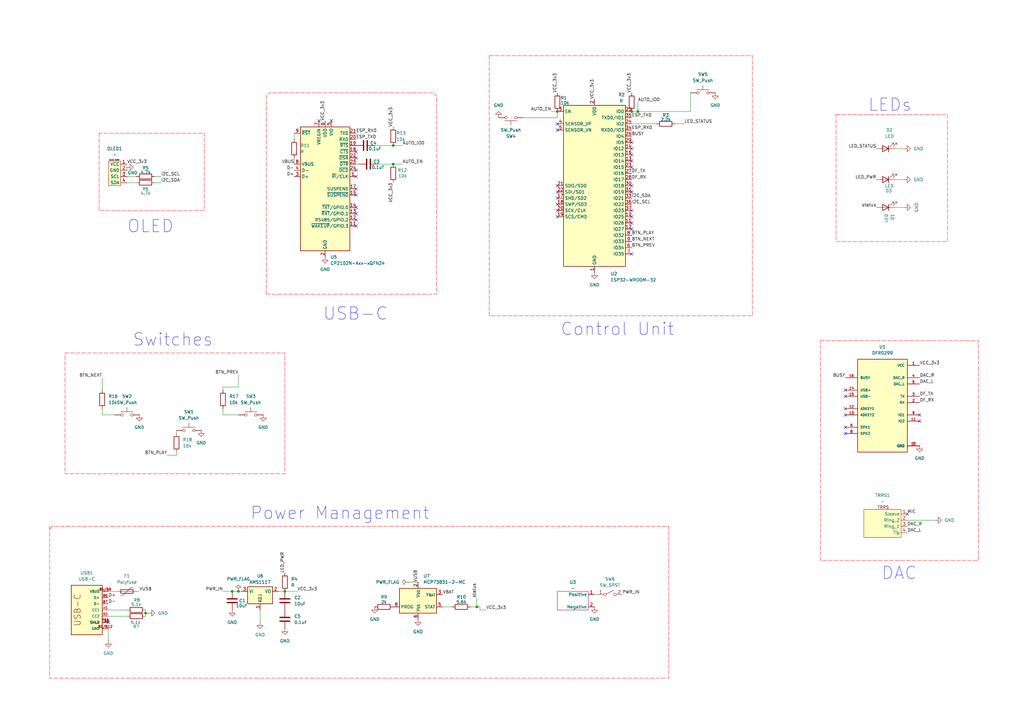
<source format=kicad_sch>
(kicad_sch
	(version 20250114)
	(generator "eeschema")
	(generator_version "9.0")
	(uuid "aff40067-8660-4a0a-8e2f-612995871e7a")
	(paper "A3")
	(title_block
		(title "SoundPod")
		(date "2025-10-24")
		(company "CURIOPS")
	)
	(lib_symbols
		(symbol "Battery_Management:MCP73831-2-MC"
			(exclude_from_sim no)
			(in_bom yes)
			(on_board yes)
			(property "Reference" "U"
				(at -7.62 6.35 0)
				(effects
					(font
						(size 1.27 1.27)
					)
					(justify left)
				)
			)
			(property "Value" "MCP73831-2-MC"
				(at 1.27 6.35 0)
				(effects
					(font
						(size 1.27 1.27)
					)
					(justify left)
				)
			)
			(property "Footprint" "Package_DFN_QFN:DFN-8-1EP_3x2mm_P0.5mm_EP1.7x1.4mm"
				(at 1.27 -6.35 0)
				(effects
					(font
						(size 1.27 1.27)
						(italic yes)
					)
					(justify left)
					(hide yes)
				)
			)
			(property "Datasheet" "http://ww1.microchip.com/downloads/en/DeviceDoc/20001984g.pdf"
				(at -3.81 -1.27 0)
				(effects
					(font
						(size 1.27 1.27)
					)
					(hide yes)
				)
			)
			(property "Description" "Single cell, Li-Ion/Li-Po charge management controller, 4.20V, Tri-State Status Output, in DFN-8 package"
				(at 0 0 0)
				(effects
					(font
						(size 1.27 1.27)
					)
					(hide yes)
				)
			)
			(property "ki_keywords" "battery charger lithium"
				(at 0 0 0)
				(effects
					(font
						(size 1.27 1.27)
					)
					(hide yes)
				)
			)
			(property "ki_fp_filters" "DFN*3x2mm*P0.5mm*EP1.7x1.4mm*"
				(at 0 0 0)
				(effects
					(font
						(size 1.27 1.27)
					)
					(hide yes)
				)
			)
			(symbol "MCP73831-2-MC_0_1"
				(rectangle
					(start -7.62 5.08)
					(end 7.62 -5.08)
					(stroke
						(width 0.254)
						(type default)
					)
					(fill
						(type background)
					)
				)
			)
			(symbol "MCP73831-2-MC_1_1"
				(pin input line
					(at -10.16 -2.54 0)
					(length 2.54)
					(name "PROG"
						(effects
							(font
								(size 1.27 1.27)
							)
						)
					)
					(number "8"
						(effects
							(font
								(size 1.27 1.27)
							)
						)
					)
				)
				(pin no_connect line
					(at -7.62 2.54 0)
					(length 2.54)
					(hide yes)
					(name "NC"
						(effects
							(font
								(size 1.27 1.27)
							)
						)
					)
					(number "7"
						(effects
							(font
								(size 1.27 1.27)
							)
						)
					)
				)
				(pin passive line
					(at 0 7.62 270)
					(length 2.54)
					(hide yes)
					(name "V_{DD}"
						(effects
							(font
								(size 1.27 1.27)
							)
						)
					)
					(number "1"
						(effects
							(font
								(size 1.27 1.27)
							)
						)
					)
				)
				(pin power_in line
					(at 0 7.62 270)
					(length 2.54)
					(name "V_{DD}"
						(effects
							(font
								(size 1.27 1.27)
							)
						)
					)
					(number "2"
						(effects
							(font
								(size 1.27 1.27)
							)
						)
					)
				)
				(pin power_in line
					(at 0 -7.62 90)
					(length 2.54)
					(name "V_{SS}"
						(effects
							(font
								(size 1.27 1.27)
							)
						)
					)
					(number "6"
						(effects
							(font
								(size 1.27 1.27)
							)
						)
					)
				)
				(pin power_out line
					(at 10.16 2.54 180)
					(length 2.54)
					(name "V_{BAT}"
						(effects
							(font
								(size 1.27 1.27)
							)
						)
					)
					(number "3"
						(effects
							(font
								(size 1.27 1.27)
							)
						)
					)
				)
				(pin passive line
					(at 10.16 2.54 180)
					(length 2.54)
					(hide yes)
					(name "V_{BAT}"
						(effects
							(font
								(size 1.27 1.27)
							)
						)
					)
					(number "4"
						(effects
							(font
								(size 1.27 1.27)
							)
						)
					)
				)
				(pin tri_state line
					(at 10.16 -2.54 180)
					(length 2.54)
					(name "STAT"
						(effects
							(font
								(size 1.27 1.27)
							)
						)
					)
					(number "5"
						(effects
							(font
								(size 1.27 1.27)
							)
						)
					)
				)
			)
			(embedded_fonts no)
		)
		(symbol "DFR0299:DFR0299"
			(pin_names
				(offset 1.016)
			)
			(exclude_from_sim no)
			(in_bom yes)
			(on_board yes)
			(property "Reference" "U"
				(at -10.16 18.542 0)
				(effects
					(font
						(size 1.27 1.27)
					)
					(justify left bottom)
				)
			)
			(property "Value" "DFR0299"
				(at -10.16 -22.86 0)
				(effects
					(font
						(size 1.27 1.27)
					)
					(justify left bottom)
				)
			)
			(property "Footprint" "DFR0299:MODULE_DFR0299"
				(at 0 0 0)
				(effects
					(font
						(size 1.27 1.27)
					)
					(justify bottom)
					(hide yes)
				)
			)
			(property "Datasheet" ""
				(at 0 0 0)
				(effects
					(font
						(size 1.27 1.27)
					)
					(hide yes)
				)
			)
			(property "Description" "Dfplayer - a Mini Mp3 Player"
				(at 0 0 0)
				(effects
					(font
						(size 1.27 1.27)
					)
					(justify bottom)
					(hide yes)
				)
			)
			(property "MF" "DFRobot"
				(at 0 0 0)
				(effects
					(font
						(size 1.27 1.27)
					)
					(justify bottom)
					(hide yes)
				)
			)
			(property "PACKAGE" "None"
				(at 0 0 0)
				(effects
					(font
						(size 1.27 1.27)
					)
					(justify bottom)
					(hide yes)
				)
			)
			(property "PRICE" "None"
				(at 0 0 0)
				(effects
					(font
						(size 1.27 1.27)
					)
					(justify bottom)
					(hide yes)
				)
			)
			(property "Package" "None"
				(at 0 0 0)
				(effects
					(font
						(size 1.27 1.27)
					)
					(justify bottom)
					(hide yes)
				)
			)
			(property "Check_prices" "https://www.snapeda.com/parts/DFR0299/DFRobot/view-part/?ref=eda"
				(at 0 0 0)
				(effects
					(font
						(size 1.27 1.27)
					)
					(justify bottom)
					(hide yes)
				)
			)
			(property "Price" "None"
				(at 0 0 0)
				(effects
					(font
						(size 1.27 1.27)
					)
					(justify bottom)
					(hide yes)
				)
			)
			(property "SnapEDA_Link" "https://www.snapeda.com/parts/DFR0299/DFRobot/view-part/?ref=snap"
				(at 0 0 0)
				(effects
					(font
						(size 1.27 1.27)
					)
					(justify bottom)
					(hide yes)
				)
			)
			(property "MP" "DFR0299"
				(at 0 0 0)
				(effects
					(font
						(size 1.27 1.27)
					)
					(justify bottom)
					(hide yes)
				)
			)
			(property "Availability" "In Stock"
				(at 0 0 0)
				(effects
					(font
						(size 1.27 1.27)
					)
					(justify bottom)
					(hide yes)
				)
			)
			(property "AVAILABILITY" "Unavailable"
				(at 0 0 0)
				(effects
					(font
						(size 1.27 1.27)
					)
					(justify bottom)
					(hide yes)
				)
			)
			(property "Description_1" "- MP3 Player Audio Arduino Platform Evaluation Expansion Board"
				(at 0 0 0)
				(effects
					(font
						(size 1.27 1.27)
					)
					(justify bottom)
					(hide yes)
				)
			)
			(symbol "DFR0299_0_0"
				(rectangle
					(start -10.16 -20.32)
					(end 10.16 17.78)
					(stroke
						(width 0.254)
						(type default)
					)
					(fill
						(type background)
					)
				)
				(pin input line
					(at -15.24 10.16 0)
					(length 5.08)
					(name "BUSY"
						(effects
							(font
								(size 1.016 1.016)
							)
						)
					)
					(number "16"
						(effects
							(font
								(size 1.016 1.016)
							)
						)
					)
				)
				(pin input line
					(at -15.24 5.08 0)
					(length 5.08)
					(name "USB+"
						(effects
							(font
								(size 1.016 1.016)
							)
						)
					)
					(number "14"
						(effects
							(font
								(size 1.016 1.016)
							)
						)
					)
				)
				(pin input line
					(at -15.24 2.54 0)
					(length 5.08)
					(name "USB-"
						(effects
							(font
								(size 1.016 1.016)
							)
						)
					)
					(number "15"
						(effects
							(font
								(size 1.016 1.016)
							)
						)
					)
				)
				(pin input line
					(at -15.24 -2.54 0)
					(length 5.08)
					(name "ADKEY1"
						(effects
							(font
								(size 1.016 1.016)
							)
						)
					)
					(number "12"
						(effects
							(font
								(size 1.016 1.016)
							)
						)
					)
				)
				(pin input line
					(at -15.24 -5.08 0)
					(length 5.08)
					(name "ADKEY2"
						(effects
							(font
								(size 1.016 1.016)
							)
						)
					)
					(number "13"
						(effects
							(font
								(size 1.016 1.016)
							)
						)
					)
				)
				(pin passive line
					(at -15.24 -10.16 0)
					(length 5.08)
					(name "SPK1"
						(effects
							(font
								(size 1.016 1.016)
							)
						)
					)
					(number "6"
						(effects
							(font
								(size 1.016 1.016)
							)
						)
					)
				)
				(pin passive line
					(at -15.24 -12.7 0)
					(length 5.08)
					(name "SPK2"
						(effects
							(font
								(size 1.016 1.016)
							)
						)
					)
					(number "8"
						(effects
							(font
								(size 1.016 1.016)
							)
						)
					)
				)
				(pin power_in line
					(at 15.24 15.24 180)
					(length 5.08)
					(name "VCC"
						(effects
							(font
								(size 1.016 1.016)
							)
						)
					)
					(number "1"
						(effects
							(font
								(size 1.016 1.016)
							)
						)
					)
				)
				(pin output line
					(at 15.24 10.16 180)
					(length 5.08)
					(name "DAC_R"
						(effects
							(font
								(size 1.016 1.016)
							)
						)
					)
					(number "4"
						(effects
							(font
								(size 1.016 1.016)
							)
						)
					)
				)
				(pin output line
					(at 15.24 7.62 180)
					(length 5.08)
					(name "DAC_L"
						(effects
							(font
								(size 1.016 1.016)
							)
						)
					)
					(number "5"
						(effects
							(font
								(size 1.016 1.016)
							)
						)
					)
				)
				(pin output line
					(at 15.24 2.54 180)
					(length 5.08)
					(name "TX"
						(effects
							(font
								(size 1.016 1.016)
							)
						)
					)
					(number "3"
						(effects
							(font
								(size 1.016 1.016)
							)
						)
					)
				)
				(pin input line
					(at 15.24 0 180)
					(length 5.08)
					(name "RX"
						(effects
							(font
								(size 1.016 1.016)
							)
						)
					)
					(number "2"
						(effects
							(font
								(size 1.016 1.016)
							)
						)
					)
				)
				(pin bidirectional line
					(at 15.24 -5.08 180)
					(length 5.08)
					(name "IO1"
						(effects
							(font
								(size 1.016 1.016)
							)
						)
					)
					(number "9"
						(effects
							(font
								(size 1.016 1.016)
							)
						)
					)
				)
				(pin bidirectional line
					(at 15.24 -7.62 180)
					(length 5.08)
					(name "IO2"
						(effects
							(font
								(size 1.016 1.016)
							)
						)
					)
					(number "11"
						(effects
							(font
								(size 1.016 1.016)
							)
						)
					)
				)
				(pin power_in line
					(at 15.24 -17.78 180)
					(length 5.08)
					(name "GND"
						(effects
							(font
								(size 1.016 1.016)
							)
						)
					)
					(number "10"
						(effects
							(font
								(size 1.016 1.016)
							)
						)
					)
				)
				(pin power_in line
					(at 15.24 -17.78 180)
					(length 5.08)
					(name "GND"
						(effects
							(font
								(size 1.016 1.016)
							)
						)
					)
					(number "7"
						(effects
							(font
								(size 1.016 1.016)
							)
						)
					)
				)
			)
			(embedded_fonts no)
		)
		(symbol "Device:C"
			(pin_numbers
				(hide yes)
			)
			(pin_names
				(offset 0.254)
			)
			(exclude_from_sim no)
			(in_bom yes)
			(on_board yes)
			(property "Reference" "C"
				(at 0.635 2.54 0)
				(effects
					(font
						(size 1.27 1.27)
					)
					(justify left)
				)
			)
			(property "Value" "C"
				(at 0.635 -2.54 0)
				(effects
					(font
						(size 1.27 1.27)
					)
					(justify left)
				)
			)
			(property "Footprint" ""
				(at 0.9652 -3.81 0)
				(effects
					(font
						(size 1.27 1.27)
					)
					(hide yes)
				)
			)
			(property "Datasheet" "~"
				(at 0 0 0)
				(effects
					(font
						(size 1.27 1.27)
					)
					(hide yes)
				)
			)
			(property "Description" "Unpolarized capacitor"
				(at 0 0 0)
				(effects
					(font
						(size 1.27 1.27)
					)
					(hide yes)
				)
			)
			(property "ki_keywords" "cap capacitor"
				(at 0 0 0)
				(effects
					(font
						(size 1.27 1.27)
					)
					(hide yes)
				)
			)
			(property "ki_fp_filters" "C_*"
				(at 0 0 0)
				(effects
					(font
						(size 1.27 1.27)
					)
					(hide yes)
				)
			)
			(symbol "C_0_1"
				(polyline
					(pts
						(xy -2.032 0.762) (xy 2.032 0.762)
					)
					(stroke
						(width 0.508)
						(type default)
					)
					(fill
						(type none)
					)
				)
				(polyline
					(pts
						(xy -2.032 -0.762) (xy 2.032 -0.762)
					)
					(stroke
						(width 0.508)
						(type default)
					)
					(fill
						(type none)
					)
				)
			)
			(symbol "C_1_1"
				(pin passive line
					(at 0 3.81 270)
					(length 2.794)
					(name "~"
						(effects
							(font
								(size 1.27 1.27)
							)
						)
					)
					(number "1"
						(effects
							(font
								(size 1.27 1.27)
							)
						)
					)
				)
				(pin passive line
					(at 0 -3.81 90)
					(length 2.794)
					(name "~"
						(effects
							(font
								(size 1.27 1.27)
							)
						)
					)
					(number "2"
						(effects
							(font
								(size 1.27 1.27)
							)
						)
					)
				)
			)
			(embedded_fonts no)
		)
		(symbol "Device:LED"
			(pin_numbers
				(hide yes)
			)
			(pin_names
				(offset 1.016)
				(hide yes)
			)
			(exclude_from_sim no)
			(in_bom yes)
			(on_board yes)
			(property "Reference" "D"
				(at 0 2.54 0)
				(effects
					(font
						(size 1.27 1.27)
					)
				)
			)
			(property "Value" "LED"
				(at 0 -2.54 0)
				(effects
					(font
						(size 1.27 1.27)
					)
				)
			)
			(property "Footprint" ""
				(at 0 0 0)
				(effects
					(font
						(size 1.27 1.27)
					)
					(hide yes)
				)
			)
			(property "Datasheet" "~"
				(at 0 0 0)
				(effects
					(font
						(size 1.27 1.27)
					)
					(hide yes)
				)
			)
			(property "Description" "Light emitting diode"
				(at 0 0 0)
				(effects
					(font
						(size 1.27 1.27)
					)
					(hide yes)
				)
			)
			(property "Sim.Pins" "1=K 2=A"
				(at 0 0 0)
				(effects
					(font
						(size 1.27 1.27)
					)
					(hide yes)
				)
			)
			(property "ki_keywords" "LED diode"
				(at 0 0 0)
				(effects
					(font
						(size 1.27 1.27)
					)
					(hide yes)
				)
			)
			(property "ki_fp_filters" "LED* LED_SMD:* LED_THT:*"
				(at 0 0 0)
				(effects
					(font
						(size 1.27 1.27)
					)
					(hide yes)
				)
			)
			(symbol "LED_0_1"
				(polyline
					(pts
						(xy -3.048 -0.762) (xy -4.572 -2.286) (xy -3.81 -2.286) (xy -4.572 -2.286) (xy -4.572 -1.524)
					)
					(stroke
						(width 0)
						(type default)
					)
					(fill
						(type none)
					)
				)
				(polyline
					(pts
						(xy -1.778 -0.762) (xy -3.302 -2.286) (xy -2.54 -2.286) (xy -3.302 -2.286) (xy -3.302 -1.524)
					)
					(stroke
						(width 0)
						(type default)
					)
					(fill
						(type none)
					)
				)
				(polyline
					(pts
						(xy -1.27 0) (xy 1.27 0)
					)
					(stroke
						(width 0)
						(type default)
					)
					(fill
						(type none)
					)
				)
				(polyline
					(pts
						(xy -1.27 -1.27) (xy -1.27 1.27)
					)
					(stroke
						(width 0.254)
						(type default)
					)
					(fill
						(type none)
					)
				)
				(polyline
					(pts
						(xy 1.27 -1.27) (xy 1.27 1.27) (xy -1.27 0) (xy 1.27 -1.27)
					)
					(stroke
						(width 0.254)
						(type default)
					)
					(fill
						(type none)
					)
				)
			)
			(symbol "LED_1_1"
				(pin passive line
					(at -3.81 0 0)
					(length 2.54)
					(name "K"
						(effects
							(font
								(size 1.27 1.27)
							)
						)
					)
					(number "1"
						(effects
							(font
								(size 1.27 1.27)
							)
						)
					)
				)
				(pin passive line
					(at 3.81 0 180)
					(length 2.54)
					(name "A"
						(effects
							(font
								(size 1.27 1.27)
							)
						)
					)
					(number "2"
						(effects
							(font
								(size 1.27 1.27)
							)
						)
					)
				)
			)
			(embedded_fonts no)
		)
		(symbol "Device:Polyfuse"
			(pin_numbers
				(hide yes)
			)
			(pin_names
				(offset 0)
			)
			(exclude_from_sim no)
			(in_bom yes)
			(on_board yes)
			(property "Reference" "F"
				(at -2.54 0 90)
				(effects
					(font
						(size 1.27 1.27)
					)
				)
			)
			(property "Value" "Polyfuse"
				(at 2.54 0 90)
				(effects
					(font
						(size 1.27 1.27)
					)
				)
			)
			(property "Footprint" ""
				(at 1.27 -5.08 0)
				(effects
					(font
						(size 1.27 1.27)
					)
					(justify left)
					(hide yes)
				)
			)
			(property "Datasheet" "~"
				(at 0 0 0)
				(effects
					(font
						(size 1.27 1.27)
					)
					(hide yes)
				)
			)
			(property "Description" "Resettable fuse, polymeric positive temperature coefficient"
				(at 0 0 0)
				(effects
					(font
						(size 1.27 1.27)
					)
					(hide yes)
				)
			)
			(property "ki_keywords" "resettable fuse PTC PPTC polyfuse polyswitch"
				(at 0 0 0)
				(effects
					(font
						(size 1.27 1.27)
					)
					(hide yes)
				)
			)
			(property "ki_fp_filters" "*polyfuse* *PTC*"
				(at 0 0 0)
				(effects
					(font
						(size 1.27 1.27)
					)
					(hide yes)
				)
			)
			(symbol "Polyfuse_0_1"
				(polyline
					(pts
						(xy -1.524 2.54) (xy -1.524 1.524) (xy 1.524 -1.524) (xy 1.524 -2.54)
					)
					(stroke
						(width 0)
						(type default)
					)
					(fill
						(type none)
					)
				)
				(rectangle
					(start -0.762 2.54)
					(end 0.762 -2.54)
					(stroke
						(width 0.254)
						(type default)
					)
					(fill
						(type none)
					)
				)
				(polyline
					(pts
						(xy 0 2.54) (xy 0 -2.54)
					)
					(stroke
						(width 0)
						(type default)
					)
					(fill
						(type none)
					)
				)
			)
			(symbol "Polyfuse_1_1"
				(pin passive line
					(at 0 3.81 270)
					(length 1.27)
					(name "~"
						(effects
							(font
								(size 1.27 1.27)
							)
						)
					)
					(number "1"
						(effects
							(font
								(size 1.27 1.27)
							)
						)
					)
				)
				(pin passive line
					(at 0 -3.81 90)
					(length 1.27)
					(name "~"
						(effects
							(font
								(size 1.27 1.27)
							)
						)
					)
					(number "2"
						(effects
							(font
								(size 1.27 1.27)
							)
						)
					)
				)
			)
			(embedded_fonts no)
		)
		(symbol "Device:R"
			(pin_numbers
				(hide yes)
			)
			(pin_names
				(offset 0)
			)
			(exclude_from_sim no)
			(in_bom yes)
			(on_board yes)
			(property "Reference" "R"
				(at 2.032 0 90)
				(effects
					(font
						(size 1.27 1.27)
					)
				)
			)
			(property "Value" "R"
				(at 0 0 90)
				(effects
					(font
						(size 1.27 1.27)
					)
				)
			)
			(property "Footprint" ""
				(at -1.778 0 90)
				(effects
					(font
						(size 1.27 1.27)
					)
					(hide yes)
				)
			)
			(property "Datasheet" "~"
				(at 0 0 0)
				(effects
					(font
						(size 1.27 1.27)
					)
					(hide yes)
				)
			)
			(property "Description" "Resistor"
				(at 0 0 0)
				(effects
					(font
						(size 1.27 1.27)
					)
					(hide yes)
				)
			)
			(property "ki_keywords" "R res resistor"
				(at 0 0 0)
				(effects
					(font
						(size 1.27 1.27)
					)
					(hide yes)
				)
			)
			(property "ki_fp_filters" "R_*"
				(at 0 0 0)
				(effects
					(font
						(size 1.27 1.27)
					)
					(hide yes)
				)
			)
			(symbol "R_0_1"
				(rectangle
					(start -1.016 -2.54)
					(end 1.016 2.54)
					(stroke
						(width 0.254)
						(type default)
					)
					(fill
						(type none)
					)
				)
			)
			(symbol "R_1_1"
				(pin passive line
					(at 0 3.81 270)
					(length 1.27)
					(name "~"
						(effects
							(font
								(size 1.27 1.27)
							)
						)
					)
					(number "1"
						(effects
							(font
								(size 1.27 1.27)
							)
						)
					)
				)
				(pin passive line
					(at 0 -3.81 90)
					(length 1.27)
					(name "~"
						(effects
							(font
								(size 1.27 1.27)
							)
						)
					)
					(number "2"
						(effects
							(font
								(size 1.27 1.27)
							)
						)
					)
				)
			)
			(embedded_fonts no)
		)
		(symbol "Display_Lib:OLEB_96"
			(exclude_from_sim no)
			(in_bom yes)
			(on_board yes)
			(property "Reference" "U"
				(at 0 8.636 0)
				(effects
					(font
						(size 1.27 1.27)
					)
				)
			)
			(property "Value" ""
				(at 0 0 0)
				(effects
					(font
						(size 1.27 1.27)
					)
				)
			)
			(property "Footprint" ""
				(at 0 0 0)
				(effects
					(font
						(size 1.27 1.27)
					)
					(hide yes)
				)
			)
			(property "Datasheet" ""
				(at 0 0 0)
				(effects
					(font
						(size 1.27 1.27)
					)
					(hide yes)
				)
			)
			(property "Description" ""
				(at 0 0 0)
				(effects
					(font
						(size 1.27 1.27)
					)
					(hide yes)
				)
			)
			(symbol "OLEB_96_1_1"
				(rectangle
					(start -2.54 5.08)
					(end 2.54 -5.08)
					(stroke
						(width 0)
						(type solid)
					)
					(fill
						(type background)
					)
				)
				(text "OLED 0.96\""
					(at 0 5.588 0)
					(effects
						(font
							(size 0.508 0.508)
						)
					)
				)
				(pin power_in line
					(at 5.08 3.81 180)
					(length 2.54)
					(name "VCC"
						(effects
							(font
								(size 1.27 1.27)
							)
						)
					)
					(number "1"
						(effects
							(font
								(size 1.27 1.27)
							)
						)
					)
				)
				(pin power_in line
					(at 5.08 1.27 180)
					(length 2.54)
					(name "GND"
						(effects
							(font
								(size 1.27 1.27)
							)
						)
					)
					(number "2"
						(effects
							(font
								(size 1.27 1.27)
							)
						)
					)
				)
				(pin input line
					(at 5.08 -1.27 180)
					(length 2.54)
					(name "SCL"
						(effects
							(font
								(size 1.27 1.27)
							)
						)
					)
					(number "3"
						(effects
							(font
								(size 1.27 1.27)
							)
						)
					)
				)
				(pin input line
					(at 5.08 -3.81 180)
					(length 2.54)
					(name "SDA"
						(effects
							(font
								(size 1.27 1.27)
							)
						)
					)
					(number "4"
						(effects
							(font
								(size 1.27 1.27)
							)
						)
					)
				)
			)
			(embedded_fonts no)
		)
		(symbol "Interface_USB:CP2102N-Axx-xQFN24"
			(exclude_from_sim no)
			(in_bom yes)
			(on_board yes)
			(property "Reference" "U"
				(at -8.89 26.67 0)
				(effects
					(font
						(size 1.27 1.27)
					)
				)
			)
			(property "Value" "CP2102N-Axx-xQFN24"
				(at 13.97 26.67 0)
				(effects
					(font
						(size 1.27 1.27)
					)
				)
			)
			(property "Footprint" "Package_DFN_QFN:QFN-24-1EP_4x4mm_P0.5mm_EP2.6x2.6mm"
				(at 31.75 -26.67 0)
				(effects
					(font
						(size 1.27 1.27)
					)
					(hide yes)
				)
			)
			(property "Datasheet" "https://www.silabs.com/documents/public/data-sheets/cp2102n-datasheet.pdf"
				(at 1.27 -19.05 0)
				(effects
					(font
						(size 1.27 1.27)
					)
					(hide yes)
				)
			)
			(property "Description" "USB to UART master bridge, QFN-24"
				(at 0 0 0)
				(effects
					(font
						(size 1.27 1.27)
					)
					(hide yes)
				)
			)
			(property "ki_keywords" "USB UART bridge"
				(at 0 0 0)
				(effects
					(font
						(size 1.27 1.27)
					)
					(hide yes)
				)
			)
			(property "ki_fp_filters" "QFN*4x4mm*P0.5mm*"
				(at 0 0 0)
				(effects
					(font
						(size 1.27 1.27)
					)
					(hide yes)
				)
			)
			(symbol "CP2102N-Axx-xQFN24_0_1"
				(rectangle
					(start -10.16 25.4)
					(end 10.16 -25.4)
					(stroke
						(width 0.254)
						(type default)
					)
					(fill
						(type background)
					)
				)
			)
			(symbol "CP2102N-Axx-xQFN24_1_1"
				(pin input line
					(at -12.7 22.86 0)
					(length 2.54)
					(name "~{RST}"
						(effects
							(font
								(size 1.27 1.27)
							)
						)
					)
					(number "9"
						(effects
							(font
								(size 1.27 1.27)
							)
						)
					)
				)
				(pin input line
					(at -12.7 10.16 0)
					(length 2.54)
					(name "VBUS"
						(effects
							(font
								(size 1.27 1.27)
							)
						)
					)
					(number "8"
						(effects
							(font
								(size 1.27 1.27)
							)
						)
					)
				)
				(pin bidirectional line
					(at -12.7 7.62 0)
					(length 2.54)
					(name "D-"
						(effects
							(font
								(size 1.27 1.27)
							)
						)
					)
					(number "4"
						(effects
							(font
								(size 1.27 1.27)
							)
						)
					)
				)
				(pin bidirectional line
					(at -12.7 5.08 0)
					(length 2.54)
					(name "D+"
						(effects
							(font
								(size 1.27 1.27)
							)
						)
					)
					(number "3"
						(effects
							(font
								(size 1.27 1.27)
							)
						)
					)
				)
				(pin no_connect line
					(at -10.16 -22.86 0)
					(length 2.54)
					(hide yes)
					(name "NC"
						(effects
							(font
								(size 1.27 1.27)
							)
						)
					)
					(number "10"
						(effects
							(font
								(size 1.27 1.27)
							)
						)
					)
				)
				(pin power_in line
					(at -2.54 27.94 270)
					(length 2.54)
					(name "VREGIN"
						(effects
							(font
								(size 1.27 1.27)
							)
						)
					)
					(number "7"
						(effects
							(font
								(size 1.27 1.27)
							)
						)
					)
				)
				(pin power_in line
					(at 0 27.94 270)
					(length 2.54)
					(name "VDD"
						(effects
							(font
								(size 1.27 1.27)
							)
						)
					)
					(number "6"
						(effects
							(font
								(size 1.27 1.27)
							)
						)
					)
				)
				(pin power_in line
					(at 0 -27.94 90)
					(length 2.54)
					(name "GND"
						(effects
							(font
								(size 1.27 1.27)
							)
						)
					)
					(number "2"
						(effects
							(font
								(size 1.27 1.27)
							)
						)
					)
				)
				(pin passive line
					(at 0 -27.94 90)
					(length 2.54)
					(hide yes)
					(name "GND"
						(effects
							(font
								(size 1.27 1.27)
							)
						)
					)
					(number "25"
						(effects
							(font
								(size 1.27 1.27)
							)
						)
					)
				)
				(pin power_in line
					(at 2.54 27.94 270)
					(length 2.54)
					(name "VIO"
						(effects
							(font
								(size 1.27 1.27)
							)
						)
					)
					(number "5"
						(effects
							(font
								(size 1.27 1.27)
							)
						)
					)
				)
				(pin no_connect line
					(at 10.16 -22.86 180)
					(length 2.54)
					(hide yes)
					(name "NC"
						(effects
							(font
								(size 1.27 1.27)
							)
						)
					)
					(number "16"
						(effects
							(font
								(size 1.27 1.27)
							)
						)
					)
				)
				(pin output line
					(at 12.7 22.86 180)
					(length 2.54)
					(name "TXD"
						(effects
							(font
								(size 1.27 1.27)
							)
						)
					)
					(number "21"
						(effects
							(font
								(size 1.27 1.27)
							)
						)
					)
				)
				(pin input line
					(at 12.7 20.32 180)
					(length 2.54)
					(name "RXD"
						(effects
							(font
								(size 1.27 1.27)
							)
						)
					)
					(number "20"
						(effects
							(font
								(size 1.27 1.27)
							)
						)
					)
				)
				(pin output line
					(at 12.7 17.78 180)
					(length 2.54)
					(name "~{RTS}"
						(effects
							(font
								(size 1.27 1.27)
							)
						)
					)
					(number "19"
						(effects
							(font
								(size 1.27 1.27)
							)
						)
					)
				)
				(pin input line
					(at 12.7 15.24 180)
					(length 2.54)
					(name "~{CTS}"
						(effects
							(font
								(size 1.27 1.27)
							)
						)
					)
					(number "18"
						(effects
							(font
								(size 1.27 1.27)
							)
						)
					)
				)
				(pin input line
					(at 12.7 12.7 180)
					(length 2.54)
					(name "~{DSR}"
						(effects
							(font
								(size 1.27 1.27)
							)
						)
					)
					(number "22"
						(effects
							(font
								(size 1.27 1.27)
							)
						)
					)
				)
				(pin output line
					(at 12.7 10.16 180)
					(length 2.54)
					(name "~{DTR}"
						(effects
							(font
								(size 1.27 1.27)
							)
						)
					)
					(number "23"
						(effects
							(font
								(size 1.27 1.27)
							)
						)
					)
				)
				(pin input line
					(at 12.7 7.62 180)
					(length 2.54)
					(name "~{DCD}"
						(effects
							(font
								(size 1.27 1.27)
							)
						)
					)
					(number "24"
						(effects
							(font
								(size 1.27 1.27)
							)
						)
					)
				)
				(pin bidirectional line
					(at 12.7 5.08 180)
					(length 2.54)
					(name "~{RI}/CLK"
						(effects
							(font
								(size 1.27 1.27)
							)
						)
					)
					(number "1"
						(effects
							(font
								(size 1.27 1.27)
							)
						)
					)
				)
				(pin output line
					(at 12.7 0 180)
					(length 2.54)
					(name "SUSPEND"
						(effects
							(font
								(size 1.27 1.27)
							)
						)
					)
					(number "17"
						(effects
							(font
								(size 1.27 1.27)
							)
						)
					)
				)
				(pin output line
					(at 12.7 -2.54 180)
					(length 2.54)
					(name "~{SUSPEND}"
						(effects
							(font
								(size 1.27 1.27)
							)
						)
					)
					(number "15"
						(effects
							(font
								(size 1.27 1.27)
							)
						)
					)
				)
				(pin bidirectional line
					(at 12.7 -7.62 180)
					(length 2.54)
					(name "~{TXT}/GPIO.0"
						(effects
							(font
								(size 1.27 1.27)
							)
						)
					)
					(number "14"
						(effects
							(font
								(size 1.27 1.27)
							)
						)
					)
				)
				(pin bidirectional line
					(at 12.7 -10.16 180)
					(length 2.54)
					(name "~{RXT}/GPIO.1"
						(effects
							(font
								(size 1.27 1.27)
							)
						)
					)
					(number "13"
						(effects
							(font
								(size 1.27 1.27)
							)
						)
					)
				)
				(pin bidirectional line
					(at 12.7 -12.7 180)
					(length 2.54)
					(name "RS485/GPIO.2"
						(effects
							(font
								(size 1.27 1.27)
							)
						)
					)
					(number "12"
						(effects
							(font
								(size 1.27 1.27)
							)
						)
					)
				)
				(pin bidirectional line
					(at 12.7 -15.24 180)
					(length 2.54)
					(name "~{WAKEUP}/GPIO.3"
						(effects
							(font
								(size 1.27 1.27)
							)
						)
					)
					(number "11"
						(effects
							(font
								(size 1.27 1.27)
							)
						)
					)
				)
			)
			(embedded_fonts no)
		)
		(symbol "My_Custom_lib:Battery_kinda"
			(exclude_from_sim no)
			(in_bom yes)
			(on_board yes)
			(property "Reference" "U"
				(at 0 7.874 0)
				(effects
					(font
						(size 1.27 1.27)
					)
				)
			)
			(property "Value" ""
				(at 0 0 0)
				(effects
					(font
						(size 1.27 1.27)
					)
				)
			)
			(property "Footprint" ""
				(at 0 0 0)
				(effects
					(font
						(size 1.27 1.27)
					)
					(hide yes)
				)
			)
			(property "Datasheet" ""
				(at 0 0 0)
				(effects
					(font
						(size 1.27 1.27)
					)
					(hide yes)
				)
			)
			(property "Description" ""
				(at 0 0 0)
				(effects
					(font
						(size 1.27 1.27)
					)
					(hide yes)
				)
			)
			(symbol "Battery_kinda_0_1"
				(rectangle
					(start -6.35 3.81)
					(end 6.35 -3.81)
					(stroke
						(width 0)
						(type default)
					)
					(fill
						(type none)
					)
				)
			)
			(symbol "Battery_kinda_1_1"
				(pin power_out line
					(at 8.89 2.54 180)
					(length 2.54)
					(name "Positive"
						(effects
							(font
								(size 1.27 1.27)
							)
						)
					)
					(number "1"
						(effects
							(font
								(size 1.27 1.27)
							)
						)
					)
				)
				(pin power_out line
					(at 8.89 -2.54 180)
					(length 2.54)
					(name "Negative"
						(effects
							(font
								(size 1.27 1.27)
							)
						)
					)
					(number "2"
						(effects
							(font
								(size 1.27 1.27)
							)
						)
					)
				)
			)
			(embedded_fonts no)
		)
		(symbol "My_Custom_lib:TRRS"
			(exclude_from_sim no)
			(in_bom yes)
			(on_board yes)
			(property "Reference" "U4"
				(at 0 11.43 0)
				(effects
					(font
						(size 1.27 1.27)
					)
				)
			)
			(property "Value" "~"
				(at 0 8.89 0)
				(effects
					(font
						(size 1.27 1.27)
					)
				)
			)
			(property "Footprint" ""
				(at 0 0 0)
				(effects
					(font
						(size 1.27 1.27)
					)
					(hide yes)
				)
			)
			(property "Datasheet" ""
				(at 0 0 0)
				(effects
					(font
						(size 1.27 1.27)
					)
					(hide yes)
				)
			)
			(property "Description" ""
				(at 0 0 0)
				(effects
					(font
						(size 1.27 1.27)
					)
					(hide yes)
				)
			)
			(symbol "TRRS_1_1"
				(rectangle
					(start -7.62 5.715)
					(end 7.62 -5.715)
					(stroke
						(width 0)
						(type solid)
					)
					(fill
						(type color)
						(color 255 255 194 1)
					)
				)
				(text "TRRS"
					(at 0.254 6.604 0)
					(effects
						(font
							(size 1.27 1.27)
						)
					)
				)
				(pin input line
					(at 10.16 3.81 180)
					(length 2.54)
					(name "Sleeve"
						(effects
							(font
								(size 1.27 1.27)
							)
						)
					)
					(number "1"
						(effects
							(font
								(size 1.27 1.27)
							)
						)
					)
				)
				(pin input line
					(at 10.16 1.27 180)
					(length 2.54)
					(name "Ring_2"
						(effects
							(font
								(size 1.27 1.27)
							)
						)
					)
					(number "2"
						(effects
							(font
								(size 1.27 1.27)
							)
						)
					)
				)
				(pin input line
					(at 10.16 -1.27 180)
					(length 2.54)
					(name "Ring_1"
						(effects
							(font
								(size 1.27 1.27)
							)
						)
					)
					(number "3"
						(effects
							(font
								(size 1.27 1.27)
							)
						)
					)
				)
				(pin input line
					(at 10.16 -3.81 180)
					(length 2.54)
					(name "Tip"
						(effects
							(font
								(size 1.27 1.27)
							)
						)
					)
					(number "4"
						(effects
							(font
								(size 1.27 1.27)
							)
						)
					)
				)
			)
			(embedded_fonts no)
		)
		(symbol "RF_Module:ESP32-WROOM-32"
			(exclude_from_sim no)
			(in_bom yes)
			(on_board yes)
			(property "Reference" "U"
				(at -12.7 34.29 0)
				(effects
					(font
						(size 1.27 1.27)
					)
					(justify left)
				)
			)
			(property "Value" "ESP32-WROOM-32"
				(at 1.27 34.29 0)
				(effects
					(font
						(size 1.27 1.27)
					)
					(justify left)
				)
			)
			(property "Footprint" "RF_Module:ESP32-WROOM-32"
				(at 0 -38.1 0)
				(effects
					(font
						(size 1.27 1.27)
					)
					(hide yes)
				)
			)
			(property "Datasheet" "https://www.espressif.com/sites/default/files/documentation/esp32-wroom-32_datasheet_en.pdf"
				(at -7.62 1.27 0)
				(effects
					(font
						(size 1.27 1.27)
					)
					(hide yes)
				)
			)
			(property "Description" "RF Module, ESP32-D0WDQ6 SoC, Wi-Fi 802.11b/g/n, Bluetooth, BLE, 32-bit, 2.7-3.6V, onboard antenna, SMD"
				(at 0 0 0)
				(effects
					(font
						(size 1.27 1.27)
					)
					(hide yes)
				)
			)
			(property "ki_keywords" "RF Radio BT ESP ESP32 Espressif onboard PCB antenna"
				(at 0 0 0)
				(effects
					(font
						(size 1.27 1.27)
					)
					(hide yes)
				)
			)
			(property "ki_fp_filters" "ESP32?WROOM?32*"
				(at 0 0 0)
				(effects
					(font
						(size 1.27 1.27)
					)
					(hide yes)
				)
			)
			(symbol "ESP32-WROOM-32_0_1"
				(rectangle
					(start -12.7 33.02)
					(end 12.7 -33.02)
					(stroke
						(width 0.254)
						(type default)
					)
					(fill
						(type background)
					)
				)
			)
			(symbol "ESP32-WROOM-32_1_1"
				(pin input line
					(at -15.24 30.48 0)
					(length 2.54)
					(name "EN"
						(effects
							(font
								(size 1.27 1.27)
							)
						)
					)
					(number "3"
						(effects
							(font
								(size 1.27 1.27)
							)
						)
					)
				)
				(pin input line
					(at -15.24 25.4 0)
					(length 2.54)
					(name "SENSOR_VP"
						(effects
							(font
								(size 1.27 1.27)
							)
						)
					)
					(number "4"
						(effects
							(font
								(size 1.27 1.27)
							)
						)
					)
				)
				(pin input line
					(at -15.24 22.86 0)
					(length 2.54)
					(name "SENSOR_VN"
						(effects
							(font
								(size 1.27 1.27)
							)
						)
					)
					(number "5"
						(effects
							(font
								(size 1.27 1.27)
							)
						)
					)
				)
				(pin bidirectional line
					(at -15.24 0 0)
					(length 2.54)
					(name "SDO/SD0"
						(effects
							(font
								(size 1.27 1.27)
							)
						)
					)
					(number "21"
						(effects
							(font
								(size 1.27 1.27)
							)
						)
					)
				)
				(pin bidirectional line
					(at -15.24 -2.54 0)
					(length 2.54)
					(name "SDI/SD1"
						(effects
							(font
								(size 1.27 1.27)
							)
						)
					)
					(number "22"
						(effects
							(font
								(size 1.27 1.27)
							)
						)
					)
				)
				(pin bidirectional line
					(at -15.24 -5.08 0)
					(length 2.54)
					(name "SHD/SD2"
						(effects
							(font
								(size 1.27 1.27)
							)
						)
					)
					(number "17"
						(effects
							(font
								(size 1.27 1.27)
							)
						)
					)
				)
				(pin bidirectional line
					(at -15.24 -7.62 0)
					(length 2.54)
					(name "SWP/SD3"
						(effects
							(font
								(size 1.27 1.27)
							)
						)
					)
					(number "18"
						(effects
							(font
								(size 1.27 1.27)
							)
						)
					)
				)
				(pin bidirectional line
					(at -15.24 -10.16 0)
					(length 2.54)
					(name "SCK/CLK"
						(effects
							(font
								(size 1.27 1.27)
							)
						)
					)
					(number "20"
						(effects
							(font
								(size 1.27 1.27)
							)
						)
					)
				)
				(pin bidirectional line
					(at -15.24 -12.7 0)
					(length 2.54)
					(name "SCS/CMD"
						(effects
							(font
								(size 1.27 1.27)
							)
						)
					)
					(number "19"
						(effects
							(font
								(size 1.27 1.27)
							)
						)
					)
				)
				(pin no_connect line
					(at -12.7 -27.94 0)
					(length 2.54)
					(hide yes)
					(name "NC"
						(effects
							(font
								(size 1.27 1.27)
							)
						)
					)
					(number "32"
						(effects
							(font
								(size 1.27 1.27)
							)
						)
					)
				)
				(pin power_in line
					(at 0 35.56 270)
					(length 2.54)
					(name "VDD"
						(effects
							(font
								(size 1.27 1.27)
							)
						)
					)
					(number "2"
						(effects
							(font
								(size 1.27 1.27)
							)
						)
					)
				)
				(pin power_in line
					(at 0 -35.56 90)
					(length 2.54)
					(name "GND"
						(effects
							(font
								(size 1.27 1.27)
							)
						)
					)
					(number "1"
						(effects
							(font
								(size 1.27 1.27)
							)
						)
					)
				)
				(pin passive line
					(at 0 -35.56 90)
					(length 2.54)
					(hide yes)
					(name "GND"
						(effects
							(font
								(size 1.27 1.27)
							)
						)
					)
					(number "15"
						(effects
							(font
								(size 1.27 1.27)
							)
						)
					)
				)
				(pin passive line
					(at 0 -35.56 90)
					(length 2.54)
					(hide yes)
					(name "GND"
						(effects
							(font
								(size 1.27 1.27)
							)
						)
					)
					(number "38"
						(effects
							(font
								(size 1.27 1.27)
							)
						)
					)
				)
				(pin passive line
					(at 0 -35.56 90)
					(length 2.54)
					(hide yes)
					(name "GND"
						(effects
							(font
								(size 1.27 1.27)
							)
						)
					)
					(number "39"
						(effects
							(font
								(size 1.27 1.27)
							)
						)
					)
				)
				(pin bidirectional line
					(at 15.24 30.48 180)
					(length 2.54)
					(name "IO0"
						(effects
							(font
								(size 1.27 1.27)
							)
						)
					)
					(number "25"
						(effects
							(font
								(size 1.27 1.27)
							)
						)
					)
				)
				(pin bidirectional line
					(at 15.24 27.94 180)
					(length 2.54)
					(name "TXD0/IO1"
						(effects
							(font
								(size 1.27 1.27)
							)
						)
					)
					(number "35"
						(effects
							(font
								(size 1.27 1.27)
							)
						)
					)
				)
				(pin bidirectional line
					(at 15.24 25.4 180)
					(length 2.54)
					(name "IO2"
						(effects
							(font
								(size 1.27 1.27)
							)
						)
					)
					(number "24"
						(effects
							(font
								(size 1.27 1.27)
							)
						)
					)
				)
				(pin bidirectional line
					(at 15.24 22.86 180)
					(length 2.54)
					(name "RXD0/IO3"
						(effects
							(font
								(size 1.27 1.27)
							)
						)
					)
					(number "34"
						(effects
							(font
								(size 1.27 1.27)
							)
						)
					)
				)
				(pin bidirectional line
					(at 15.24 20.32 180)
					(length 2.54)
					(name "IO4"
						(effects
							(font
								(size 1.27 1.27)
							)
						)
					)
					(number "26"
						(effects
							(font
								(size 1.27 1.27)
							)
						)
					)
				)
				(pin bidirectional line
					(at 15.24 17.78 180)
					(length 2.54)
					(name "IO5"
						(effects
							(font
								(size 1.27 1.27)
							)
						)
					)
					(number "29"
						(effects
							(font
								(size 1.27 1.27)
							)
						)
					)
				)
				(pin bidirectional line
					(at 15.24 15.24 180)
					(length 2.54)
					(name "IO12"
						(effects
							(font
								(size 1.27 1.27)
							)
						)
					)
					(number "14"
						(effects
							(font
								(size 1.27 1.27)
							)
						)
					)
				)
				(pin bidirectional line
					(at 15.24 12.7 180)
					(length 2.54)
					(name "IO13"
						(effects
							(font
								(size 1.27 1.27)
							)
						)
					)
					(number "16"
						(effects
							(font
								(size 1.27 1.27)
							)
						)
					)
				)
				(pin bidirectional line
					(at 15.24 10.16 180)
					(length 2.54)
					(name "IO14"
						(effects
							(font
								(size 1.27 1.27)
							)
						)
					)
					(number "13"
						(effects
							(font
								(size 1.27 1.27)
							)
						)
					)
				)
				(pin bidirectional line
					(at 15.24 7.62 180)
					(length 2.54)
					(name "IO15"
						(effects
							(font
								(size 1.27 1.27)
							)
						)
					)
					(number "23"
						(effects
							(font
								(size 1.27 1.27)
							)
						)
					)
				)
				(pin bidirectional line
					(at 15.24 5.08 180)
					(length 2.54)
					(name "IO16"
						(effects
							(font
								(size 1.27 1.27)
							)
						)
					)
					(number "27"
						(effects
							(font
								(size 1.27 1.27)
							)
						)
					)
				)
				(pin bidirectional line
					(at 15.24 2.54 180)
					(length 2.54)
					(name "IO17"
						(effects
							(font
								(size 1.27 1.27)
							)
						)
					)
					(number "28"
						(effects
							(font
								(size 1.27 1.27)
							)
						)
					)
				)
				(pin bidirectional line
					(at 15.24 0 180)
					(length 2.54)
					(name "IO18"
						(effects
							(font
								(size 1.27 1.27)
							)
						)
					)
					(number "30"
						(effects
							(font
								(size 1.27 1.27)
							)
						)
					)
				)
				(pin bidirectional line
					(at 15.24 -2.54 180)
					(length 2.54)
					(name "IO19"
						(effects
							(font
								(size 1.27 1.27)
							)
						)
					)
					(number "31"
						(effects
							(font
								(size 1.27 1.27)
							)
						)
					)
				)
				(pin bidirectional line
					(at 15.24 -5.08 180)
					(length 2.54)
					(name "IO21"
						(effects
							(font
								(size 1.27 1.27)
							)
						)
					)
					(number "33"
						(effects
							(font
								(size 1.27 1.27)
							)
						)
					)
				)
				(pin bidirectional line
					(at 15.24 -7.62 180)
					(length 2.54)
					(name "IO22"
						(effects
							(font
								(size 1.27 1.27)
							)
						)
					)
					(number "36"
						(effects
							(font
								(size 1.27 1.27)
							)
						)
					)
				)
				(pin bidirectional line
					(at 15.24 -10.16 180)
					(length 2.54)
					(name "IO23"
						(effects
							(font
								(size 1.27 1.27)
							)
						)
					)
					(number "37"
						(effects
							(font
								(size 1.27 1.27)
							)
						)
					)
				)
				(pin bidirectional line
					(at 15.24 -12.7 180)
					(length 2.54)
					(name "IO25"
						(effects
							(font
								(size 1.27 1.27)
							)
						)
					)
					(number "10"
						(effects
							(font
								(size 1.27 1.27)
							)
						)
					)
				)
				(pin bidirectional line
					(at 15.24 -15.24 180)
					(length 2.54)
					(name "IO26"
						(effects
							(font
								(size 1.27 1.27)
							)
						)
					)
					(number "11"
						(effects
							(font
								(size 1.27 1.27)
							)
						)
					)
				)
				(pin bidirectional line
					(at 15.24 -17.78 180)
					(length 2.54)
					(name "IO27"
						(effects
							(font
								(size 1.27 1.27)
							)
						)
					)
					(number "12"
						(effects
							(font
								(size 1.27 1.27)
							)
						)
					)
				)
				(pin bidirectional line
					(at 15.24 -20.32 180)
					(length 2.54)
					(name "IO32"
						(effects
							(font
								(size 1.27 1.27)
							)
						)
					)
					(number "8"
						(effects
							(font
								(size 1.27 1.27)
							)
						)
					)
				)
				(pin bidirectional line
					(at 15.24 -22.86 180)
					(length 2.54)
					(name "IO33"
						(effects
							(font
								(size 1.27 1.27)
							)
						)
					)
					(number "9"
						(effects
							(font
								(size 1.27 1.27)
							)
						)
					)
				)
				(pin input line
					(at 15.24 -25.4 180)
					(length 2.54)
					(name "IO34"
						(effects
							(font
								(size 1.27 1.27)
							)
						)
					)
					(number "6"
						(effects
							(font
								(size 1.27 1.27)
							)
						)
					)
				)
				(pin input line
					(at 15.24 -27.94 180)
					(length 2.54)
					(name "IO35"
						(effects
							(font
								(size 1.27 1.27)
							)
						)
					)
					(number "7"
						(effects
							(font
								(size 1.27 1.27)
							)
						)
					)
				)
			)
			(embedded_fonts no)
		)
		(symbol "Regulator_Linear:AMS1117"
			(exclude_from_sim no)
			(in_bom yes)
			(on_board yes)
			(property "Reference" "U"
				(at -3.81 3.175 0)
				(effects
					(font
						(size 1.27 1.27)
					)
				)
			)
			(property "Value" "AMS1117"
				(at 0 3.175 0)
				(effects
					(font
						(size 1.27 1.27)
					)
					(justify left)
				)
			)
			(property "Footprint" "Package_TO_SOT_SMD:SOT-223-3_TabPin2"
				(at 0 5.08 0)
				(effects
					(font
						(size 1.27 1.27)
					)
					(hide yes)
				)
			)
			(property "Datasheet" "http://www.advanced-monolithic.com/pdf/ds1117.pdf"
				(at 2.54 -6.35 0)
				(effects
					(font
						(size 1.27 1.27)
					)
					(hide yes)
				)
			)
			(property "Description" "1A Low Dropout regulator, positive, adjustable output, SOT-223"
				(at 0 0 0)
				(effects
					(font
						(size 1.27 1.27)
					)
					(hide yes)
				)
			)
			(property "ki_keywords" "linear regulator ldo adjustable positive"
				(at 0 0 0)
				(effects
					(font
						(size 1.27 1.27)
					)
					(hide yes)
				)
			)
			(property "ki_fp_filters" "SOT?223*TabPin2*"
				(at 0 0 0)
				(effects
					(font
						(size 1.27 1.27)
					)
					(hide yes)
				)
			)
			(symbol "AMS1117_0_1"
				(rectangle
					(start -5.08 -5.08)
					(end 5.08 1.905)
					(stroke
						(width 0.254)
						(type default)
					)
					(fill
						(type background)
					)
				)
			)
			(symbol "AMS1117_1_1"
				(pin power_in line
					(at -7.62 0 0)
					(length 2.54)
					(name "VI"
						(effects
							(font
								(size 1.27 1.27)
							)
						)
					)
					(number "3"
						(effects
							(font
								(size 1.27 1.27)
							)
						)
					)
				)
				(pin input line
					(at 0 -7.62 90)
					(length 2.54)
					(name "ADJ"
						(effects
							(font
								(size 1.27 1.27)
							)
						)
					)
					(number "1"
						(effects
							(font
								(size 1.27 1.27)
							)
						)
					)
				)
				(pin power_out line
					(at 7.62 0 180)
					(length 2.54)
					(name "VO"
						(effects
							(font
								(size 1.27 1.27)
							)
						)
					)
					(number "2"
						(effects
							(font
								(size 1.27 1.27)
							)
						)
					)
				)
			)
			(embedded_fonts no)
		)
		(symbol "Switch:SW_Push"
			(pin_numbers
				(hide yes)
			)
			(pin_names
				(offset 1.016)
				(hide yes)
			)
			(exclude_from_sim no)
			(in_bom yes)
			(on_board yes)
			(property "Reference" "SW"
				(at 1.27 2.54 0)
				(effects
					(font
						(size 1.27 1.27)
					)
					(justify left)
				)
			)
			(property "Value" "SW_Push"
				(at 0 -1.524 0)
				(effects
					(font
						(size 1.27 1.27)
					)
				)
			)
			(property "Footprint" ""
				(at 0 5.08 0)
				(effects
					(font
						(size 1.27 1.27)
					)
					(hide yes)
				)
			)
			(property "Datasheet" "~"
				(at 0 5.08 0)
				(effects
					(font
						(size 1.27 1.27)
					)
					(hide yes)
				)
			)
			(property "Description" "Push button switch, generic, two pins"
				(at 0 0 0)
				(effects
					(font
						(size 1.27 1.27)
					)
					(hide yes)
				)
			)
			(property "ki_keywords" "switch normally-open pushbutton push-button"
				(at 0 0 0)
				(effects
					(font
						(size 1.27 1.27)
					)
					(hide yes)
				)
			)
			(symbol "SW_Push_0_1"
				(circle
					(center -2.032 0)
					(radius 0.508)
					(stroke
						(width 0)
						(type default)
					)
					(fill
						(type none)
					)
				)
				(polyline
					(pts
						(xy 0 1.27) (xy 0 3.048)
					)
					(stroke
						(width 0)
						(type default)
					)
					(fill
						(type none)
					)
				)
				(circle
					(center 2.032 0)
					(radius 0.508)
					(stroke
						(width 0)
						(type default)
					)
					(fill
						(type none)
					)
				)
				(polyline
					(pts
						(xy 2.54 1.27) (xy -2.54 1.27)
					)
					(stroke
						(width 0)
						(type default)
					)
					(fill
						(type none)
					)
				)
				(pin passive line
					(at -5.08 0 0)
					(length 2.54)
					(name "1"
						(effects
							(font
								(size 1.27 1.27)
							)
						)
					)
					(number "1"
						(effects
							(font
								(size 1.27 1.27)
							)
						)
					)
				)
				(pin passive line
					(at 5.08 0 180)
					(length 2.54)
					(name "2"
						(effects
							(font
								(size 1.27 1.27)
							)
						)
					)
					(number "2"
						(effects
							(font
								(size 1.27 1.27)
							)
						)
					)
				)
			)
			(embedded_fonts no)
		)
		(symbol "Switch:SW_SPST"
			(pin_names
				(offset 0)
				(hide yes)
			)
			(exclude_from_sim no)
			(in_bom yes)
			(on_board yes)
			(property "Reference" "SW"
				(at 0 3.175 0)
				(effects
					(font
						(size 1.27 1.27)
					)
				)
			)
			(property "Value" "SW_SPST"
				(at 0 -2.54 0)
				(effects
					(font
						(size 1.27 1.27)
					)
				)
			)
			(property "Footprint" ""
				(at 0 0 0)
				(effects
					(font
						(size 1.27 1.27)
					)
					(hide yes)
				)
			)
			(property "Datasheet" "~"
				(at 0 0 0)
				(effects
					(font
						(size 1.27 1.27)
					)
					(hide yes)
				)
			)
			(property "Description" "Single Pole Single Throw (SPST) switch"
				(at 0 0 0)
				(effects
					(font
						(size 1.27 1.27)
					)
					(hide yes)
				)
			)
			(property "ki_keywords" "switch lever"
				(at 0 0 0)
				(effects
					(font
						(size 1.27 1.27)
					)
					(hide yes)
				)
			)
			(symbol "SW_SPST_0_0"
				(circle
					(center -2.032 0)
					(radius 0.508)
					(stroke
						(width 0)
						(type default)
					)
					(fill
						(type none)
					)
				)
				(polyline
					(pts
						(xy -1.524 0.254) (xy 1.524 1.778)
					)
					(stroke
						(width 0)
						(type default)
					)
					(fill
						(type none)
					)
				)
				(circle
					(center 2.032 0)
					(radius 0.508)
					(stroke
						(width 0)
						(type default)
					)
					(fill
						(type none)
					)
				)
			)
			(symbol "SW_SPST_1_1"
				(pin passive line
					(at -5.08 0 0)
					(length 2.54)
					(name "A"
						(effects
							(font
								(size 1.27 1.27)
							)
						)
					)
					(number "1"
						(effects
							(font
								(size 1.27 1.27)
							)
						)
					)
				)
				(pin passive line
					(at 5.08 0 180)
					(length 2.54)
					(name "B"
						(effects
							(font
								(size 1.27 1.27)
							)
						)
					)
					(number "2"
						(effects
							(font
								(size 1.27 1.27)
							)
						)
					)
				)
			)
			(embedded_fonts no)
		)
		(symbol "USB-C:USB-C"
			(pin_names
				(offset 1.016)
			)
			(exclude_from_sim no)
			(in_bom yes)
			(on_board yes)
			(property "Reference" "USB1"
				(at 3.81 15.24 0)
				(effects
					(font
						(size 1.27 1.27)
					)
				)
			)
			(property "Value" "USB-C"
				(at 3.81 12.7 0)
				(effects
					(font
						(size 1.27 1.27)
					)
				)
			)
			(property "Footprint" "USB-C:USBC.USB4110-GF-A"
				(at 0 0 0)
				(effects
					(font
						(size 1.27 1.27)
					)
					(justify bottom)
					(hide yes)
				)
			)
			(property "Datasheet" ""
				(at 0 0 0)
				(effects
					(font
						(size 1.27 1.27)
					)
					(hide yes)
				)
			)
			(property "Description" ""
				(at 0 0 0)
				(effects
					(font
						(size 1.27 1.27)
					)
					(hide yes)
				)
			)
			(property "MF" "Adam Technologies"
				(at 0 0 0)
				(effects
					(font
						(size 1.27 1.27)
					)
					(justify bottom)
					(hide yes)
				)
			)
			(property "Description_1" "USB-C (USB TYPE-C) USB 3.2 Gen 2 (USB 3.1 Gen 2, Superspeed + (USB 3.1)) Receptacle Connector 24 Position Surface Mount, Through Hole"
				(at 0 0 0)
				(effects
					(font
						(size 1.27 1.27)
					)
					(justify bottom)
					(hide yes)
				)
			)
			(property "Package" "None"
				(at 0 0 0)
				(effects
					(font
						(size 1.27 1.27)
					)
					(justify bottom)
					(hide yes)
				)
			)
			(property "Price" "None"
				(at 0 0 0)
				(effects
					(font
						(size 1.27 1.27)
					)
					(justify bottom)
					(hide yes)
				)
			)
			(property "SnapEDA_Link" "https://www.snapeda.com/parts/USB-C/Adam+Tech/view-part/?ref=snap"
				(at 0 0 0)
				(effects
					(font
						(size 1.27 1.27)
					)
					(justify bottom)
					(hide yes)
				)
			)
			(property "MP" "USB-C"
				(at 0 0 0)
				(effects
					(font
						(size 1.27 1.27)
					)
					(justify bottom)
					(hide yes)
				)
			)
			(property "Availability" "Not in stock"
				(at 0 0 0)
				(effects
					(font
						(size 1.27 1.27)
					)
					(justify bottom)
					(hide yes)
				)
			)
			(property "Check_prices" "https://www.snapeda.com/parts/USB-C/Adam+Tech/view-part/?ref=eda"
				(at 0 0 0)
				(effects
					(font
						(size 1.27 1.27)
					)
					(justify bottom)
					(hide yes)
				)
			)
			(symbol "USB-C_0_0"
				(rectangle
					(start -2.54 -10.16)
					(end 10.16 10.16)
					(stroke
						(width 0.254)
						(type default)
					)
					(fill
						(type background)
					)
				)
				(text "USB-C"
					(at 0 0 900)
					(effects
						(font
							(size 2.54 2.54)
						)
					)
				)
				(pin bidirectional line
					(at 12.7 5.08 180)
					(length 2.54)
					(name "D+"
						(effects
							(font
								(size 1.016 1.016)
							)
						)
					)
					(number "A6"
						(effects
							(font
								(size 1.016 1.016)
							)
						)
					)
				)
				(pin bidirectional line
					(at 12.7 5.08 180)
					(length 2.54)
					(name "D+"
						(effects
							(font
								(size 1.016 1.016)
							)
						)
					)
					(number "B6"
						(effects
							(font
								(size 1.016 1.016)
							)
						)
					)
				)
				(pin bidirectional line
					(at 12.7 2.54 180)
					(length 2.54)
					(name "D-"
						(effects
							(font
								(size 1.016 1.016)
							)
						)
					)
					(number "A7"
						(effects
							(font
								(size 1.016 1.016)
							)
						)
					)
				)
				(pin bidirectional line
					(at 12.7 2.54 180)
					(length 2.54)
					(name "D-"
						(effects
							(font
								(size 1.016 1.016)
							)
						)
					)
					(number "B7"
						(effects
							(font
								(size 1.016 1.016)
							)
						)
					)
				)
				(pin bidirectional line
					(at 12.7 0 180)
					(length 2.54)
					(name "CC1"
						(effects
							(font
								(size 1.016 1.016)
							)
						)
					)
					(number "A5"
						(effects
							(font
								(size 1.016 1.016)
							)
						)
					)
				)
				(pin bidirectional line
					(at 12.7 -2.54 180)
					(length 2.54)
					(name "CC2"
						(effects
							(font
								(size 1.016 1.016)
							)
						)
					)
					(number "B5"
						(effects
							(font
								(size 1.016 1.016)
							)
						)
					)
				)
				(pin bidirectional line
					(at 12.7 -5.08 180)
					(length 2.54)
					(name "SHLD"
						(effects
							(font
								(size 1.016 1.016)
							)
						)
					)
					(number "P$1"
						(effects
							(font
								(size 1.016 1.016)
							)
						)
					)
				)
				(pin bidirectional line
					(at 12.7 -5.08 180)
					(length 2.54)
					(name "SHLD"
						(effects
							(font
								(size 1.016 1.016)
							)
						)
					)
					(number "P$2"
						(effects
							(font
								(size 1.016 1.016)
							)
						)
					)
				)
				(pin bidirectional line
					(at 12.7 -5.08 180)
					(length 2.54)
					(name "SHLD"
						(effects
							(font
								(size 1.016 1.016)
							)
						)
					)
					(number "P$3"
						(effects
							(font
								(size 1.016 1.016)
							)
						)
					)
				)
				(pin bidirectional line
					(at 12.7 -5.08 180)
					(length 2.54)
					(name "SHLD"
						(effects
							(font
								(size 1.016 1.016)
							)
						)
					)
					(number "P$4"
						(effects
							(font
								(size 1.016 1.016)
							)
						)
					)
				)
				(pin bidirectional line
					(at 12.7 -7.62 180)
					(length 2.54)
					(name "GND"
						(effects
							(font
								(size 1.016 1.016)
							)
						)
					)
					(number "A1/B12"
						(effects
							(font
								(size 1.016 1.016)
							)
						)
					)
				)
				(pin bidirectional line
					(at 12.7 -7.62 180)
					(length 2.54)
					(name "GND"
						(effects
							(font
								(size 1.016 1.016)
							)
						)
					)
					(number "B1/A12"
						(effects
							(font
								(size 1.016 1.016)
							)
						)
					)
				)
			)
			(symbol "USB-C_1_0"
				(pin power_out line
					(at 12.7 7.62 180)
					(length 2.54)
					(name "VBUS"
						(effects
							(font
								(size 1.016 1.016)
							)
						)
					)
					(number "A4/B9"
						(effects
							(font
								(size 1.016 1.016)
							)
						)
					)
				)
				(pin power_out line
					(at 12.7 7.62 180)
					(length 2.54)
					(name "VBUS"
						(effects
							(font
								(size 1.016 1.016)
							)
						)
					)
					(number "B4/A9"
						(effects
							(font
								(size 1.016 1.016)
							)
						)
					)
				)
			)
			(embedded_fonts no)
		)
		(symbol "power:GND"
			(power)
			(pin_numbers
				(hide yes)
			)
			(pin_names
				(offset 0)
				(hide yes)
			)
			(exclude_from_sim no)
			(in_bom yes)
			(on_board yes)
			(property "Reference" "#PWR"
				(at 0 -6.35 0)
				(effects
					(font
						(size 1.27 1.27)
					)
					(hide yes)
				)
			)
			(property "Value" "GND"
				(at 0 -3.81 0)
				(effects
					(font
						(size 1.27 1.27)
					)
				)
			)
			(property "Footprint" ""
				(at 0 0 0)
				(effects
					(font
						(size 1.27 1.27)
					)
					(hide yes)
				)
			)
			(property "Datasheet" ""
				(at 0 0 0)
				(effects
					(font
						(size 1.27 1.27)
					)
					(hide yes)
				)
			)
			(property "Description" "Power symbol creates a global label with name \"GND\" , ground"
				(at 0 0 0)
				(effects
					(font
						(size 1.27 1.27)
					)
					(hide yes)
				)
			)
			(property "ki_keywords" "global power"
				(at 0 0 0)
				(effects
					(font
						(size 1.27 1.27)
					)
					(hide yes)
				)
			)
			(symbol "GND_0_1"
				(polyline
					(pts
						(xy 0 0) (xy 0 -1.27) (xy 1.27 -1.27) (xy 0 -2.54) (xy -1.27 -1.27) (xy 0 -1.27)
					)
					(stroke
						(width 0)
						(type default)
					)
					(fill
						(type none)
					)
				)
			)
			(symbol "GND_1_1"
				(pin power_in line
					(at 0 0 270)
					(length 0)
					(name "~"
						(effects
							(font
								(size 1.27 1.27)
							)
						)
					)
					(number "1"
						(effects
							(font
								(size 1.27 1.27)
							)
						)
					)
				)
			)
			(embedded_fonts no)
		)
		(symbol "power:PWR_FLAG"
			(power)
			(pin_numbers
				(hide yes)
			)
			(pin_names
				(offset 0)
				(hide yes)
			)
			(exclude_from_sim no)
			(in_bom yes)
			(on_board yes)
			(property "Reference" "#FLG"
				(at 0 1.905 0)
				(effects
					(font
						(size 1.27 1.27)
					)
					(hide yes)
				)
			)
			(property "Value" "PWR_FLAG"
				(at 0 3.81 0)
				(effects
					(font
						(size 1.27 1.27)
					)
				)
			)
			(property "Footprint" ""
				(at 0 0 0)
				(effects
					(font
						(size 1.27 1.27)
					)
					(hide yes)
				)
			)
			(property "Datasheet" "~"
				(at 0 0 0)
				(effects
					(font
						(size 1.27 1.27)
					)
					(hide yes)
				)
			)
			(property "Description" "Special symbol for telling ERC where power comes from"
				(at 0 0 0)
				(effects
					(font
						(size 1.27 1.27)
					)
					(hide yes)
				)
			)
			(property "ki_keywords" "flag power"
				(at 0 0 0)
				(effects
					(font
						(size 1.27 1.27)
					)
					(hide yes)
				)
			)
			(symbol "PWR_FLAG_0_0"
				(pin power_out line
					(at 0 0 90)
					(length 0)
					(name "~"
						(effects
							(font
								(size 1.27 1.27)
							)
						)
					)
					(number "1"
						(effects
							(font
								(size 1.27 1.27)
							)
						)
					)
				)
			)
			(symbol "PWR_FLAG_0_1"
				(polyline
					(pts
						(xy 0 0) (xy 0 1.27) (xy -1.016 1.905) (xy 0 2.54) (xy 1.016 1.905) (xy 0 1.27)
					)
					(stroke
						(width 0)
						(type default)
					)
					(fill
						(type none)
					)
				)
			)
			(embedded_fonts no)
		)
	)
	(text "LEDs"
		(exclude_from_sim no)
		(at 364.998 43.18 0)
		(effects
			(font
				(size 5.08 5.08)
			)
		)
		(uuid "4f20959c-c0f2-4da2-99b2-5dcaa8b321e6")
	)
	(text "OLED"
		(exclude_from_sim no)
		(at 61.722 92.964 0)
		(effects
			(font
				(size 5.08 5.08)
			)
		)
		(uuid "731c940b-8778-4c7a-b631-f6d547a70ac9")
	)
	(text "Switches"
		(exclude_from_sim no)
		(at 70.866 139.446 0)
		(effects
			(font
				(size 5.08 5.08)
			)
		)
		(uuid "76123281-c077-4b09-ae1e-53bca8a7e233")
	)
	(text "USB-C"
		(exclude_from_sim no)
		(at 145.796 128.778 0)
		(effects
			(font
				(size 5.08 5.08)
			)
		)
		(uuid "8d2d5604-6806-4adb-ab12-16191947f81a")
	)
	(text "DAC"
		(exclude_from_sim no)
		(at 368.808 235.204 0)
		(effects
			(font
				(size 5.08 5.08)
			)
		)
		(uuid "9fdab686-963f-4df7-8f92-a2c60ed00a4c")
	)
	(text "Power Management\n"
		(exclude_from_sim no)
		(at 139.446 210.566 0)
		(effects
			(font
				(size 5.08 5.08)
			)
		)
		(uuid "ad968d9f-73f1-4b7c-865e-cb092f4a2a2c")
	)
	(text "Control Unit\n"
		(exclude_from_sim no)
		(at 253.238 135.128 0)
		(effects
			(font
				(size 5.08 5.08)
			)
		)
		(uuid "ce01bfa7-7bd4-453c-88e8-19f04f306c70")
	)
	(junction
		(at 161.29 59.69)
		(diameter 0)
		(color 0 0 0 0)
		(uuid "16057c22-61ee-4f9c-bc5b-b8b86f7bbda5")
	)
	(junction
		(at 97.79 242.57)
		(diameter 0)
		(color 0 0 0 0)
		(uuid "424ef9fd-da64-4784-8586-b203fa928eb6")
	)
	(junction
		(at 228.6 45.72)
		(diameter 0)
		(color 0 0 0 0)
		(uuid "660c8819-1c7c-4c7a-a19d-6113d1f89659")
	)
	(junction
		(at 195.58 248.92)
		(diameter 0)
		(color 0 0 0 0)
		(uuid "687ccc1c-b5ac-4342-b802-ae3052f3fe7a")
	)
	(junction
		(at 161.29 67.31)
		(diameter 0)
		(color 0 0 0 0)
		(uuid "7d3771a9-eadf-467b-affb-fe520b436a75")
	)
	(junction
		(at 59.69 251.46)
		(diameter 0)
		(color 0 0 0 0)
		(uuid "981f7be5-56b2-4016-9b07-794c869574a0")
	)
	(junction
		(at 261.62 45.72)
		(diameter 0)
		(color 0 0 0 0)
		(uuid "996e01d5-65f6-421a-960d-28f16b29d125")
	)
	(junction
		(at 116.84 242.57)
		(diameter 0)
		(color 0 0 0 0)
		(uuid "ddfb797d-053d-426f-badd-3fdeb3bb7846")
	)
	(junction
		(at 95.25 242.57)
		(diameter 0)
		(color 0 0 0 0)
		(uuid "de0d13de-9c10-4251-9366-37c5099b8fb4")
	)
	(junction
		(at 259.08 45.72)
		(diameter 0)
		(color 0 0 0 0)
		(uuid "fe0d6f50-9b9a-4771-8ecc-f629aed95ea4")
	)
	(no_connect
		(at 130.81 49.53)
		(uuid "022f5e03-ffcc-47f7-85cc-8ccbd160af5b")
	)
	(no_connect
		(at 346.71 175.26)
		(uuid "071dfb64-5eca-48f0-97b6-e5076f18d1a1")
	)
	(no_connect
		(at 146.05 77.47)
		(uuid "1f52ba7e-9090-42bf-8322-3b345394da2f")
	)
	(no_connect
		(at 346.71 162.56)
		(uuid "2444fe48-9873-4b03-bc99-5b5cabca5168")
	)
	(no_connect
		(at 377.19 170.18)
		(uuid "2cd6e3ec-6d72-42c6-9fc8-56af1a44f764")
	)
	(no_connect
		(at 228.6 50.8)
		(uuid "33919a88-47d6-4908-ba65-5a43763f27e0")
	)
	(no_connect
		(at 259.08 78.74)
		(uuid "3bf95f7e-2c41-4572-a4c1-3b60410e8991")
	)
	(no_connect
		(at 372.11 210.82)
		(uuid "3feb42b3-d5fd-44ce-a10a-127f8ae10280")
	)
	(no_connect
		(at 228.6 53.34)
		(uuid "4900a3b1-2989-4f82-9f48-bae7d5ce5627")
	)
	(no_connect
		(at 146.05 85.09)
		(uuid "4923421b-3f2e-4a17-9b94-9261983c5a80")
	)
	(no_connect
		(at 259.08 76.2)
		(uuid "49506a20-1d62-467f-8854-8ce8a5d119b3")
	)
	(no_connect
		(at 259.08 88.9)
		(uuid "4dc79bf1-eb46-4771-8f82-e4250b0685bd")
	)
	(no_connect
		(at 346.71 177.8)
		(uuid "4e1122b4-b373-4c23-9f73-2af8a5241472")
	)
	(no_connect
		(at 228.6 78.74)
		(uuid "4f12da3b-fd6b-4e09-8fe9-0c94c425fc28")
	)
	(no_connect
		(at 146.05 62.23)
		(uuid "593a37d0-46d5-4f55-a69c-991eed3a7cb6")
	)
	(no_connect
		(at 146.05 87.63)
		(uuid "5dd49741-e27e-4db6-a14a-0fea48a039fb")
	)
	(no_connect
		(at 346.71 160.02)
		(uuid "5df6a0f9-aead-48cb-9a59-9b9cfe111eb8")
	)
	(no_connect
		(at 146.05 92.71)
		(uuid "5fa603a9-b179-4d4e-867a-cd14f4fb03a6")
	)
	(no_connect
		(at 146.05 90.17)
		(uuid "5fe69847-bc33-44f6-9e76-5627c598a04f")
	)
	(no_connect
		(at 259.08 63.5)
		(uuid "633cffed-e1aa-4aaf-a352-9da8a32e2c51")
	)
	(no_connect
		(at 146.05 69.85)
		(uuid "666766b6-a855-48ea-8cba-c2b29db092a0")
	)
	(no_connect
		(at 259.08 58.42)
		(uuid "754be2ff-e184-4cdd-97ff-a3e82f6964df")
	)
	(no_connect
		(at 259.08 60.96)
		(uuid "784acbc3-5b20-4a60-8d45-99bc7107d0bf")
	)
	(no_connect
		(at 259.08 91.44)
		(uuid "8be15f52-6b74-4fb2-a3b9-c2f54e3d610d")
	)
	(no_connect
		(at 259.08 86.36)
		(uuid "9142a2a7-37f0-43b1-834b-44f905d0c95b")
	)
	(no_connect
		(at 146.05 72.39)
		(uuid "925791c8-be72-4f20-9b42-cb52330f6b51")
	)
	(no_connect
		(at 228.6 83.82)
		(uuid "93b36318-c231-4d25-a665-08950c901fb8")
	)
	(no_connect
		(at 377.19 172.72)
		(uuid "94b87bd6-ebdd-47ef-8d74-fbdfe529b4be")
	)
	(no_connect
		(at 259.08 68.58)
		(uuid "9f0c76be-2ffd-4808-b118-e0ce38086091")
	)
	(no_connect
		(at 228.6 76.2)
		(uuid "9f1cb82c-6441-40a6-a2ff-c0177349e7d5")
	)
	(no_connect
		(at 135.89 49.53)
		(uuid "a64937a5-e60f-4811-8ae1-5176127994b0")
	)
	(no_connect
		(at 146.05 64.77)
		(uuid "a9872b8a-d159-4bbb-96d3-afc16efecfba")
	)
	(no_connect
		(at 346.71 170.18)
		(uuid "abcd59d1-10a5-4e1f-9436-9fa382df2169")
	)
	(no_connect
		(at 228.6 86.36)
		(uuid "b03997de-6116-4515-bf87-2b94637bf2d8")
	)
	(no_connect
		(at 228.6 81.28)
		(uuid "ba7ac601-70fe-4e63-9dea-f682448bc552")
	)
	(no_connect
		(at 44.45 255.27)
		(uuid "ba89bace-0e5a-42c1-8e29-048b6c7fefb0")
	)
	(no_connect
		(at 146.05 80.01)
		(uuid "c17e9197-00f5-40d5-a102-8fcc1f03c7fc")
	)
	(no_connect
		(at 259.08 66.04)
		(uuid "cf484479-1f61-4ca0-be90-caed8f9d8a87")
	)
	(no_connect
		(at 259.08 93.98)
		(uuid "d30a35f7-ac78-486c-8a56-357ba3fa6aa7")
	)
	(no_connect
		(at 259.08 104.14)
		(uuid "dd8c1a3f-171a-482c-afbc-674ff382d721")
	)
	(no_connect
		(at 228.6 88.9)
		(uuid "efe1ac63-fdb2-4754-a152-d5459920587a")
	)
	(no_connect
		(at 346.71 167.64)
		(uuid "f860baa1-1f23-494c-8666-2145103dae2f")
	)
	(wire
		(pts
			(xy 68.58 186.69) (xy 72.39 186.69)
		)
		(stroke
			(width 0)
			(type default)
		)
		(uuid "0a1bd217-b3ab-4811-aabe-f28af82104c6")
	)
	(wire
		(pts
			(xy 161.29 67.31) (xy 165.1 67.31)
		)
		(stroke
			(width 0)
			(type default)
		)
		(uuid "0a9248e0-b880-4e70-b78a-89a5dd6387f2")
	)
	(wire
		(pts
			(xy 214.63 48.26) (xy 228.6 48.26)
		)
		(stroke
			(width 0)
			(type default)
		)
		(uuid "0b36dabf-70c0-4717-bee0-f0abf6845956")
	)
	(wire
		(pts
			(xy 72.39 185.42) (xy 72.39 186.69)
		)
		(stroke
			(width 0)
			(type default)
		)
		(uuid "103f28a5-4ff2-4fbb-af0f-f8bb7941f4f0")
	)
	(wire
		(pts
			(xy 52.07 72.39) (xy 55.88 72.39)
		)
		(stroke
			(width 0)
			(type default)
		)
		(uuid "26ed4578-e183-40e2-add6-ea5f022020b5")
	)
	(wire
		(pts
			(xy 106.68 255.27) (xy 106.68 250.19)
		)
		(stroke
			(width 0)
			(type default)
		)
		(uuid "292ab9fc-5f39-4158-ac75-042d0e3cd8bc")
	)
	(wire
		(pts
			(xy 59.69 251.46) (xy 59.69 252.73)
		)
		(stroke
			(width 0)
			(type default)
		)
		(uuid "2ae868a7-a1d4-43c2-bd51-87a06c9f8aff")
	)
	(wire
		(pts
			(xy 91.44 170.18) (xy 97.79 170.18)
		)
		(stroke
			(width 0)
			(type default)
		)
		(uuid "31988d4d-39da-4780-b691-4a211c3fca6b")
	)
	(wire
		(pts
			(xy 44.45 242.57) (xy 48.26 242.57)
		)
		(stroke
			(width 0)
			(type default)
		)
		(uuid "345c0d59-6580-4005-b8ea-e46b4acd4813")
	)
	(wire
		(pts
			(xy 120.65 54.61) (xy 120.65 57.15)
		)
		(stroke
			(width 0)
			(type default)
		)
		(uuid "375fc7cd-a46a-49a3-830c-c10073423156")
	)
	(wire
		(pts
			(xy 146.05 67.31) (xy 147.32 67.31)
		)
		(stroke
			(width 0)
			(type default)
		)
		(uuid "37d8c01f-6cc0-4bf4-b8d2-50677e39a122")
	)
	(wire
		(pts
			(xy 243.84 243.84) (xy 245.11 243.84)
		)
		(stroke
			(width 0)
			(type default)
		)
		(uuid "37fdbf5b-d2cc-4893-89c6-e401778cd5e9")
	)
	(wire
		(pts
			(xy 193.04 248.92) (xy 195.58 248.92)
		)
		(stroke
			(width 0)
			(type default)
		)
		(uuid "3bbb1ab4-9ee7-4d58-bb02-bdff4ebf2d61")
	)
	(wire
		(pts
			(xy 370.84 85.09) (xy 367.03 85.09)
		)
		(stroke
			(width 0)
			(type default)
		)
		(uuid "47029e64-946b-4a5b-a63e-1f61325d84d3")
	)
	(wire
		(pts
			(xy 276.86 50.8) (xy 280.67 50.8)
		)
		(stroke
			(width 0)
			(type default)
		)
		(uuid "47c25486-ee77-4eea-90a4-0f9dafa5d553")
	)
	(wire
		(pts
			(xy 63.5 74.93) (xy 66.04 74.93)
		)
		(stroke
			(width 0)
			(type default)
		)
		(uuid "506d51ca-0bc1-4a0f-9ccf-c30d23aa62e9")
	)
	(wire
		(pts
			(xy 153.67 59.69) (xy 161.29 59.69)
		)
		(stroke
			(width 0)
			(type default)
		)
		(uuid "52726f7e-5584-42fd-bd30-97cfee30d835")
	)
	(wire
		(pts
			(xy 72.39 176.53) (xy 72.39 177.8)
		)
		(stroke
			(width 0)
			(type default)
		)
		(uuid "5b73584d-cee1-481b-9223-b822eed0c93e")
	)
	(wire
		(pts
			(xy 114.3 242.57) (xy 116.84 242.57)
		)
		(stroke
			(width 0)
			(type default)
		)
		(uuid "5c79476d-b3f5-44ae-9a89-7529eaa84de0")
	)
	(wire
		(pts
			(xy 261.62 41.91) (xy 261.62 45.72)
		)
		(stroke
			(width 0)
			(type default)
		)
		(uuid "671bdcbb-e40d-4ca4-b139-d9af6e51d393")
	)
	(wire
		(pts
			(xy 283.21 38.1) (xy 283.21 45.72)
		)
		(stroke
			(width 0)
			(type default)
		)
		(uuid "67b4bd96-0cdc-42d0-8640-2332bbe2025a")
	)
	(wire
		(pts
			(xy 259.08 45.72) (xy 261.62 45.72)
		)
		(stroke
			(width 0)
			(type default)
		)
		(uuid "6b670521-e4b0-4451-8ed0-304ece6b335c")
	)
	(wire
		(pts
			(xy 154.94 67.31) (xy 161.29 67.31)
		)
		(stroke
			(width 0)
			(type default)
		)
		(uuid "6d926075-c126-4ff5-b239-62972f7e7379")
	)
	(wire
		(pts
			(xy 44.45 250.19) (xy 52.07 250.19)
		)
		(stroke
			(width 0)
			(type default)
		)
		(uuid "6eff6844-3a11-4501-bf41-bb8054b0eb7d")
	)
	(wire
		(pts
			(xy 91.44 158.75) (xy 91.44 160.02)
		)
		(stroke
			(width 0)
			(type default)
		)
		(uuid "7b38c4da-b316-47b5-a65d-833cf1c62224")
	)
	(wire
		(pts
			(xy 167.64 238.76) (xy 171.45 238.76)
		)
		(stroke
			(width 0)
			(type default)
		)
		(uuid "80f0959c-a172-4837-821c-21c0bdb2c31d")
	)
	(wire
		(pts
			(xy 91.44 167.64) (xy 91.44 170.18)
		)
		(stroke
			(width 0)
			(type default)
		)
		(uuid "85a7fda6-8e10-4039-994a-7b167a2c23ac")
	)
	(wire
		(pts
			(xy 91.44 242.57) (xy 95.25 242.57)
		)
		(stroke
			(width 0)
			(type default)
		)
		(uuid "862848a7-918c-4028-817f-5d7f52e39f6b")
	)
	(wire
		(pts
			(xy 367.03 60.96) (xy 370.84 60.96)
		)
		(stroke
			(width 0)
			(type default)
		)
		(uuid "8a05a038-d019-45ae-b21b-5173ef6ccbf9")
	)
	(wire
		(pts
			(xy 52.07 74.93) (xy 55.88 74.93)
		)
		(stroke
			(width 0)
			(type default)
		)
		(uuid "8ae1c819-96e2-4a39-ad3a-8199a6e36570")
	)
	(wire
		(pts
			(xy 161.29 59.69) (xy 165.1 59.69)
		)
		(stroke
			(width 0)
			(type default)
		)
		(uuid "92cefe5e-952a-446a-9dbb-061006ba2920")
	)
	(wire
		(pts
			(xy 41.91 167.64) (xy 41.91 170.18)
		)
		(stroke
			(width 0)
			(type default)
		)
		(uuid "946233f8-1bcb-4527-afc4-cabea90b3fbf")
	)
	(wire
		(pts
			(xy 199.39 250.19) (xy 196.85 250.19)
		)
		(stroke
			(width 0)
			(type default)
		)
		(uuid "95311dc8-2db7-4738-92a3-85c4cec251b3")
	)
	(wire
		(pts
			(xy 52.07 68.58) (xy 52.07 69.85)
		)
		(stroke
			(width 0)
			(type default)
		)
		(uuid "9a6e33fd-f254-4a5a-bf7e-5c054e98f10b")
	)
	(wire
		(pts
			(xy 120.65 64.77) (xy 120.65 67.31)
		)
		(stroke
			(width 0)
			(type default)
		)
		(uuid "a0787a9f-e8fb-4264-9db5-308726326556")
	)
	(wire
		(pts
			(xy 63.5 72.39) (xy 66.04 72.39)
		)
		(stroke
			(width 0)
			(type default)
		)
		(uuid "a0c14e34-0a29-44be-8690-3eea6ec5af32")
	)
	(wire
		(pts
			(xy 91.44 158.75) (xy 97.79 158.75)
		)
		(stroke
			(width 0)
			(type default)
		)
		(uuid "a157e04e-3a9c-409b-95ff-db1524ce3096")
	)
	(wire
		(pts
			(xy 372.11 213.36) (xy 383.54 213.36)
		)
		(stroke
			(width 0)
			(type default)
		)
		(uuid "a4f5b34f-17c3-40cf-8920-2a5ecc610f0a")
	)
	(wire
		(pts
			(xy 228.6 48.26) (xy 228.6 45.72)
		)
		(stroke
			(width 0)
			(type default)
		)
		(uuid "a5b4481c-a17d-458e-b510-ebc91cdc8fcd")
	)
	(wire
		(pts
			(xy 195.58 245.11) (xy 195.58 248.92)
		)
		(stroke
			(width 0)
			(type default)
		)
		(uuid "aa84bf4f-eebd-4ddd-b3bf-4d15dbba201c")
	)
	(wire
		(pts
			(xy 41.91 154.94) (xy 41.91 160.02)
		)
		(stroke
			(width 0)
			(type default)
		)
		(uuid "be2d6b44-d840-4135-9aa3-9c3cdee7a627")
	)
	(wire
		(pts
			(xy 367.03 73.66) (xy 370.84 73.66)
		)
		(stroke
			(width 0)
			(type default)
		)
		(uuid "c045fbf3-24b2-43f2-8792-41b817058b73")
	)
	(wire
		(pts
			(xy 59.69 251.46) (xy 60.96 251.46)
		)
		(stroke
			(width 0)
			(type default)
		)
		(uuid "c0dfcb13-c077-4f30-a62b-88e5f744d47a")
	)
	(wire
		(pts
			(xy 116.84 242.57) (xy 121.92 242.57)
		)
		(stroke
			(width 0)
			(type default)
		)
		(uuid "c2ece07d-f157-4fae-8ca2-17e3243c39b4")
	)
	(wire
		(pts
			(xy 97.79 158.75) (xy 97.79 153.67)
		)
		(stroke
			(width 0)
			(type default)
		)
		(uuid "c30376e9-9466-4574-bf2d-a996c4a09e2c")
	)
	(wire
		(pts
			(xy 181.61 248.92) (xy 185.42 248.92)
		)
		(stroke
			(width 0)
			(type default)
		)
		(uuid "c38c8f37-78e1-48a5-9dca-91e5175055bc")
	)
	(wire
		(pts
			(xy 261.62 45.72) (xy 283.21 45.72)
		)
		(stroke
			(width 0)
			(type default)
		)
		(uuid "c87aa9c2-596f-4f2a-91df-fb180ce13ec4")
	)
	(wire
		(pts
			(xy 55.88 242.57) (xy 57.15 242.57)
		)
		(stroke
			(width 0)
			(type default)
		)
		(uuid "cc3765c7-fd9b-4c0a-85a8-06c62a31fb1c")
	)
	(wire
		(pts
			(xy 195.58 248.92) (xy 196.85 248.92)
		)
		(stroke
			(width 0)
			(type default)
		)
		(uuid "dc4ae997-df01-474c-94b6-49a85fffa645")
	)
	(wire
		(pts
			(xy 44.45 257.81) (xy 44.45 262.89)
		)
		(stroke
			(width 0)
			(type default)
		)
		(uuid "e5c87dcc-f741-4905-b282-7c9536b7ad7e")
	)
	(wire
		(pts
			(xy 41.91 170.18) (xy 46.99 170.18)
		)
		(stroke
			(width 0)
			(type default)
		)
		(uuid "e7c6ed4d-7209-402e-aafa-2c39e22e8e62")
	)
	(wire
		(pts
			(xy 59.69 250.19) (xy 59.69 251.46)
		)
		(stroke
			(width 0)
			(type default)
		)
		(uuid "e8e7903d-fc03-4a69-be78-7b17b193faa0")
	)
	(wire
		(pts
			(xy 196.85 250.19) (xy 196.85 248.92)
		)
		(stroke
			(width 0)
			(type default)
		)
		(uuid "e8e7a11a-cc6c-40ce-b0c7-fadb9030ab21")
	)
	(wire
		(pts
			(xy 226.06 45.72) (xy 228.6 45.72)
		)
		(stroke
			(width 0)
			(type default)
		)
		(uuid "f40ae405-af81-455e-b298-c7bb0dd89234")
	)
	(wire
		(pts
			(xy 95.25 242.57) (xy 97.79 242.57)
		)
		(stroke
			(width 0)
			(type default)
		)
		(uuid "f80eb334-bb03-4b7e-b016-8a46ef34489d")
	)
	(wire
		(pts
			(xy 44.45 252.73) (xy 52.07 252.73)
		)
		(stroke
			(width 0)
			(type default)
		)
		(uuid "f9d6863c-04fd-4ae5-89c2-f8ad576a211f")
	)
	(wire
		(pts
			(xy 97.79 242.57) (xy 99.06 242.57)
		)
		(stroke
			(width 0)
			(type default)
		)
		(uuid "fa9c440c-f2cf-40c1-a1c0-a6b492664825")
	)
	(wire
		(pts
			(xy 259.08 50.8) (xy 269.24 50.8)
		)
		(stroke
			(width 0)
			(type default)
		)
		(uuid "fcf9b1a4-d36c-40d1-a833-47dc3e6b9094")
	)
	(label "status"
		(at 195.58 245.11 90)
		(effects
			(font
				(size 1.27 1.27)
			)
			(justify left bottom)
		)
		(uuid "007d0ec4-d169-4f90-a5c9-5c7c54838bd5")
	)
	(label "DAC_R"
		(at 377.19 154.94 0)
		(effects
			(font
				(size 1.27 1.27)
			)
			(justify left bottom)
		)
		(uuid "01bb81dd-da28-4a85-a5ff-ba32db38bdee")
	)
	(label "AUTO_IO0"
		(at 261.62 41.91 0)
		(effects
			(font
				(size 1.27 1.27)
			)
			(justify left bottom)
		)
		(uuid "1164ffa2-94c4-4a1a-a322-a7932623297b")
	)
	(label "BTN_PREV"
		(at 97.79 153.67 180)
		(effects
			(font
				(size 1.27 1.27)
			)
			(justify right bottom)
		)
		(uuid "151eb08e-e9d6-46c6-b836-89bc2e29cd32")
	)
	(label "DF_RX"
		(at 259.08 73.66 0)
		(effects
			(font
				(size 1.27 1.27)
			)
			(justify left bottom)
		)
		(uuid "1710d858-7fa7-4cd6-b43f-25eb5f00d7d5")
	)
	(label "DF_TX"
		(at 259.08 71.12 0)
		(effects
			(font
				(size 1.27 1.27)
			)
			(justify left bottom)
		)
		(uuid "1afc78b2-0489-4935-a8c2-7f2e3c14d333")
	)
	(label "VCC_3v3"
		(at 161.29 52.07 90)
		(effects
			(font
				(size 1.27 1.27)
			)
			(justify left bottom)
		)
		(uuid "21423c41-367d-4277-bdfe-8f6b02ede858")
	)
	(label "BTN_PREV"
		(at 259.08 101.6 0)
		(effects
			(font
				(size 1.27 1.27)
			)
			(justify left bottom)
		)
		(uuid "2c3e380e-33b6-4722-866e-c23e5bc7cb4c")
	)
	(label "BTN_PLAY"
		(at 68.58 186.69 180)
		(effects
			(font
				(size 1.27 1.27)
			)
			(justify right bottom)
		)
		(uuid "47a33017-1e11-4db2-a050-3ca01134fd53")
	)
	(label "LED_PWR"
		(at 359.41 73.66 180)
		(effects
			(font
				(size 1.27 1.27)
			)
			(justify right bottom)
		)
		(uuid "49d2ffa7-253b-491d-8d81-90adb6e3ab95")
	)
	(label "DAC_R"
		(at 372.11 215.9 0)
		(effects
			(font
				(size 1.27 1.27)
			)
			(justify left bottom)
		)
		(uuid "4f4638c9-5cc9-4c5f-b3b6-705bdcf5a194")
	)
	(label "D+"
		(at 44.45 245.11 0)
		(effects
			(font
				(size 1.27 1.27)
			)
			(justify left bottom)
		)
		(uuid "5312b743-4aad-48e8-aaeb-f752f002add5")
	)
	(label "AUTO_EN"
		(at 165.1 67.31 0)
		(effects
			(font
				(size 1.27 1.27)
			)
			(justify left bottom)
		)
		(uuid "5b406e0d-f116-47e7-bc37-f7c464f7d1a0")
	)
	(label "PWR_IN"
		(at 255.27 243.84 0)
		(effects
			(font
				(size 1.27 1.27)
			)
			(justify left bottom)
		)
		(uuid "623e9e99-03ac-49b2-8378-9aaf78699968")
	)
	(label "I2C_SDA"
		(at 259.08 81.28 0)
		(effects
			(font
				(size 1.27 1.27)
			)
			(justify left bottom)
		)
		(uuid "66e3629d-1eab-4dea-8757-09415e4c339e")
	)
	(label "D-"
		(at 120.65 69.85 180)
		(effects
			(font
				(size 1.27 1.27)
			)
			(justify right bottom)
		)
		(uuid "69b71c9f-1787-4aa7-a4c8-ccc0aeb8afe8")
	)
	(label "VCC_3v3"
		(at 243.84 40.64 90)
		(effects
			(font
				(size 1.27 1.27)
			)
			(justify left bottom)
		)
		(uuid "7191d905-946b-4ed7-b991-8d505b3ebb8b")
	)
	(label "ESP_RX0"
		(at 259.08 53.34 0)
		(effects
			(font
				(size 1.27 1.27)
			)
			(justify left bottom)
		)
		(uuid "752d763b-07ed-49d2-adad-cd1147c2f405")
	)
	(label "MIC"
		(at 372.11 210.82 0)
		(effects
			(font
				(size 1.27 1.27)
			)
			(justify left bottom)
		)
		(uuid "76295bff-233b-4508-8756-9fd0fc03be3a")
	)
	(label "VCC_3v3"
		(at 377.19 149.86 0)
		(effects
			(font
				(size 1.27 1.27)
			)
			(justify left bottom)
		)
		(uuid "78409689-e146-4e3d-a0ca-c7bbb342b9b7")
	)
	(label "BTN_NEXT"
		(at 259.08 99.06 0)
		(effects
			(font
				(size 1.27 1.27)
			)
			(justify left bottom)
		)
		(uuid "78551e81-315c-4151-948e-7bc647200780")
	)
	(label "BUSY"
		(at 346.71 154.94 180)
		(effects
			(font
				(size 1.27 1.27)
			)
			(justify right bottom)
		)
		(uuid "7c3d8b0f-4df9-4058-82b8-1ff16378e7b8")
	)
	(label "ESP_RX0"
		(at 146.05 54.61 0)
		(effects
			(font
				(size 1.27 1.27)
			)
			(justify left bottom)
		)
		(uuid "81aed033-1a5b-463b-8bc2-546b39d6ee77")
	)
	(label "DF_TX"
		(at 377.19 162.56 0)
		(effects
			(font
				(size 1.27 1.27)
			)
			(justify left bottom)
		)
		(uuid "83e96adc-37b6-4e45-a141-2ebbf36a1265")
	)
	(label "VUSB"
		(at 171.45 238.76 90)
		(effects
			(font
				(size 1.27 1.27)
			)
			(justify left bottom)
		)
		(uuid "86ed106a-26b7-4674-87b6-1266cdfdfc2d")
	)
	(label "D-"
		(at 44.45 247.65 0)
		(effects
			(font
				(size 1.27 1.27)
			)
			(justify left bottom)
		)
		(uuid "8e980f2a-5e1f-413c-ad1e-8e5107f78c10")
	)
	(label "AUTO_IO0"
		(at 165.1 59.69 0)
		(effects
			(font
				(size 1.27 1.27)
			)
			(justify left bottom)
		)
		(uuid "903b1834-554b-4fae-91df-b4a05ffacd01")
	)
	(label "VBAT"
		(at 181.61 243.84 0)
		(effects
			(font
				(size 1.27 1.27)
			)
			(justify left bottom)
		)
		(uuid "9267da5b-6661-4ab8-9540-429c7c32544b")
	)
	(label "VCC_3v3"
		(at 121.92 242.57 0)
		(effects
			(font
				(size 1.27 1.27)
			)
			(justify left bottom)
		)
		(uuid "93f7feba-d550-4104-8315-5ee9f0f3f2f7")
	)
	(label "LED_STATUS"
		(at 359.41 60.96 180)
		(effects
			(font
				(size 1.27 1.27)
			)
			(justify right bottom)
		)
		(uuid "9a7572fa-867e-40f2-b091-ae38dc6a54c6")
	)
	(label "AUTO_EN"
		(at 226.06 45.72 180)
		(effects
			(font
				(size 1.27 1.27)
			)
			(justify right bottom)
		)
		(uuid "a09d77a9-162a-4962-a88e-3f9a45bee715")
	)
	(label "DAC_L"
		(at 372.11 218.44 0)
		(effects
			(font
				(size 1.27 1.27)
			)
			(justify left bottom)
		)
		(uuid "a5e2d079-36c4-4bf1-a1c8-db1dbd60516a")
	)
	(label "status"
		(at 359.41 85.09 180)
		(effects
			(font
				(size 1.27 1.27)
			)
			(justify right bottom)
		)
		(uuid "a6775f68-ee1b-45bb-827a-455518f73a9e")
	)
	(label "ESP_TX0"
		(at 146.05 57.15 0)
		(effects
			(font
				(size 1.27 1.27)
			)
			(justify left bottom)
		)
		(uuid "a93e9180-7eab-4e04-9586-8a490107154d")
	)
	(label "VCC_3v3"
		(at 52.07 67.31 0)
		(effects
			(font
				(size 1.27 1.27)
			)
			(justify left bottom)
		)
		(uuid "ab2075a2-a1bb-417d-b7a1-dfdedf555536")
	)
	(label "VCC_3v3"
		(at 133.35 49.53 90)
		(effects
			(font
				(size 1.27 1.27)
			)
			(justify left bottom)
		)
		(uuid "b3645518-0eff-463e-9522-03a944fbf764")
	)
	(label "VCC_3v3"
		(at 199.39 250.19 0)
		(effects
			(font
				(size 1.27 1.27)
			)
			(justify left bottom)
		)
		(uuid "b36da51b-a2e5-4189-8eb8-7e3032b06216")
	)
	(label "VCC_3v3"
		(at 161.29 74.93 270)
		(effects
			(font
				(size 1.27 1.27)
			)
			(justify right bottom)
		)
		(uuid "b552e317-5cd8-4674-af26-2c6648351edc")
	)
	(label "VCC_3v3"
		(at 259.08 38.1 90)
		(effects
			(font
				(size 1.27 1.27)
			)
			(justify left bottom)
		)
		(uuid "b5e816b5-faf3-4e5e-b9a9-5423f9382c61")
	)
	(label "BTN_PLAY"
		(at 259.08 96.52 0)
		(effects
			(font
				(size 1.27 1.27)
			)
			(justify left bottom)
		)
		(uuid "bfbfcc99-f34b-44bf-87a1-145bb78ded22")
	)
	(label "D+"
		(at 120.65 72.39 180)
		(effects
			(font
				(size 1.27 1.27)
			)
			(justify right bottom)
		)
		(uuid "c296d4f3-ca13-459b-8598-83ee267c7aee")
	)
	(label "LED_STATUS"
		(at 280.67 50.8 0)
		(effects
			(font
				(size 1.27 1.27)
			)
			(justify left bottom)
		)
		(uuid "c6c49de0-5641-4b09-90d7-9ad4902c61b5")
	)
	(label "LED_PWR"
		(at 116.84 234.95 90)
		(effects
			(font
				(size 1.27 1.27)
			)
			(justify left bottom)
		)
		(uuid "c75f70ca-87a2-4ec7-87b2-a300d548bfa9")
	)
	(label "I2C_SCL"
		(at 66.04 72.39 0)
		(effects
			(font
				(size 1.27 1.27)
			)
			(justify left bottom)
		)
		(uuid "cf542f44-b387-499e-8bcc-df90fd7539c0")
	)
	(label "DAC_L"
		(at 377.19 157.48 0)
		(effects
			(font
				(size 1.27 1.27)
			)
			(justify left bottom)
		)
		(uuid "e2944781-1895-4dc4-a5fd-c2aeecf241d5")
	)
	(label "DF_RX"
		(at 377.19 165.1 0)
		(effects
			(font
				(size 1.27 1.27)
			)
			(justify left bottom)
		)
		(uuid "e502e8c5-5307-4f07-bfc4-252c8dab66c2")
	)
	(label "PWR_IN"
		(at 91.44 242.57 180)
		(effects
			(font
				(size 1.27 1.27)
			)
			(justify right bottom)
		)
		(uuid "e517cb9f-7c8c-457a-8fd2-e06d9cb65f81")
	)
	(label "VUSB"
		(at 57.15 242.57 0)
		(effects
			(font
				(size 1.27 1.27)
			)
			(justify left bottom)
		)
		(uuid "eb04d09c-55fe-4d9d-903c-6faf64c58783")
	)
	(label "VCC_3v3"
		(at 228.6 38.1 90)
		(effects
			(font
				(size 1.27 1.27)
			)
			(justify left bottom)
		)
		(uuid "ee4709e5-5dbd-4db0-9a4c-193d6c223aef")
	)
	(label "BUSY"
		(at 259.08 55.88 0)
		(effects
			(font
				(size 1.27 1.27)
			)
			(justify left bottom)
		)
		(uuid "ef9dbab8-154b-41ef-b8ef-e71826f3fb4a")
	)
	(label "ESP_TX0"
		(at 259.08 48.26 0)
		(effects
			(font
				(size 1.27 1.27)
			)
			(justify left bottom)
		)
		(uuid "f140c447-a925-45d7-a875-38733424d73a")
	)
	(label "VBUS"
		(at 120.65 67.31 180)
		(effects
			(font
				(size 1.27 1.27)
			)
			(justify right bottom)
		)
		(uuid "f4a68c08-708f-48b2-8290-23b37ac7a9c4")
	)
	(label "BTN_NEXT"
		(at 41.91 154.94 180)
		(effects
			(font
				(size 1.27 1.27)
			)
			(justify right bottom)
		)
		(uuid "f733e2bf-d584-4531-b0a3-120efb5fceec")
	)
	(label "I2C_SDA"
		(at 66.04 74.93 0)
		(effects
			(font
				(size 1.27 1.27)
			)
			(justify left bottom)
		)
		(uuid "f96c086a-6f8c-4cc9-be42-00a6c7a9825d")
	)
	(label "I2C_SCL"
		(at 259.08 83.82 0)
		(effects
			(font
				(size 1.27 1.27)
			)
			(justify left bottom)
		)
		(uuid "fc317881-e5bd-4865-b13d-f60397909621")
	)
	(rule_area
		(polyline
			(pts
				(xy 200.66 22.86) (xy 200.66 129.54) (xy 308.61 129.54) (xy 308.61 22.86)
			)
			(stroke
				(width 0)
				(type dash)
			)
			(fill
				(type none)
			)
			(uuid 0c2e400b-b4f4-48d0-9477-94fab929277f)
		)
	)
	(rule_area
		(polyline
			(pts
				(xy 336.55 139.7) (xy 401.32 139.7) (xy 401.32 229.87) (xy 336.55 229.87)
			)
			(stroke
				(width 0)
				(type dash)
			)
			(fill
				(type none)
			)
			(uuid 196b7a4a-c6af-49d9-849f-01cc80b688e9)
		)
	)
	(rule_area
		(polyline
			(pts
				(xy 20.32 215.9) (xy 20.32 278.13) (xy 274.32 278.13) (xy 274.32 215.9) (xy 21.59 215.9) (xy 20.32 217.17)
				(xy 21.59 215.9)
			)
			(stroke
				(width 0)
				(type dash)
			)
			(fill
				(type none)
			)
			(uuid 70d88b00-c364-428f-af00-f8cf425372dc)
		)
	)
	(rule_area
		(polyline
			(pts
				(xy 26.67 144.78) (xy 116.84 144.78) (xy 116.84 194.31) (xy 26.67 194.31)
			)
			(stroke
				(width 0)
				(type dash)
			)
			(fill
				(type none)
			)
			(uuid 74f66ffd-d42b-434b-bb23-e7f07db18b11)
		)
	)
	(rule_area
		(polyline
			(pts
				(xy 342.9 46.99) (xy 388.62 46.99) (xy 388.62 99.06) (xy 342.9 99.06)
			)
			(stroke
				(width 0)
				(type dash)
			)
			(fill
				(type none)
			)
			(uuid 818203e7-ba0c-4b73-91cb-8a21e39e8f96)
		)
	)
	(rule_area
		(polyline
			(pts
				(xy 109.22 120.65) (xy 179.07 120.65) (xy 179.07 39.37) (xy 177.8 38.1) (xy 110.49 38.1) (xy 109.22 39.37)
			)
			(stroke
				(width 0)
				(type dash)
			)
			(fill
				(type none)
			)
			(uuid 9e9beeec-b2da-42d6-be11-837eb521093a)
		)
	)
	(rule_area
		(polyline
			(pts
				(xy 40.64 54.61) (xy 40.64 86.36) (xy 83.82 86.36) (xy 83.82 54.61)
			)
			(stroke
				(width 0)
				(type dash)
			)
			(fill
				(type none)
			)
			(uuid b723928a-44be-4ad3-a65d-af613de5fde5)
		)
	)
	(symbol
		(lib_id "power:GND")
		(at 171.45 254 0)
		(unit 1)
		(exclude_from_sim no)
		(in_bom yes)
		(on_board yes)
		(dnp no)
		(fields_autoplaced yes)
		(uuid "030a7b19-8fe6-40ac-85c3-f02310a5c88d")
		(property "Reference" "#PWR03"
			(at 171.45 260.35 0)
			(effects
				(font
					(size 1.27 1.27)
				)
				(hide yes)
			)
		)
		(property "Value" "GND"
			(at 171.45 259.08 0)
			(effects
				(font
					(size 1.27 1.27)
				)
			)
		)
		(property "Footprint" ""
			(at 171.45 254 0)
			(effects
				(font
					(size 1.27 1.27)
				)
				(hide yes)
			)
		)
		(property "Datasheet" ""
			(at 171.45 254 0)
			(effects
				(font
					(size 1.27 1.27)
				)
				(hide yes)
			)
		)
		(property "Description" "Power symbol creates a global label with name \"GND\" , ground"
			(at 171.45 254 0)
			(effects
				(font
					(size 1.27 1.27)
				)
				(hide yes)
			)
		)
		(pin "1"
			(uuid "87961e69-bb18-42ee-a88e-81ddb4c209de")
		)
		(instances
			(project "SoundTab"
				(path "/aff40067-8660-4a0a-8e2f-612995871e7a"
					(reference "#PWR03")
					(unit 1)
				)
			)
		)
	)
	(symbol
		(lib_id "Device:R")
		(at 157.48 248.92 90)
		(unit 1)
		(exclude_from_sim no)
		(in_bom yes)
		(on_board yes)
		(dnp no)
		(uuid "05df3f66-a4f0-4c79-85a4-58d90b51aae6")
		(property "Reference" "R9"
			(at 157.48 244.856 90)
			(effects
				(font
					(size 1.27 1.27)
				)
			)
		)
		(property "Value" "2k"
			(at 157.48 246.888 90)
			(effects
				(font
					(size 1.27 1.27)
				)
			)
		)
		(property "Footprint" "Resistor_SMD:R_0603_1608Metric"
			(at 157.48 250.698 90)
			(effects
				(font
					(size 1.27 1.27)
				)
				(hide yes)
			)
		)
		(property "Datasheet" "~"
			(at 157.48 248.92 0)
			(effects
				(font
					(size 1.27 1.27)
				)
				(hide yes)
			)
		)
		(property "Description" "Resistor"
			(at 157.48 248.92 0)
			(effects
				(font
					(size 1.27 1.27)
				)
				(hide yes)
			)
		)
		(pin "2"
			(uuid "50a8d82b-fd70-47d3-8d66-72eaadd3168f")
		)
		(pin "1"
			(uuid "73005ecd-8a6e-434d-bd27-6bad717eb4ec")
		)
		(instances
			(project ""
				(path "/aff40067-8660-4a0a-8e2f-612995871e7a"
					(reference "R9")
					(unit 1)
				)
			)
		)
	)
	(symbol
		(lib_id "Device:R")
		(at 72.39 181.61 0)
		(unit 1)
		(exclude_from_sim no)
		(in_bom yes)
		(on_board yes)
		(dnp no)
		(fields_autoplaced yes)
		(uuid "1b213451-e851-4dcb-bd8f-01096ca40086")
		(property "Reference" "R18"
			(at 74.93 180.3399 0)
			(effects
				(font
					(size 1.27 1.27)
				)
				(justify left)
			)
		)
		(property "Value" "10k"
			(at 74.93 182.8799 0)
			(effects
				(font
					(size 1.27 1.27)
				)
				(justify left)
			)
		)
		(property "Footprint" "Resistor_SMD:R_0603_1608Metric"
			(at 70.612 181.61 90)
			(effects
				(font
					(size 1.27 1.27)
				)
				(hide yes)
			)
		)
		(property "Datasheet" "~"
			(at 72.39 181.61 0)
			(effects
				(font
					(size 1.27 1.27)
				)
				(hide yes)
			)
		)
		(property "Description" "Resistor"
			(at 72.39 181.61 0)
			(effects
				(font
					(size 1.27 1.27)
				)
				(hide yes)
			)
		)
		(pin "1"
			(uuid "907b9d86-7a77-4c98-afa8-c9bd076be4e4")
		)
		(pin "2"
			(uuid "df2188a7-c3f7-4b53-976e-a6e8321e01eb")
		)
		(instances
			(project ""
				(path "/aff40067-8660-4a0a-8e2f-612995871e7a"
					(reference "R18")
					(unit 1)
				)
			)
		)
	)
	(symbol
		(lib_id "Device:R")
		(at 59.69 74.93 90)
		(unit 1)
		(exclude_from_sim no)
		(in_bom yes)
		(on_board yes)
		(dnp no)
		(uuid "1c3e81c7-7bce-4e9f-9d0f-6b45e66c87fc")
		(property "Reference" "R6"
			(at 59.69 77.47 90)
			(effects
				(font
					(size 1.27 1.27)
				)
			)
		)
		(property "Value" "4.7k"
			(at 59.69 79.248 90)
			(effects
				(font
					(size 1.27 1.27)
				)
			)
		)
		(property "Footprint" "Resistor_SMD:R_0603_1608Metric"
			(at 59.69 76.708 90)
			(effects
				(font
					(size 1.27 1.27)
				)
				(hide yes)
			)
		)
		(property "Datasheet" "~"
			(at 59.69 74.93 0)
			(effects
				(font
					(size 1.27 1.27)
				)
				(hide yes)
			)
		)
		(property "Description" "Resistor"
			(at 59.69 74.93 0)
			(effects
				(font
					(size 1.27 1.27)
				)
				(hide yes)
			)
		)
		(pin "2"
			(uuid "3cb8b53e-3996-46c7-bc44-b8e930d139b9")
		)
		(pin "1"
			(uuid "1d50d120-0a63-4687-93a2-ca100de2e7ca")
		)
		(instances
			(project ""
				(path "/aff40067-8660-4a0a-8e2f-612995871e7a"
					(reference "R6")
					(unit 1)
				)
			)
		)
	)
	(symbol
		(lib_id "RF_Module:ESP32-WROOM-32")
		(at 243.84 76.2 0)
		(unit 1)
		(exclude_from_sim no)
		(in_bom yes)
		(on_board yes)
		(dnp no)
		(uuid "1cdb4e3b-5bf6-4a55-9c95-4572250638fc")
		(property "Reference" "U2"
			(at 250.444 112.268 0)
			(effects
				(font
					(size 1.27 1.27)
				)
				(justify left)
			)
		)
		(property "Value" "ESP32-WROOM-32"
			(at 250.444 114.808 0)
			(effects
				(font
					(size 1.27 1.27)
				)
				(justify left)
			)
		)
		(property "Footprint" "RF_Module:ESP32-WROOM-32"
			(at 243.84 114.3 0)
			(effects
				(font
					(size 1.27 1.27)
				)
				(hide yes)
			)
		)
		(property "Datasheet" "https://www.espressif.com/sites/default/files/documentation/esp32-wroom-32_datasheet_en.pdf"
			(at 236.22 74.93 0)
			(effects
				(font
					(size 1.27 1.27)
				)
				(hide yes)
			)
		)
		(property "Description" "RF Module, ESP32-D0WDQ6 SoC, Wi-Fi 802.11b/g/n, Bluetooth, BLE, 32-bit, 2.7-3.6V, onboard antenna, SMD"
			(at 243.84 76.2 0)
			(effects
				(font
					(size 1.27 1.27)
				)
				(hide yes)
			)
		)
		(pin "7"
			(uuid "997ebd90-2664-4725-8241-5d268479a5f1")
		)
		(pin "9"
			(uuid "01eb3eb0-16c8-4c31-a6b2-5beb992dbcb7")
		)
		(pin "8"
			(uuid "81205b66-53d4-4531-b951-2a58559ff661")
		)
		(pin "6"
			(uuid "8019acb3-bcd0-4b45-bf0d-e8fb21d068b5")
		)
		(pin "22"
			(uuid "a2a1551d-900b-4b97-ac44-6ce8b3164711")
		)
		(pin "4"
			(uuid "beef03a3-a18a-4622-b98f-e9f2ee039249")
		)
		(pin "21"
			(uuid "7ca0c79c-adab-44b7-89b6-1963147f81d8")
		)
		(pin "3"
			(uuid "a9ea54c7-01ee-46f9-bae9-9947f2345bfd")
		)
		(pin "5"
			(uuid "40488447-4381-4783-909f-89d0d4982f46")
		)
		(pin "18"
			(uuid "2f199085-0ca6-4def-9612-dad2e1a26360")
		)
		(pin "17"
			(uuid "dbd39951-292e-4f3a-aa93-829ae6fdf707")
		)
		(pin "20"
			(uuid "6c7d8315-d7da-406d-aaec-45240c90201c")
		)
		(pin "32"
			(uuid "b01477c4-62f7-47f0-bbc3-2469159276d5")
		)
		(pin "15"
			(uuid "5c3bafda-98a5-4913-b8bc-4bc03df2650a")
		)
		(pin "2"
			(uuid "84b2a7cc-c105-491d-b82e-f54bce431cd8")
		)
		(pin "19"
			(uuid "b3825b4c-9c03-46c1-8484-bd4b12972917")
		)
		(pin "1"
			(uuid "fbb8ca06-0f26-4fcc-a766-8c2cfd29bf13")
		)
		(pin "38"
			(uuid "a6ae9490-fc30-4072-bbb3-5ab5ab84cc28")
		)
		(pin "14"
			(uuid "7a4e30a9-5766-4dc0-a202-0fe80cfe562d")
		)
		(pin "10"
			(uuid "1661be38-3214-4fa9-a6b7-4da6b265e1b1")
		)
		(pin "11"
			(uuid "ae7ca656-7bf2-41f1-b4bf-049333aa6fdc")
		)
		(pin "35"
			(uuid "4a615e39-ee65-41da-9d63-55137cd0c43e")
		)
		(pin "30"
			(uuid "cdcc4e1e-64a2-4416-afb2-57ff88baff3a")
		)
		(pin "33"
			(uuid "56da150c-24ee-4a18-bb2d-6c3c38b0cc26")
		)
		(pin "37"
			(uuid "7a8ab4b7-61a2-4e6c-99c1-65d9e08f4714")
		)
		(pin "12"
			(uuid "b7bbf6ba-e235-4c4f-9c0e-478681294c2c")
		)
		(pin "16"
			(uuid "5946ced7-4095-43fa-96bf-1931273c767d")
		)
		(pin "13"
			(uuid "96f9b531-4ae2-4e64-9249-d61d86c8816a")
		)
		(pin "28"
			(uuid "ec4e1db9-6dde-46b4-9ec2-b8ee2a8b8c06")
		)
		(pin "25"
			(uuid "03dff5bd-6934-4522-b1c9-51ee80f7fd8d")
		)
		(pin "27"
			(uuid "e45db8c6-e3ad-46a3-b532-3ca0fe80f08b")
		)
		(pin "31"
			(uuid "31eb04bc-0dc4-4b3e-b9eb-f981aecd0265")
		)
		(pin "29"
			(uuid "72912ec9-2c30-41e5-a4f8-68226bd77846")
		)
		(pin "36"
			(uuid "ce556d58-74a5-47a8-a50f-dbc542c2e2f7")
		)
		(pin "24"
			(uuid "3c62b4b3-e516-4bd4-8d77-b11bc78d8298")
		)
		(pin "34"
			(uuid "e12cf77f-7493-4cd6-9731-dd675a7f57d6")
		)
		(pin "39"
			(uuid "e86c7ed6-0ed5-4061-9718-474bc7d080c9")
		)
		(pin "26"
			(uuid "53546f1e-d252-44c8-bd63-8653e95d4925")
		)
		(pin "23"
			(uuid "7bdf2769-0666-494f-a942-66bbde4e6f69")
		)
		(instances
			(project ""
				(path "/aff40067-8660-4a0a-8e2f-612995871e7a"
					(reference "U2")
					(unit 1)
				)
			)
		)
	)
	(symbol
		(lib_id "Device:LED")
		(at 363.22 85.09 180)
		(unit 1)
		(exclude_from_sim no)
		(in_bom yes)
		(on_board yes)
		(dnp no)
		(fields_autoplaced yes)
		(uuid "1e4dc6ab-3f92-4a56-938d-810b3ec2b2cf")
		(property "Reference" "D1"
			(at 366.0776 87.63 90)
			(effects
				(font
					(size 1.27 1.27)
				)
				(justify left)
			)
		)
		(property "Value" "LED"
			(at 363.5376 87.63 90)
			(effects
				(font
					(size 1.27 1.27)
				)
				(justify left)
			)
		)
		(property "Footprint" "LED_SMD:LED_0603_1608Metric"
			(at 363.22 85.09 0)
			(effects
				(font
					(size 1.27 1.27)
				)
				(hide yes)
			)
		)
		(property "Datasheet" "~"
			(at 363.22 85.09 0)
			(effects
				(font
					(size 1.27 1.27)
				)
				(hide yes)
			)
		)
		(property "Description" "Light emitting diode"
			(at 363.22 85.09 0)
			(effects
				(font
					(size 1.27 1.27)
				)
				(hide yes)
			)
		)
		(property "Sim.Pins" "1=K 2=A"
			(at 363.22 85.09 0)
			(effects
				(font
					(size 1.27 1.27)
				)
				(hide yes)
			)
		)
		(pin "1"
			(uuid "d2056828-f124-4eff-89ce-5395c0fed00b")
		)
		(pin "2"
			(uuid "fc72a558-485a-4253-b79a-895f241d27ad")
		)
		(instances
			(project "SoundTab"
				(path "/aff40067-8660-4a0a-8e2f-612995871e7a"
					(reference "D1")
					(unit 1)
				)
			)
		)
	)
	(symbol
		(lib_id "Device:R")
		(at 55.88 252.73 90)
		(unit 1)
		(exclude_from_sim no)
		(in_bom yes)
		(on_board yes)
		(dnp no)
		(uuid "2771741c-2f92-4903-af8e-62d410c57a6c")
		(property "Reference" "R7"
			(at 55.88 257.048 90)
			(effects
				(font
					(size 1.27 1.27)
				)
			)
		)
		(property "Value" "5.1k"
			(at 55.626 255.27 90)
			(effects
				(font
					(size 1.27 1.27)
				)
			)
		)
		(property "Footprint" "Resistor_SMD:R_0603_1608Metric"
			(at 55.88 254.508 90)
			(effects
				(font
					(size 1.27 1.27)
				)
				(hide yes)
			)
		)
		(property "Datasheet" "~"
			(at 55.88 252.73 0)
			(effects
				(font
					(size 1.27 1.27)
				)
				(hide yes)
			)
		)
		(property "Description" "Resistor"
			(at 55.88 252.73 0)
			(effects
				(font
					(size 1.27 1.27)
				)
				(hide yes)
			)
		)
		(pin "1"
			(uuid "3c72b617-7edd-4380-81ff-c978f61e7867")
		)
		(pin "2"
			(uuid "89f3fa79-b9d3-472e-b55f-362550affa89")
		)
		(instances
			(project ""
				(path "/aff40067-8660-4a0a-8e2f-612995871e7a"
					(reference "R7")
					(unit 1)
				)
			)
		)
	)
	(symbol
		(lib_id "Regulator_Linear:AMS1117")
		(at 106.68 242.57 0)
		(unit 1)
		(exclude_from_sim no)
		(in_bom yes)
		(on_board yes)
		(dnp no)
		(fields_autoplaced yes)
		(uuid "28729f49-0936-4bb8-be35-38dc5d38713a")
		(property "Reference" "U6"
			(at 106.68 236.22 0)
			(effects
				(font
					(size 1.27 1.27)
				)
			)
		)
		(property "Value" "AMS1117"
			(at 106.68 238.76 0)
			(effects
				(font
					(size 1.27 1.27)
				)
			)
		)
		(property "Footprint" "Package_TO_SOT_SMD:SOT-223-3_TabPin2"
			(at 106.68 237.49 0)
			(effects
				(font
					(size 1.27 1.27)
				)
				(hide yes)
			)
		)
		(property "Datasheet" "http://www.advanced-monolithic.com/pdf/ds1117.pdf"
			(at 109.22 248.92 0)
			(effects
				(font
					(size 1.27 1.27)
				)
				(hide yes)
			)
		)
		(property "Description" "1A Low Dropout regulator, positive, adjustable output, SOT-223"
			(at 106.68 242.57 0)
			(effects
				(font
					(size 1.27 1.27)
				)
				(hide yes)
			)
		)
		(pin "1"
			(uuid "5433f295-98b0-4322-86f3-09869fa84ca6")
		)
		(pin "3"
			(uuid "420bc5d2-c136-4574-a800-9f31e6140de1")
		)
		(pin "2"
			(uuid "e321aa56-8153-4489-beb5-7d771c86f7fd")
		)
		(instances
			(project ""
				(path "/aff40067-8660-4a0a-8e2f-612995871e7a"
					(reference "U6")
					(unit 1)
				)
			)
		)
	)
	(symbol
		(lib_id "Battery_Management:MCP73831-2-MC")
		(at 171.45 246.38 0)
		(unit 1)
		(exclude_from_sim no)
		(in_bom yes)
		(on_board yes)
		(dnp no)
		(fields_autoplaced yes)
		(uuid "2ad82f1b-c858-4e68-91f9-150cf1849f76")
		(property "Reference" "U7"
			(at 173.5933 236.22 0)
			(effects
				(font
					(size 1.27 1.27)
				)
				(justify left)
			)
		)
		(property "Value" "MCP73831-2-MC"
			(at 173.5933 238.76 0)
			(effects
				(font
					(size 1.27 1.27)
				)
				(justify left)
			)
		)
		(property "Footprint" "Package_DFN_QFN:DFN-8-1EP_3x2mm_P0.5mm_EP1.7x1.4mm"
			(at 172.72 252.73 0)
			(effects
				(font
					(size 1.27 1.27)
					(italic yes)
				)
				(justify left)
				(hide yes)
			)
		)
		(property "Datasheet" "http://ww1.microchip.com/downloads/en/DeviceDoc/20001984g.pdf"
			(at 167.64 247.65 0)
			(effects
				(font
					(size 1.27 1.27)
				)
				(hide yes)
			)
		)
		(property "Description" "Single cell, Li-Ion/Li-Po charge management controller, 4.20V, Tri-State Status Output, in DFN-8 package"
			(at 171.45 246.38 0)
			(effects
				(font
					(size 1.27 1.27)
				)
				(hide yes)
			)
		)
		(pin "4"
			(uuid "734bc1dd-748d-49a5-94f1-1b0b48898ded")
		)
		(pin "8"
			(uuid "3ebc8698-54ae-4675-a795-2b931f6b6fb0")
		)
		(pin "6"
			(uuid "e65d192c-8667-4791-abe8-f8c5e571be42")
		)
		(pin "1"
			(uuid "43885d60-1afd-47c3-93d8-73bc60bdaa43")
		)
		(pin "5"
			(uuid "a8b2f67a-b31d-4f7b-8ccb-86be22c5910a")
		)
		(pin "3"
			(uuid "cbe961ea-b739-4549-ad96-68369b5450f9")
		)
		(pin "7"
			(uuid "cdb272f2-2d3b-44fc-9552-115c84d9bf25")
		)
		(pin "2"
			(uuid "1bd2721d-0129-4e19-8aac-e472486b7b94")
		)
		(instances
			(project ""
				(path "/aff40067-8660-4a0a-8e2f-612995871e7a"
					(reference "U7")
					(unit 1)
				)
			)
		)
	)
	(symbol
		(lib_id "Switch:SW_Push")
		(at 52.07 170.18 0)
		(unit 1)
		(exclude_from_sim no)
		(in_bom yes)
		(on_board yes)
		(dnp no)
		(fields_autoplaced yes)
		(uuid "2db0e068-87e5-42f8-8040-a53046d9e6aa")
		(property "Reference" "SW2"
			(at 52.07 162.56 0)
			(effects
				(font
					(size 1.27 1.27)
				)
			)
		)
		(property "Value" "SW_Push"
			(at 52.07 165.1 0)
			(effects
				(font
					(size 1.27 1.27)
				)
			)
		)
		(property "Footprint" "Button_Switch_SMD:SW_Tactile_SPST_NO_Straight_CK_PTS636Sx25SMTRLFS"
			(at 52.07 165.1 0)
			(effects
				(font
					(size 1.27 1.27)
				)
				(hide yes)
			)
		)
		(property "Datasheet" "~"
			(at 52.07 165.1 0)
			(effects
				(font
					(size 1.27 1.27)
				)
				(hide yes)
			)
		)
		(property "Description" "Push button switch, generic, two pins"
			(at 52.07 170.18 0)
			(effects
				(font
					(size 1.27 1.27)
				)
				(hide yes)
			)
		)
		(pin "2"
			(uuid "044f5f46-85be-443d-8158-4685f1d65066")
		)
		(pin "1"
			(uuid "dc65e9cd-2665-48d5-8fb4-fc8c82331c8f")
		)
		(instances
			(project ""
				(path "/aff40067-8660-4a0a-8e2f-612995871e7a"
					(reference "SW2")
					(unit 1)
				)
			)
		)
	)
	(symbol
		(lib_id "power:PWR_FLAG")
		(at 97.79 242.57 0)
		(unit 1)
		(exclude_from_sim no)
		(in_bom yes)
		(on_board yes)
		(dnp no)
		(fields_autoplaced yes)
		(uuid "31055b3d-d29c-42ba-8239-d057ad49e83c")
		(property "Reference" "#FLG02"
			(at 97.79 240.665 0)
			(effects
				(font
					(size 1.27 1.27)
				)
				(hide yes)
			)
		)
		(property "Value" "PWR_FLAG"
			(at 97.79 237.49 0)
			(effects
				(font
					(size 1.27 1.27)
				)
			)
		)
		(property "Footprint" ""
			(at 97.79 242.57 0)
			(effects
				(font
					(size 1.27 1.27)
				)
				(hide yes)
			)
		)
		(property "Datasheet" "~"
			(at 97.79 242.57 0)
			(effects
				(font
					(size 1.27 1.27)
				)
				(hide yes)
			)
		)
		(property "Description" "Special symbol for telling ERC where power comes from"
			(at 97.79 242.57 0)
			(effects
				(font
					(size 1.27 1.27)
				)
				(hide yes)
			)
		)
		(pin "1"
			(uuid "9005a0c2-e7cf-40cc-a155-888df9c2ccce")
		)
		(instances
			(project ""
				(path "/aff40067-8660-4a0a-8e2f-612995871e7a"
					(reference "#FLG02")
					(unit 1)
				)
			)
		)
	)
	(symbol
		(lib_id "power:GND")
		(at 106.68 255.27 0)
		(unit 1)
		(exclude_from_sim no)
		(in_bom yes)
		(on_board yes)
		(dnp no)
		(fields_autoplaced yes)
		(uuid "331ec82f-1306-4cbb-a559-d9622a2ce9bb")
		(property "Reference" "#PWR05"
			(at 106.68 261.62 0)
			(effects
				(font
					(size 1.27 1.27)
				)
				(hide yes)
			)
		)
		(property "Value" "GND"
			(at 106.68 260.35 0)
			(effects
				(font
					(size 1.27 1.27)
				)
			)
		)
		(property "Footprint" ""
			(at 106.68 255.27 0)
			(effects
				(font
					(size 1.27 1.27)
				)
				(hide yes)
			)
		)
		(property "Datasheet" ""
			(at 106.68 255.27 0)
			(effects
				(font
					(size 1.27 1.27)
				)
				(hide yes)
			)
		)
		(property "Description" "Power symbol creates a global label with name \"GND\" , ground"
			(at 106.68 255.27 0)
			(effects
				(font
					(size 1.27 1.27)
				)
				(hide yes)
			)
		)
		(pin "1"
			(uuid "0538823c-0ccb-41be-a125-c07846567d84")
		)
		(instances
			(project "SoundTab"
				(path "/aff40067-8660-4a0a-8e2f-612995871e7a"
					(reference "#PWR05")
					(unit 1)
				)
			)
		)
	)
	(symbol
		(lib_id "power:GND")
		(at 383.54 213.36 90)
		(unit 1)
		(exclude_from_sim no)
		(in_bom yes)
		(on_board yes)
		(dnp no)
		(fields_autoplaced yes)
		(uuid "3cc30071-e84e-4258-b5df-180a6e3d3b6d")
		(property "Reference" "#PWR011"
			(at 389.89 213.36 0)
			(effects
				(font
					(size 1.27 1.27)
				)
				(hide yes)
			)
		)
		(property "Value" "GND"
			(at 387.35 213.3599 90)
			(effects
				(font
					(size 1.27 1.27)
				)
				(justify right)
			)
		)
		(property "Footprint" ""
			(at 383.54 213.36 0)
			(effects
				(font
					(size 1.27 1.27)
				)
				(hide yes)
			)
		)
		(property "Datasheet" ""
			(at 383.54 213.36 0)
			(effects
				(font
					(size 1.27 1.27)
				)
				(hide yes)
			)
		)
		(property "Description" "Power symbol creates a global label with name \"GND\" , ground"
			(at 383.54 213.36 0)
			(effects
				(font
					(size 1.27 1.27)
				)
				(hide yes)
			)
		)
		(pin "1"
			(uuid "6902d8b0-6e56-412e-8f81-01e819db6eb4")
		)
		(instances
			(project "SoundTab"
				(path "/aff40067-8660-4a0a-8e2f-612995871e7a"
					(reference "#PWR011")
					(unit 1)
				)
			)
		)
	)
	(symbol
		(lib_id "Device:R")
		(at 91.44 163.83 0)
		(unit 1)
		(exclude_from_sim no)
		(in_bom yes)
		(on_board yes)
		(dnp no)
		(fields_autoplaced yes)
		(uuid "451c5921-28b9-477b-a8ee-b52df97f781a")
		(property "Reference" "R17"
			(at 93.98 162.5599 0)
			(effects
				(font
					(size 1.27 1.27)
				)
				(justify left)
			)
		)
		(property "Value" "10k"
			(at 93.98 165.0999 0)
			(effects
				(font
					(size 1.27 1.27)
				)
				(justify left)
			)
		)
		(property "Footprint" "Resistor_SMD:R_0603_1608Metric"
			(at 89.662 163.83 90)
			(effects
				(font
					(size 1.27 1.27)
				)
				(hide yes)
			)
		)
		(property "Datasheet" "~"
			(at 91.44 163.83 0)
			(effects
				(font
					(size 1.27 1.27)
				)
				(hide yes)
			)
		)
		(property "Description" "Resistor"
			(at 91.44 163.83 0)
			(effects
				(font
					(size 1.27 1.27)
				)
				(hide yes)
			)
		)
		(pin "2"
			(uuid "97771451-dcd3-41b6-aa55-c992ed2b059f")
		)
		(pin "1"
			(uuid "1538310f-52dc-4a92-9c20-a4ade0e4f034")
		)
		(instances
			(project ""
				(path "/aff40067-8660-4a0a-8e2f-612995871e7a"
					(reference "R17")
					(unit 1)
				)
			)
		)
	)
	(symbol
		(lib_id "power:GND")
		(at 52.07 68.58 90)
		(unit 1)
		(exclude_from_sim no)
		(in_bom yes)
		(on_board yes)
		(dnp no)
		(uuid "473be0d1-9862-43a2-8a0a-16e0e9b41e0b")
		(property "Reference" "#PWR013"
			(at 58.42 68.58 0)
			(effects
				(font
					(size 1.27 1.27)
				)
				(hide yes)
			)
		)
		(property "Value" "GND"
			(at 52.324 70.866 90)
			(effects
				(font
					(size 1.27 1.27)
				)
				(justify right)
			)
		)
		(property "Footprint" ""
			(at 52.07 68.58 0)
			(effects
				(font
					(size 1.27 1.27)
				)
				(hide yes)
			)
		)
		(property "Datasheet" ""
			(at 52.07 68.58 0)
			(effects
				(font
					(size 1.27 1.27)
				)
				(hide yes)
			)
		)
		(property "Description" "Power symbol creates a global label with name \"GND\" , ground"
			(at 52.07 68.58 0)
			(effects
				(font
					(size 1.27 1.27)
				)
				(hide yes)
			)
		)
		(pin "1"
			(uuid "63cb9b6d-4264-434f-9987-b9c1b00a445e")
		)
		(instances
			(project "SoundTab"
				(path "/aff40067-8660-4a0a-8e2f-612995871e7a"
					(reference "#PWR013")
					(unit 1)
				)
			)
		)
	)
	(symbol
		(lib_id "Device:R")
		(at 41.91 163.83 0)
		(unit 1)
		(exclude_from_sim no)
		(in_bom yes)
		(on_board yes)
		(dnp no)
		(fields_autoplaced yes)
		(uuid "477a2e66-87cc-423d-97bb-0a3a3c090a0b")
		(property "Reference" "R16"
			(at 44.45 162.5599 0)
			(effects
				(font
					(size 1.27 1.27)
				)
				(justify left)
			)
		)
		(property "Value" "10k"
			(at 44.45 165.0999 0)
			(effects
				(font
					(size 1.27 1.27)
				)
				(justify left)
			)
		)
		(property "Footprint" "Resistor_SMD:R_0603_1608Metric"
			(at 40.132 163.83 90)
			(effects
				(font
					(size 1.27 1.27)
				)
				(hide yes)
			)
		)
		(property "Datasheet" "~"
			(at 41.91 163.83 0)
			(effects
				(font
					(size 1.27 1.27)
				)
				(hide yes)
			)
		)
		(property "Description" "Resistor"
			(at 41.91 163.83 0)
			(effects
				(font
					(size 1.27 1.27)
				)
				(hide yes)
			)
		)
		(pin "1"
			(uuid "9477be4b-d17c-4349-a089-2c13a2ff0809")
		)
		(pin "2"
			(uuid "bd1c13f0-fba1-4124-9068-b5748a4e3eae")
		)
		(instances
			(project ""
				(path "/aff40067-8660-4a0a-8e2f-612995871e7a"
					(reference "R16")
					(unit 1)
				)
			)
		)
	)
	(symbol
		(lib_id "My_Custom_lib:TRRS")
		(at 361.95 214.63 0)
		(unit 1)
		(exclude_from_sim no)
		(in_bom yes)
		(on_board yes)
		(dnp no)
		(fields_autoplaced yes)
		(uuid "497e1f7f-8179-48eb-9da0-a733ca3d4eb8")
		(property "Reference" "TRRS1"
			(at 361.95 203.2 0)
			(effects
				(font
					(size 1.27 1.27)
				)
			)
		)
		(property "Value" "~"
			(at 361.95 205.74 0)
			(effects
				(font
					(size 1.27 1.27)
				)
			)
		)
		(property "Footprint" "My_Custom_lib:TRRS"
			(at 361.95 214.63 0)
			(effects
				(font
					(size 1.27 1.27)
				)
				(hide yes)
			)
		)
		(property "Datasheet" ""
			(at 361.95 214.63 0)
			(effects
				(font
					(size 1.27 1.27)
				)
				(hide yes)
			)
		)
		(property "Description" ""
			(at 361.95 214.63 0)
			(effects
				(font
					(size 1.27 1.27)
				)
				(hide yes)
			)
		)
		(pin "2"
			(uuid "70c9922a-24a7-43eb-b437-9094df49f245")
		)
		(pin "4"
			(uuid "ecb6fa38-4733-46d2-9850-67354e28b495")
		)
		(pin "1"
			(uuid "2d1f3ec2-df82-40c3-9508-b50f681cbf77")
		)
		(pin "3"
			(uuid "cf3d4f1f-6c05-4342-a4e0-c673a88df49f")
		)
		(instances
			(project ""
				(path "/aff40067-8660-4a0a-8e2f-612995871e7a"
					(reference "TRRS1")
					(unit 1)
				)
			)
		)
	)
	(symbol
		(lib_id "Switch:SW_Push")
		(at 288.29 38.1 0)
		(unit 1)
		(exclude_from_sim no)
		(in_bom yes)
		(on_board yes)
		(dnp no)
		(fields_autoplaced yes)
		(uuid "498944c4-1f2b-4863-bd74-4ada166d3137")
		(property "Reference" "SW5"
			(at 288.29 30.48 0)
			(effects
				(font
					(size 1.27 1.27)
				)
			)
		)
		(property "Value" "SW_Push"
			(at 288.29 33.02 0)
			(effects
				(font
					(size 1.27 1.27)
				)
			)
		)
		(property "Footprint" "Button_Switch_SMD:SW_Tactile_SPST_NO_Straight_CK_PTS636Sx25SMTRLFS"
			(at 288.29 33.02 0)
			(effects
				(font
					(size 1.27 1.27)
				)
				(hide yes)
			)
		)
		(property "Datasheet" "~"
			(at 288.29 33.02 0)
			(effects
				(font
					(size 1.27 1.27)
				)
				(hide yes)
			)
		)
		(property "Description" "Push button switch, generic, two pins"
			(at 288.29 38.1 0)
			(effects
				(font
					(size 1.27 1.27)
				)
				(hide yes)
			)
		)
		(pin "1"
			(uuid "fabf3794-c890-43cb-9ddc-37946d35c16b")
		)
		(pin "2"
			(uuid "17679e09-8a68-48e2-b8c8-28a3d9f4a347")
		)
		(instances
			(project "SoundTab"
				(path "/aff40067-8660-4a0a-8e2f-612995871e7a"
					(reference "SW5")
					(unit 1)
				)
			)
		)
	)
	(symbol
		(lib_id "power:GND")
		(at 370.84 85.09 90)
		(unit 1)
		(exclude_from_sim no)
		(in_bom yes)
		(on_board yes)
		(dnp no)
		(fields_autoplaced yes)
		(uuid "4fd6e5f2-dd3e-4c47-9bee-65c162b5bef1")
		(property "Reference" "#PWR017"
			(at 377.19 85.09 0)
			(effects
				(font
					(size 1.27 1.27)
				)
				(hide yes)
			)
		)
		(property "Value" "GND"
			(at 375.92 85.09 0)
			(effects
				(font
					(size 1.27 1.27)
				)
			)
		)
		(property "Footprint" ""
			(at 370.84 85.09 0)
			(effects
				(font
					(size 1.27 1.27)
				)
				(hide yes)
			)
		)
		(property "Datasheet" ""
			(at 370.84 85.09 0)
			(effects
				(font
					(size 1.27 1.27)
				)
				(hide yes)
			)
		)
		(property "Description" "Power symbol creates a global label with name \"GND\" , ground"
			(at 370.84 85.09 0)
			(effects
				(font
					(size 1.27 1.27)
				)
				(hide yes)
			)
		)
		(pin "1"
			(uuid "e98cc6e7-8602-4848-af45-c7c44713729c")
		)
		(instances
			(project "SoundTab"
				(path "/aff40067-8660-4a0a-8e2f-612995871e7a"
					(reference "#PWR017")
					(unit 1)
				)
			)
		)
	)
	(symbol
		(lib_id "Device:C")
		(at 149.86 59.69 90)
		(unit 1)
		(exclude_from_sim no)
		(in_bom yes)
		(on_board yes)
		(dnp no)
		(uuid "55745a73-97ef-4baa-8071-e60450654b6f")
		(property "Reference" "C4"
			(at 153.162 58.674 90)
			(effects
				(font
					(size 1.27 1.27)
				)
			)
		)
		(property "Value" "0.1uf"
			(at 153.67 60.96 90)
			(effects
				(font
					(size 1.27 1.27)
				)
			)
		)
		(property "Footprint" "Capacitor_Tantalum_SMD:CP_EIA-7361-438_AVX-U"
			(at 153.67 58.7248 0)
			(effects
				(font
					(size 1.27 1.27)
				)
				(hide yes)
			)
		)
		(property "Datasheet" "~"
			(at 149.86 59.69 0)
			(effects
				(font
					(size 1.27 1.27)
				)
				(hide yes)
			)
		)
		(property "Description" "Unpolarized capacitor"
			(at 149.86 59.69 0)
			(effects
				(font
					(size 1.27 1.27)
				)
				(hide yes)
			)
		)
		(pin "1"
			(uuid "38b42445-8951-464d-a42b-918ae18d1711")
		)
		(pin "2"
			(uuid "87add2d7-0b7c-4a6f-b308-d154b6d954cb")
		)
		(instances
			(project "SoundTab"
				(path "/aff40067-8660-4a0a-8e2f-612995871e7a"
					(reference "C4")
					(unit 1)
				)
			)
		)
	)
	(symbol
		(lib_id "power:GND")
		(at 293.37 38.1 0)
		(unit 1)
		(exclude_from_sim no)
		(in_bom yes)
		(on_board yes)
		(dnp no)
		(fields_autoplaced yes)
		(uuid "55e51cfe-5728-4879-afb3-6a2d82ec73c5")
		(property "Reference" "#PWR016"
			(at 293.37 44.45 0)
			(effects
				(font
					(size 1.27 1.27)
				)
				(hide yes)
			)
		)
		(property "Value" "GND"
			(at 293.37 43.18 0)
			(effects
				(font
					(size 1.27 1.27)
				)
			)
		)
		(property "Footprint" ""
			(at 293.37 38.1 0)
			(effects
				(font
					(size 1.27 1.27)
				)
				(hide yes)
			)
		)
		(property "Datasheet" ""
			(at 293.37 38.1 0)
			(effects
				(font
					(size 1.27 1.27)
				)
				(hide yes)
			)
		)
		(property "Description" "Power symbol creates a global label with name \"GND\" , ground"
			(at 293.37 38.1 0)
			(effects
				(font
					(size 1.27 1.27)
				)
				(hide yes)
			)
		)
		(pin "1"
			(uuid "e2d72596-726a-4e28-9fd0-084f2e80dfe1")
		)
		(instances
			(project "SoundTab"
				(path "/aff40067-8660-4a0a-8e2f-612995871e7a"
					(reference "#PWR016")
					(unit 1)
				)
			)
		)
	)
	(symbol
		(lib_id "Device:C")
		(at 116.84 254 180)
		(unit 1)
		(exclude_from_sim no)
		(in_bom yes)
		(on_board yes)
		(dnp no)
		(fields_autoplaced yes)
		(uuid "58c689f7-ae2e-4e6a-818b-67fdcacf89d3")
		(property "Reference" "C5"
			(at 120.65 252.7299 0)
			(effects
				(font
					(size 1.27 1.27)
				)
				(justify right)
			)
		)
		(property "Value" "0.1uf"
			(at 120.65 255.2699 0)
			(effects
				(font
					(size 1.27 1.27)
				)
				(justify right)
			)
		)
		(property "Footprint" "Capacitor_Tantalum_SMD:CP_EIA-7361-438_AVX-U"
			(at 115.8748 250.19 0)
			(effects
				(font
					(size 1.27 1.27)
				)
				(hide yes)
			)
		)
		(property "Datasheet" "~"
			(at 116.84 254 0)
			(effects
				(font
					(size 1.27 1.27)
				)
				(hide yes)
			)
		)
		(property "Description" "Unpolarized capacitor"
			(at 116.84 254 0)
			(effects
				(font
					(size 1.27 1.27)
				)
				(hide yes)
			)
		)
		(pin "1"
			(uuid "2536451b-21dc-41b9-b5a4-219e451b7dd2")
		)
		(pin "2"
			(uuid "f58355c0-80f8-44f9-9333-b570640be910")
		)
		(instances
			(project "SoundTab"
				(path "/aff40067-8660-4a0a-8e2f-612995871e7a"
					(reference "C5")
					(unit 1)
				)
			)
		)
	)
	(symbol
		(lib_id "Device:R")
		(at 259.08 41.91 0)
		(mirror y)
		(unit 1)
		(exclude_from_sim no)
		(in_bom yes)
		(on_board yes)
		(dnp no)
		(uuid "594fc083-213d-45eb-b07f-00ee7e3c235f")
		(property "Reference" "R2"
			(at 256.286 38.862 0)
			(effects
				(font
					(size 1.27 1.27)
				)
				(justify left)
			)
		)
		(property "Value" "R"
			(at 255.524 41.402 0)
			(effects
				(font
					(size 1.27 1.27)
				)
				(justify left)
			)
		)
		(property "Footprint" "Resistor_SMD:R_0603_1608Metric"
			(at 260.858 41.91 90)
			(effects
				(font
					(size 1.27 1.27)
				)
				(hide yes)
			)
		)
		(property "Datasheet" "~"
			(at 259.08 41.91 0)
			(effects
				(font
					(size 1.27 1.27)
				)
				(hide yes)
			)
		)
		(property "Description" "Resistor"
			(at 259.08 41.91 0)
			(effects
				(font
					(size 1.27 1.27)
				)
				(hide yes)
			)
		)
		(pin "2"
			(uuid "297fa5db-77b6-4a15-a602-569dffda9d37")
		)
		(pin "1"
			(uuid "a4ceab7b-d1b0-405d-804d-164dfc90d2ca")
		)
		(instances
			(project "SoundTab"
				(path "/aff40067-8660-4a0a-8e2f-612995871e7a"
					(reference "R2")
					(unit 1)
				)
			)
		)
	)
	(symbol
		(lib_id "Device:R")
		(at 273.05 50.8 90)
		(unit 1)
		(exclude_from_sim no)
		(in_bom yes)
		(on_board yes)
		(dnp no)
		(uuid "5e3ec837-9de8-4298-a0c5-d2e4c0a3ead7")
		(property "Reference" "R3"
			(at 273.05 47.244 90)
			(effects
				(font
					(size 1.27 1.27)
				)
			)
		)
		(property "Value" "2.2k"
			(at 273.05 49.022 90)
			(effects
				(font
					(size 1.27 1.27)
				)
			)
		)
		(property "Footprint" "Resistor_SMD:R_0603_1608Metric"
			(at 273.05 52.578 90)
			(effects
				(font
					(size 1.27 1.27)
				)
				(hide yes)
			)
		)
		(property "Datasheet" "~"
			(at 273.05 50.8 0)
			(effects
				(font
					(size 1.27 1.27)
				)
				(hide yes)
			)
		)
		(property "Description" "Resistor"
			(at 273.05 50.8 0)
			(effects
				(font
					(size 1.27 1.27)
				)
				(hide yes)
			)
		)
		(pin "2"
			(uuid "61ce0a3a-55eb-4db8-a033-43b217d4b713")
		)
		(pin "1"
			(uuid "2d8e8089-528a-47d8-b9a1-5cf90a30c6f8")
		)
		(instances
			(project ""
				(path "/aff40067-8660-4a0a-8e2f-612995871e7a"
					(reference "R3")
					(unit 1)
				)
			)
		)
	)
	(symbol
		(lib_id "power:GND")
		(at 243.84 248.92 0)
		(unit 1)
		(exclude_from_sim no)
		(in_bom yes)
		(on_board yes)
		(dnp no)
		(fields_autoplaced yes)
		(uuid "6223a37a-293e-4ca5-97b4-e41634d02f43")
		(property "Reference" "#PWR021"
			(at 243.84 255.27 0)
			(effects
				(font
					(size 1.27 1.27)
				)
				(hide yes)
			)
		)
		(property "Value" "GND"
			(at 243.84 254 0)
			(effects
				(font
					(size 1.27 1.27)
				)
			)
		)
		(property "Footprint" ""
			(at 243.84 248.92 0)
			(effects
				(font
					(size 1.27 1.27)
				)
				(hide yes)
			)
		)
		(property "Datasheet" ""
			(at 243.84 248.92 0)
			(effects
				(font
					(size 1.27 1.27)
				)
				(hide yes)
			)
		)
		(property "Description" "Power symbol creates a global label with name \"GND\" , ground"
			(at 243.84 248.92 0)
			(effects
				(font
					(size 1.27 1.27)
				)
				(hide yes)
			)
		)
		(pin "1"
			(uuid "665da1b2-01c2-40fe-809e-3f4001fa5693")
		)
		(instances
			(project ""
				(path "/aff40067-8660-4a0a-8e2f-612995871e7a"
					(reference "#PWR021")
					(unit 1)
				)
			)
		)
	)
	(symbol
		(lib_id "Display_Lib:OLEB_96")
		(at 46.99 71.12 0)
		(unit 1)
		(exclude_from_sim no)
		(in_bom yes)
		(on_board yes)
		(dnp no)
		(fields_autoplaced yes)
		(uuid "69d0999c-5fb6-4911-bc26-45bb7e547f7c")
		(property "Reference" "OLED1"
			(at 46.99 60.96 0)
			(effects
				(font
					(size 1.27 1.27)
				)
			)
		)
		(property "Value" "~"
			(at 46.99 63.5 0)
			(effects
				(font
					(size 1.27 1.27)
				)
			)
		)
		(property "Footprint" "Display_lib:OLED 0.96"
			(at 46.99 71.12 0)
			(effects
				(font
					(size 1.27 1.27)
				)
				(hide yes)
			)
		)
		(property "Datasheet" ""
			(at 46.99 71.12 0)
			(effects
				(font
					(size 1.27 1.27)
				)
				(hide yes)
			)
		)
		(property "Description" ""
			(at 46.99 71.12 0)
			(effects
				(font
					(size 1.27 1.27)
				)
				(hide yes)
			)
		)
		(pin "4"
			(uuid "11d2707c-1768-4fd2-ba65-5c5cd886b6a1")
		)
		(pin "3"
			(uuid "e6a9c360-4150-4188-abdf-0535091caa5f")
		)
		(pin "2"
			(uuid "7cbd5d8a-7c39-4e15-89f5-07276cd94d09")
		)
		(pin "1"
			(uuid "9f0b89bc-0449-48bd-a18d-08cbc35b023b")
		)
		(instances
			(project ""
				(path "/aff40067-8660-4a0a-8e2f-612995871e7a"
					(reference "OLED1")
					(unit 1)
				)
			)
		)
	)
	(symbol
		(lib_id "Device:C")
		(at 95.25 246.38 0)
		(unit 1)
		(exclude_from_sim no)
		(in_bom yes)
		(on_board yes)
		(dnp no)
		(uuid "6c59400a-f102-4548-b960-7958b9b072c5")
		(property "Reference" "C1"
			(at 98.044 246.38 0)
			(effects
				(font
					(size 1.27 1.27)
				)
				(justify left)
			)
		)
		(property "Value" "10uf"
			(at 96.774 248.412 0)
			(effects
				(font
					(size 1.27 1.27)
				)
				(justify left)
			)
		)
		(property "Footprint" "Capacitor_Tantalum_SMD:CP_EIA-7361-438_AVX-U"
			(at 96.2152 250.19 0)
			(effects
				(font
					(size 1.27 1.27)
				)
				(hide yes)
			)
		)
		(property "Datasheet" "~"
			(at 95.25 246.38 0)
			(effects
				(font
					(size 1.27 1.27)
				)
				(hide yes)
			)
		)
		(property "Description" "Unpolarized capacitor"
			(at 95.25 246.38 0)
			(effects
				(font
					(size 1.27 1.27)
				)
				(hide yes)
			)
		)
		(pin "1"
			(uuid "ddfd103a-490f-4992-8320-febff1fe3e69")
		)
		(pin "2"
			(uuid "02b0d1a6-5ec5-4ef2-9232-a57a1612e790")
		)
		(instances
			(project ""
				(path "/aff40067-8660-4a0a-8e2f-612995871e7a"
					(reference "C1")
					(unit 1)
				)
			)
		)
	)
	(symbol
		(lib_id "Device:R")
		(at 55.88 250.19 90)
		(unit 1)
		(exclude_from_sim no)
		(in_bom yes)
		(on_board yes)
		(dnp no)
		(uuid "7c7d0261-7110-4843-b13a-f84c32d37478")
		(property "Reference" "R8"
			(at 56.134 246.126 90)
			(effects
				(font
					(size 1.27 1.27)
				)
			)
		)
		(property "Value" "5.1k"
			(at 55.88 247.904 90)
			(effects
				(font
					(size 1.27 1.27)
				)
			)
		)
		(property "Footprint" "Resistor_SMD:R_0603_1608Metric"
			(at 55.88 251.968 90)
			(effects
				(font
					(size 1.27 1.27)
				)
				(hide yes)
			)
		)
		(property "Datasheet" "~"
			(at 55.88 250.19 0)
			(effects
				(font
					(size 1.27 1.27)
				)
				(hide yes)
			)
		)
		(property "Description" "Resistor"
			(at 55.88 250.19 0)
			(effects
				(font
					(size 1.27 1.27)
				)
				(hide yes)
			)
		)
		(pin "1"
			(uuid "0eaa13e8-8b86-4278-adfe-3dd56082ab3e")
		)
		(pin "2"
			(uuid "42a36fa5-e04d-4dd0-8349-714d022c5b7b")
		)
		(instances
			(project ""
				(path "/aff40067-8660-4a0a-8e2f-612995871e7a"
					(reference "R8")
					(unit 1)
				)
			)
		)
	)
	(symbol
		(lib_id "Device:LED")
		(at 363.22 73.66 180)
		(unit 1)
		(exclude_from_sim no)
		(in_bom yes)
		(on_board yes)
		(dnp no)
		(uuid "7c9398cd-9857-407d-9596-0e363021abfc")
		(property "Reference" "D3"
			(at 364.49 78.232 0)
			(effects
				(font
					(size 1.27 1.27)
				)
			)
		)
		(property "Value" "LED"
			(at 364.744 76.2 0)
			(effects
				(font
					(size 1.27 1.27)
				)
			)
		)
		(property "Footprint" "LED_SMD:LED_0603_1608Metric"
			(at 363.22 73.66 0)
			(effects
				(font
					(size 1.27 1.27)
				)
				(hide yes)
			)
		)
		(property "Datasheet" "~"
			(at 363.22 73.66 0)
			(effects
				(font
					(size 1.27 1.27)
				)
				(hide yes)
			)
		)
		(property "Description" "Light emitting diode"
			(at 363.22 73.66 0)
			(effects
				(font
					(size 1.27 1.27)
				)
				(hide yes)
			)
		)
		(property "Sim.Pins" "1=K 2=A"
			(at 363.22 73.66 0)
			(effects
				(font
					(size 1.27 1.27)
				)
				(hide yes)
			)
		)
		(pin "1"
			(uuid "1541b642-dfb7-4e63-9b50-b592bf8a2292")
		)
		(pin "2"
			(uuid "f137b311-c3aa-4bd2-b5f4-f68afd5d4d7e")
		)
		(instances
			(project ""
				(path "/aff40067-8660-4a0a-8e2f-612995871e7a"
					(reference "D3")
					(unit 1)
				)
			)
		)
	)
	(symbol
		(lib_id "Switch:SW_Push")
		(at 77.47 176.53 0)
		(unit 1)
		(exclude_from_sim no)
		(in_bom yes)
		(on_board yes)
		(dnp no)
		(fields_autoplaced yes)
		(uuid "7ff7027f-83a4-48e6-9c7b-85c9dddd8e27")
		(property "Reference" "SW1"
			(at 77.47 168.91 0)
			(effects
				(font
					(size 1.27 1.27)
				)
			)
		)
		(property "Value" "SW_Push"
			(at 77.47 171.45 0)
			(effects
				(font
					(size 1.27 1.27)
				)
			)
		)
		(property "Footprint" "Button_Switch_SMD:SW_Tactile_SPST_NO_Straight_CK_PTS636Sx25SMTRLFS"
			(at 77.47 171.45 0)
			(effects
				(font
					(size 1.27 1.27)
				)
				(hide yes)
			)
		)
		(property "Datasheet" "~"
			(at 77.47 171.45 0)
			(effects
				(font
					(size 1.27 1.27)
				)
				(hide yes)
			)
		)
		(property "Description" "Push button switch, generic, two pins"
			(at 77.47 176.53 0)
			(effects
				(font
					(size 1.27 1.27)
				)
				(hide yes)
			)
		)
		(pin "1"
			(uuid "3f003ccd-3404-41b6-ba50-a64b112e6046")
		)
		(pin "2"
			(uuid "10bfaaae-0242-4dc7-b59b-eb56c5a54981")
		)
		(instances
			(project ""
				(path "/aff40067-8660-4a0a-8e2f-612995871e7a"
					(reference "SW1")
					(unit 1)
				)
			)
		)
	)
	(symbol
		(lib_id "power:PWR_FLAG")
		(at 167.64 238.76 90)
		(unit 1)
		(exclude_from_sim no)
		(in_bom yes)
		(on_board yes)
		(dnp no)
		(fields_autoplaced yes)
		(uuid "852e02b5-43cc-448d-ac97-a762a60742c7")
		(property "Reference" "#FLG01"
			(at 165.735 238.76 0)
			(effects
				(font
					(size 1.27 1.27)
				)
				(hide yes)
			)
		)
		(property "Value" "PWR_FLAG"
			(at 163.83 238.7599 90)
			(effects
				(font
					(size 1.27 1.27)
				)
				(justify left)
			)
		)
		(property "Footprint" ""
			(at 167.64 238.76 0)
			(effects
				(font
					(size 1.27 1.27)
				)
				(hide yes)
			)
		)
		(property "Datasheet" "~"
			(at 167.64 238.76 0)
			(effects
				(font
					(size 1.27 1.27)
				)
				(hide yes)
			)
		)
		(property "Description" "Special symbol for telling ERC where power comes from"
			(at 167.64 238.76 0)
			(effects
				(font
					(size 1.27 1.27)
				)
				(hide yes)
			)
		)
		(pin "1"
			(uuid "51bc9520-03ad-4bf5-9d86-017f248291a8")
		)
		(instances
			(project ""
				(path "/aff40067-8660-4a0a-8e2f-612995871e7a"
					(reference "#FLG01")
					(unit 1)
				)
			)
		)
	)
	(symbol
		(lib_id "power:GND")
		(at 153.67 248.92 0)
		(unit 1)
		(exclude_from_sim no)
		(in_bom yes)
		(on_board yes)
		(dnp no)
		(fields_autoplaced yes)
		(uuid "8588de4e-943a-40ef-8919-a6d9daa96ce6")
		(property "Reference" "#PWR02"
			(at 153.67 255.27 0)
			(effects
				(font
					(size 1.27 1.27)
				)
				(hide yes)
			)
		)
		(property "Value" "GND"
			(at 153.67 254 0)
			(effects
				(font
					(size 1.27 1.27)
				)
			)
		)
		(property "Footprint" ""
			(at 153.67 248.92 0)
			(effects
				(font
					(size 1.27 1.27)
				)
				(hide yes)
			)
		)
		(property "Datasheet" ""
			(at 153.67 248.92 0)
			(effects
				(font
					(size 1.27 1.27)
				)
				(hide yes)
			)
		)
		(property "Description" "Power symbol creates a global label with name \"GND\" , ground"
			(at 153.67 248.92 0)
			(effects
				(font
					(size 1.27 1.27)
				)
				(hide yes)
			)
		)
		(pin "1"
			(uuid "6ee8ad56-05da-421c-8cd8-05ca83fdeb34")
		)
		(instances
			(project ""
				(path "/aff40067-8660-4a0a-8e2f-612995871e7a"
					(reference "#PWR02")
					(unit 1)
				)
			)
		)
	)
	(symbol
		(lib_id "Device:LED")
		(at 363.22 60.96 180)
		(unit 1)
		(exclude_from_sim no)
		(in_bom yes)
		(on_board yes)
		(dnp no)
		(fields_autoplaced yes)
		(uuid "8c1a184a-c8b7-4efc-a47e-2dc33e9c2142")
		(property "Reference" "D2"
			(at 364.8075 53.34 0)
			(effects
				(font
					(size 1.27 1.27)
				)
			)
		)
		(property "Value" "LED"
			(at 364.8075 55.88 0)
			(effects
				(font
					(size 1.27 1.27)
				)
			)
		)
		(property "Footprint" "LED_SMD:LED_0603_1608Metric"
			(at 363.22 60.96 0)
			(effects
				(font
					(size 1.27 1.27)
				)
				(hide yes)
			)
		)
		(property "Datasheet" "~"
			(at 363.22 60.96 0)
			(effects
				(font
					(size 1.27 1.27)
				)
				(hide yes)
			)
		)
		(property "Description" "Light emitting diode"
			(at 363.22 60.96 0)
			(effects
				(font
					(size 1.27 1.27)
				)
				(hide yes)
			)
		)
		(property "Sim.Pins" "1=K 2=A"
			(at 363.22 60.96 0)
			(effects
				(font
					(size 1.27 1.27)
				)
				(hide yes)
			)
		)
		(pin "1"
			(uuid "d8fccc84-a586-495c-bbc2-f5b073f5e3f7")
		)
		(pin "2"
			(uuid "c29cb925-a862-493e-93fe-b2fec6166087")
		)
		(instances
			(project ""
				(path "/aff40067-8660-4a0a-8e2f-612995871e7a"
					(reference "D2")
					(unit 1)
				)
			)
		)
	)
	(symbol
		(lib_id "DFR0299:DFR0299")
		(at 361.95 165.1 0)
		(unit 1)
		(exclude_from_sim no)
		(in_bom yes)
		(on_board yes)
		(dnp no)
		(fields_autoplaced yes)
		(uuid "98730402-54fc-4a0a-b0e9-cb3da85ba52b")
		(property "Reference" "U1"
			(at 361.95 142.24 0)
			(effects
				(font
					(size 1.27 1.27)
				)
			)
		)
		(property "Value" "DFR0299"
			(at 361.95 144.78 0)
			(effects
				(font
					(size 1.27 1.27)
				)
			)
		)
		(property "Footprint" "DFR0299:MODULE_DFR0299"
			(at 361.95 165.1 0)
			(effects
				(font
					(size 1.27 1.27)
				)
				(justify bottom)
				(hide yes)
			)
		)
		(property "Datasheet" ""
			(at 361.95 165.1 0)
			(effects
				(font
					(size 1.27 1.27)
				)
				(hide yes)
			)
		)
		(property "Description" ""
			(at 361.95 165.1 0)
			(effects
				(font
					(size 1.27 1.27)
				)
				(hide yes)
			)
		)
		(property "MF" "DFRobot"
			(at 361.95 165.1 0)
			(effects
				(font
					(size 1.27 1.27)
				)
				(justify bottom)
				(hide yes)
			)
		)
		(property "DESCRIPTION" "Dfplayer - a Mini Mp3 Player"
			(at 361.95 165.1 0)
			(effects
				(font
					(size 1.27 1.27)
				)
				(justify bottom)
				(hide yes)
			)
		)
		(property "PACKAGE" "None"
			(at 361.95 165.1 0)
			(effects
				(font
					(size 1.27 1.27)
				)
				(justify bottom)
				(hide yes)
			)
		)
		(property "PRICE" "None"
			(at 361.95 165.1 0)
			(effects
				(font
					(size 1.27 1.27)
				)
				(justify bottom)
				(hide yes)
			)
		)
		(property "Package" "None"
			(at 361.95 165.1 0)
			(effects
				(font
					(size 1.27 1.27)
				)
				(justify bottom)
				(hide yes)
			)
		)
		(property "Check_prices" "https://www.snapeda.com/parts/DFR0299/DFRobot/view-part/?ref=eda"
			(at 361.95 165.1 0)
			(effects
				(font
					(size 1.27 1.27)
				)
				(justify bottom)
				(hide yes)
			)
		)
		(property "Price" "None"
			(at 361.95 165.1 0)
			(effects
				(font
					(size 1.27 1.27)
				)
				(justify bottom)
				(hide yes)
			)
		)
		(property "SnapEDA_Link" "https://www.snapeda.com/parts/DFR0299/DFRobot/view-part/?ref=snap"
			(at 361.95 165.1 0)
			(effects
				(font
					(size 1.27 1.27)
				)
				(justify bottom)
				(hide yes)
			)
		)
		(property "MP" "DFR0299"
			(at 361.95 165.1 0)
			(effects
				(font
					(size 1.27 1.27)
				)
				(justify bottom)
				(hide yes)
			)
		)
		(property "Availability" "In Stock"
			(at 361.95 165.1 0)
			(effects
				(font
					(size 1.27 1.27)
				)
				(justify bottom)
				(hide yes)
			)
		)
		(property "AVAILABILITY" "Unavailable"
			(at 361.95 165.1 0)
			(effects
				(font
					(size 1.27 1.27)
				)
				(justify bottom)
				(hide yes)
			)
		)
		(property "Description_1" "- MP3 Player Audio Arduino Platform Evaluation Expansion Board"
			(at 361.95 165.1 0)
			(effects
				(font
					(size 1.27 1.27)
				)
				(justify bottom)
				(hide yes)
			)
		)
		(pin "1"
			(uuid "3818cb1d-7d65-44d5-b60c-f43a34acda8c")
		)
		(pin "2"
			(uuid "3b45f212-ed9a-4740-add5-c91a88f80447")
		)
		(pin "16"
			(uuid "053c8c37-46d7-48cd-ba58-99b8f7dc3064")
		)
		(pin "11"
			(uuid "4fca689f-a48e-4f36-8e0a-2d3d1c0dfc0b")
		)
		(pin "8"
			(uuid "fe0af6c4-f95d-4992-91cd-2caaf4ac58b9")
		)
		(pin "10"
			(uuid "d2baf6eb-b603-4555-b7cd-279be9e7ac10")
		)
		(pin "4"
			(uuid "dcc59abd-6f10-4016-b740-532f0f982ecf")
		)
		(pin "3"
			(uuid "3a5383fb-ac90-4b8f-b109-6d0c147ac7a4")
		)
		(pin "9"
			(uuid "1959ddef-247d-4943-8e7d-8d585cd5ec6e")
		)
		(pin "15"
			(uuid "03f8fa06-02c9-4f57-a84f-0e0f82d93708")
		)
		(pin "13"
			(uuid "21a2a403-24c2-48f7-ac07-00d277d7e3bf")
		)
		(pin "7"
			(uuid "f63f3be7-b3d7-4b6a-8eea-cbe7ea207d31")
		)
		(pin "14"
			(uuid "67ab7ccb-9548-4910-96ce-35ae77e3d5e1")
		)
		(pin "12"
			(uuid "88319cb8-1d67-4682-9977-d9da727c6dc7")
		)
		(pin "6"
			(uuid "83b39a12-311b-4466-8356-c89b20cd330d")
		)
		(pin "5"
			(uuid "afe7df06-2d28-4348-885b-7488cad72bb0")
		)
		(instances
			(project ""
				(path "/aff40067-8660-4a0a-8e2f-612995871e7a"
					(reference "U1")
					(unit 1)
				)
			)
		)
	)
	(symbol
		(lib_id "Device:Polyfuse")
		(at 52.07 242.57 90)
		(unit 1)
		(exclude_from_sim no)
		(in_bom yes)
		(on_board yes)
		(dnp no)
		(fields_autoplaced yes)
		(uuid "99113c64-8d70-4940-9776-1abc468bde33")
		(property "Reference" "F1"
			(at 52.07 236.22 90)
			(effects
				(font
					(size 1.27 1.27)
				)
			)
		)
		(property "Value" "Polyfuse"
			(at 52.07 238.76 90)
			(effects
				(font
					(size 1.27 1.27)
				)
			)
		)
		(property "Footprint" "Fuse:Fuse_Bourns_MF-SM_7.98x5.44mm"
			(at 57.15 241.3 0)
			(effects
				(font
					(size 1.27 1.27)
				)
				(justify left)
				(hide yes)
			)
		)
		(property "Datasheet" "~"
			(at 52.07 242.57 0)
			(effects
				(font
					(size 1.27 1.27)
				)
				(hide yes)
			)
		)
		(property "Description" "Resettable fuse, polymeric positive temperature coefficient"
			(at 52.07 242.57 0)
			(effects
				(font
					(size 1.27 1.27)
				)
				(hide yes)
			)
		)
		(pin "1"
			(uuid "7e7cf774-802e-4c6b-960d-12277e855e86")
		)
		(pin "2"
			(uuid "be40c60a-aed3-43a5-bba9-5c69e02585cb")
		)
		(instances
			(project ""
				(path "/aff40067-8660-4a0a-8e2f-612995871e7a"
					(reference "F1")
					(unit 1)
				)
			)
		)
	)
	(symbol
		(lib_id "power:GND")
		(at 370.84 73.66 90)
		(unit 1)
		(exclude_from_sim no)
		(in_bom yes)
		(on_board yes)
		(dnp no)
		(fields_autoplaced yes)
		(uuid "a1f51f92-e0f5-447b-9ff1-e5ab7dad0325")
		(property "Reference" "#PWR020"
			(at 377.19 73.66 0)
			(effects
				(font
					(size 1.27 1.27)
				)
				(hide yes)
			)
		)
		(property "Value" "GND"
			(at 374.65 73.6599 90)
			(effects
				(font
					(size 1.27 1.27)
				)
				(justify right)
			)
		)
		(property "Footprint" ""
			(at 370.84 73.66 0)
			(effects
				(font
					(size 1.27 1.27)
				)
				(hide yes)
			)
		)
		(property "Datasheet" ""
			(at 370.84 73.66 0)
			(effects
				(font
					(size 1.27 1.27)
				)
				(hide yes)
			)
		)
		(property "Description" "Power symbol creates a global label with name \"GND\" , ground"
			(at 370.84 73.66 0)
			(effects
				(font
					(size 1.27 1.27)
				)
				(hide yes)
			)
		)
		(pin "1"
			(uuid "c428c482-aa1b-412b-ae46-705e90ba2129")
		)
		(instances
			(project ""
				(path "/aff40067-8660-4a0a-8e2f-612995871e7a"
					(reference "#PWR020")
					(unit 1)
				)
			)
		)
	)
	(symbol
		(lib_id "Device:C")
		(at 151.13 67.31 90)
		(unit 1)
		(exclude_from_sim no)
		(in_bom yes)
		(on_board yes)
		(dnp no)
		(uuid "a42028cf-2a25-4df8-bfc5-12c50467751b")
		(property "Reference" "C3"
			(at 154.432 66.294 90)
			(effects
				(font
					(size 1.27 1.27)
				)
			)
		)
		(property "Value" "0.1uf"
			(at 154.94 68.58 90)
			(effects
				(font
					(size 1.27 1.27)
				)
			)
		)
		(property "Footprint" "Capacitor_Tantalum_SMD:CP_EIA-7361-438_AVX-U"
			(at 154.94 66.3448 0)
			(effects
				(font
					(size 1.27 1.27)
				)
				(hide yes)
			)
		)
		(property "Datasheet" "~"
			(at 151.13 67.31 0)
			(effects
				(font
					(size 1.27 1.27)
				)
				(hide yes)
			)
		)
		(property "Description" "Unpolarized capacitor"
			(at 151.13 67.31 0)
			(effects
				(font
					(size 1.27 1.27)
				)
				(hide yes)
			)
		)
		(pin "1"
			(uuid "c9d217b7-e52b-40b3-9c40-dcf73da421f5")
		)
		(pin "2"
			(uuid "bb1ea44c-d4be-4226-a841-6e3c2afcc034")
		)
		(instances
			(project ""
				(path "/aff40067-8660-4a0a-8e2f-612995871e7a"
					(reference "C3")
					(unit 1)
				)
			)
		)
	)
	(symbol
		(lib_id "power:GND")
		(at 116.84 257.81 0)
		(unit 1)
		(exclude_from_sim no)
		(in_bom yes)
		(on_board yes)
		(dnp no)
		(fields_autoplaced yes)
		(uuid "a487d297-ce3b-407a-ab4e-1861635c65fd")
		(property "Reference" "#PWR06"
			(at 116.84 264.16 0)
			(effects
				(font
					(size 1.27 1.27)
				)
				(hide yes)
			)
		)
		(property "Value" "GND"
			(at 116.84 262.89 0)
			(effects
				(font
					(size 1.27 1.27)
				)
			)
		)
		(property "Footprint" ""
			(at 116.84 257.81 0)
			(effects
				(font
					(size 1.27 1.27)
				)
				(hide yes)
			)
		)
		(property "Datasheet" ""
			(at 116.84 257.81 0)
			(effects
				(font
					(size 1.27 1.27)
				)
				(hide yes)
			)
		)
		(property "Description" "Power symbol creates a global label with name \"GND\" , ground"
			(at 116.84 257.81 0)
			(effects
				(font
					(size 1.27 1.27)
				)
				(hide yes)
			)
		)
		(pin "1"
			(uuid "d3d43543-cd43-4fba-b814-8ed798d6b979")
		)
		(instances
			(project "SoundTab"
				(path "/aff40067-8660-4a0a-8e2f-612995871e7a"
					(reference "#PWR06")
					(unit 1)
				)
			)
		)
	)
	(symbol
		(lib_id "power:GND")
		(at 133.35 105.41 0)
		(unit 1)
		(exclude_from_sim no)
		(in_bom yes)
		(on_board yes)
		(dnp no)
		(fields_autoplaced yes)
		(uuid "a5e17905-219a-44ad-b02f-d70d6dce4dd1")
		(property "Reference" "#PWR018"
			(at 133.35 111.76 0)
			(effects
				(font
					(size 1.27 1.27)
				)
				(hide yes)
			)
		)
		(property "Value" "GND"
			(at 133.35 110.49 0)
			(effects
				(font
					(size 1.27 1.27)
				)
			)
		)
		(property "Footprint" ""
			(at 133.35 105.41 0)
			(effects
				(font
					(size 1.27 1.27)
				)
				(hide yes)
			)
		)
		(property "Datasheet" ""
			(at 133.35 105.41 0)
			(effects
				(font
					(size 1.27 1.27)
				)
				(hide yes)
			)
		)
		(property "Description" "Power symbol creates a global label with name \"GND\" , ground"
			(at 133.35 105.41 0)
			(effects
				(font
					(size 1.27 1.27)
				)
				(hide yes)
			)
		)
		(pin "1"
			(uuid "ae74d513-35e1-4c55-9474-feb3cf0ecea7")
		)
		(instances
			(project ""
				(path "/aff40067-8660-4a0a-8e2f-612995871e7a"
					(reference "#PWR018")
					(unit 1)
				)
			)
		)
	)
	(symbol
		(lib_id "power:GND")
		(at 204.47 48.26 180)
		(unit 1)
		(exclude_from_sim no)
		(in_bom yes)
		(on_board yes)
		(dnp no)
		(fields_autoplaced yes)
		(uuid "a968b009-98f1-4abf-9221-0e5a95fb92c6")
		(property "Reference" "#PWR015"
			(at 204.47 41.91 0)
			(effects
				(font
					(size 1.27 1.27)
				)
				(hide yes)
			)
		)
		(property "Value" "GND"
			(at 204.47 43.18 0)
			(effects
				(font
					(size 1.27 1.27)
				)
			)
		)
		(property "Footprint" ""
			(at 204.47 48.26 0)
			(effects
				(font
					(size 1.27 1.27)
				)
				(hide yes)
			)
		)
		(property "Datasheet" ""
			(at 204.47 48.26 0)
			(effects
				(font
					(size 1.27 1.27)
				)
				(hide yes)
			)
		)
		(property "Description" "Power symbol creates a global label with name \"GND\" , ground"
			(at 204.47 48.26 0)
			(effects
				(font
					(size 1.27 1.27)
				)
				(hide yes)
			)
		)
		(pin "1"
			(uuid "de07fe16-7931-4403-890d-3b12c09c6de4")
		)
		(instances
			(project "SoundTab"
				(path "/aff40067-8660-4a0a-8e2f-612995871e7a"
					(reference "#PWR015")
					(unit 1)
				)
			)
		)
	)
	(symbol
		(lib_id "Device:R")
		(at 116.84 238.76 0)
		(unit 1)
		(exclude_from_sim no)
		(in_bom yes)
		(on_board yes)
		(dnp no)
		(fields_autoplaced yes)
		(uuid "a9b9fdcc-faac-415d-ab02-ca04d45a6146")
		(property "Reference" "R4"
			(at 119.38 237.4899 0)
			(effects
				(font
					(size 1.27 1.27)
				)
				(justify left)
			)
		)
		(property "Value" "R"
			(at 119.38 240.0299 0)
			(effects
				(font
					(size 1.27 1.27)
				)
				(justify left)
			)
		)
		(property "Footprint" "Resistor_SMD:R_0603_1608Metric"
			(at 115.062 238.76 90)
			(effects
				(font
					(size 1.27 1.27)
				)
				(hide yes)
			)
		)
		(property "Datasheet" "~"
			(at 116.84 238.76 0)
			(effects
				(font
					(size 1.27 1.27)
				)
				(hide yes)
			)
		)
		(property "Description" "Resistor"
			(at 116.84 238.76 0)
			(effects
				(font
					(size 1.27 1.27)
				)
				(hide yes)
			)
		)
		(pin "1"
			(uuid "884fde11-0780-4daf-a387-9094d85c8234")
		)
		(pin "2"
			(uuid "880dc77a-249b-47a6-bad7-cbfec5cacb6f")
		)
		(instances
			(project ""
				(path "/aff40067-8660-4a0a-8e2f-612995871e7a"
					(reference "R4")
					(unit 1)
				)
			)
		)
	)
	(symbol
		(lib_id "Device:R")
		(at 228.6 41.91 0)
		(unit 1)
		(exclude_from_sim no)
		(in_bom yes)
		(on_board yes)
		(dnp no)
		(uuid "b2baf35c-5836-4981-9d79-6c5d257471bb")
		(property "Reference" "R1"
			(at 229.87 40.132 0)
			(effects
				(font
					(size 1.27 1.27)
				)
				(justify left)
			)
		)
		(property "Value" "10k"
			(at 229.87 42.164 0)
			(effects
				(font
					(size 1.27 1.27)
				)
				(justify left)
			)
		)
		(property "Footprint" "Resistor_SMD:R_0603_1608Metric"
			(at 226.822 41.91 90)
			(effects
				(font
					(size 1.27 1.27)
				)
				(hide yes)
			)
		)
		(property "Datasheet" "~"
			(at 228.6 41.91 0)
			(effects
				(font
					(size 1.27 1.27)
				)
				(hide yes)
			)
		)
		(property "Description" "Resistor"
			(at 228.6 41.91 0)
			(effects
				(font
					(size 1.27 1.27)
				)
				(hide yes)
			)
		)
		(pin "2"
			(uuid "c6f6197e-b7a5-4135-8db9-d96c5f2ea466")
		)
		(pin "1"
			(uuid "8ad87ae7-8795-4ea5-9e3c-1d51133e6faf")
		)
		(instances
			(project ""
				(path "/aff40067-8660-4a0a-8e2f-612995871e7a"
					(reference "R1")
					(unit 1)
				)
			)
		)
	)
	(symbol
		(lib_id "power:GND")
		(at 243.84 111.76 0)
		(unit 1)
		(exclude_from_sim no)
		(in_bom yes)
		(on_board yes)
		(dnp no)
		(fields_autoplaced yes)
		(uuid "bb852a6a-c11f-4c4e-9c43-d7015ab07593")
		(property "Reference" "#PWR014"
			(at 243.84 118.11 0)
			(effects
				(font
					(size 1.27 1.27)
				)
				(hide yes)
			)
		)
		(property "Value" "GND"
			(at 243.84 116.84 0)
			(effects
				(font
					(size 1.27 1.27)
				)
			)
		)
		(property "Footprint" ""
			(at 243.84 111.76 0)
			(effects
				(font
					(size 1.27 1.27)
				)
				(hide yes)
			)
		)
		(property "Datasheet" ""
			(at 243.84 111.76 0)
			(effects
				(font
					(size 1.27 1.27)
				)
				(hide yes)
			)
		)
		(property "Description" "Power symbol creates a global label with name \"GND\" , ground"
			(at 243.84 111.76 0)
			(effects
				(font
					(size 1.27 1.27)
				)
				(hide yes)
			)
		)
		(pin "1"
			(uuid "4c9da875-a4ab-4fd7-9e5c-85582311874b")
		)
		(instances
			(project "SoundTab"
				(path "/aff40067-8660-4a0a-8e2f-612995871e7a"
					(reference "#PWR014")
					(unit 1)
				)
			)
		)
	)
	(symbol
		(lib_id "power:GND")
		(at 57.15 170.18 0)
		(unit 1)
		(exclude_from_sim no)
		(in_bom yes)
		(on_board yes)
		(dnp no)
		(fields_autoplaced yes)
		(uuid "bd52d4a1-dd82-45b5-ad20-9529385d55ac")
		(property "Reference" "#PWR08"
			(at 57.15 176.53 0)
			(effects
				(font
					(size 1.27 1.27)
				)
				(hide yes)
			)
		)
		(property "Value" "GND"
			(at 57.15 175.26 0)
			(effects
				(font
					(size 1.27 1.27)
				)
			)
		)
		(property "Footprint" ""
			(at 57.15 170.18 0)
			(effects
				(font
					(size 1.27 1.27)
				)
				(hide yes)
			)
		)
		(property "Datasheet" ""
			(at 57.15 170.18 0)
			(effects
				(font
					(size 1.27 1.27)
				)
				(hide yes)
			)
		)
		(property "Description" "Power symbol creates a global label with name \"GND\" , ground"
			(at 57.15 170.18 0)
			(effects
				(font
					(size 1.27 1.27)
				)
				(hide yes)
			)
		)
		(pin "1"
			(uuid "3a1a7922-1c9f-4117-9021-45fef7c82832")
		)
		(instances
			(project "SoundTab"
				(path "/aff40067-8660-4a0a-8e2f-612995871e7a"
					(reference "#PWR08")
					(unit 1)
				)
			)
		)
	)
	(symbol
		(lib_id "Device:R")
		(at 189.23 248.92 90)
		(unit 1)
		(exclude_from_sim no)
		(in_bom yes)
		(on_board yes)
		(dnp no)
		(uuid "bd810de4-6dc1-465f-921b-0ac8095e2c15")
		(property "Reference" "R10"
			(at 189.23 244.856 90)
			(effects
				(font
					(size 1.27 1.27)
				)
			)
		)
		(property "Value" "5.6k"
			(at 189.23 246.888 90)
			(effects
				(font
					(size 1.27 1.27)
				)
			)
		)
		(property "Footprint" "Resistor_SMD:R_0603_1608Metric"
			(at 189.23 250.698 90)
			(effects
				(font
					(size 1.27 1.27)
				)
				(hide yes)
			)
		)
		(property "Datasheet" "~"
			(at 189.23 248.92 0)
			(effects
				(font
					(size 1.27 1.27)
				)
				(hide yes)
			)
		)
		(property "Description" "Resistor"
			(at 189.23 248.92 0)
			(effects
				(font
					(size 1.27 1.27)
				)
				(hide yes)
			)
		)
		(pin "1"
			(uuid "65f9f814-2003-4859-b187-4eba534710df")
		)
		(pin "2"
			(uuid "a64db03a-edc6-4d78-a43e-a4254b499843")
		)
		(instances
			(project ""
				(path "/aff40067-8660-4a0a-8e2f-612995871e7a"
					(reference "R10")
					(unit 1)
				)
			)
		)
	)
	(symbol
		(lib_id "power:GND")
		(at 82.55 176.53 0)
		(unit 1)
		(exclude_from_sim no)
		(in_bom yes)
		(on_board yes)
		(dnp no)
		(fields_autoplaced yes)
		(uuid "bfa22545-828b-414b-a536-7bda67f164e5")
		(property "Reference" "#PWR09"
			(at 82.55 182.88 0)
			(effects
				(font
					(size 1.27 1.27)
				)
				(hide yes)
			)
		)
		(property "Value" "GND"
			(at 82.55 181.61 0)
			(effects
				(font
					(size 1.27 1.27)
				)
			)
		)
		(property "Footprint" ""
			(at 82.55 176.53 0)
			(effects
				(font
					(size 1.27 1.27)
				)
				(hide yes)
			)
		)
		(property "Datasheet" ""
			(at 82.55 176.53 0)
			(effects
				(font
					(size 1.27 1.27)
				)
				(hide yes)
			)
		)
		(property "Description" "Power symbol creates a global label with name \"GND\" , ground"
			(at 82.55 176.53 0)
			(effects
				(font
					(size 1.27 1.27)
				)
				(hide yes)
			)
		)
		(pin "1"
			(uuid "7e55beb6-a714-411d-a240-de8cabdfab0b")
		)
		(instances
			(project "SoundTab"
				(path "/aff40067-8660-4a0a-8e2f-612995871e7a"
					(reference "#PWR09")
					(unit 1)
				)
			)
		)
	)
	(symbol
		(lib_id "Switch:SW_Push")
		(at 102.87 170.18 0)
		(unit 1)
		(exclude_from_sim no)
		(in_bom yes)
		(on_board yes)
		(dnp no)
		(fields_autoplaced yes)
		(uuid "c074b659-a80b-4826-9526-cad382820b4d")
		(property "Reference" "SW3"
			(at 102.87 162.56 0)
			(effects
				(font
					(size 1.27 1.27)
				)
			)
		)
		(property "Value" "SW_Push"
			(at 102.87 165.1 0)
			(effects
				(font
					(size 1.27 1.27)
				)
			)
		)
		(property "Footprint" "Button_Switch_SMD:SW_Tactile_SPST_NO_Straight_CK_PTS636Sx25SMTRLFS"
			(at 102.87 165.1 0)
			(effects
				(font
					(size 1.27 1.27)
				)
				(hide yes)
			)
		)
		(property "Datasheet" "~"
			(at 102.87 165.1 0)
			(effects
				(font
					(size 1.27 1.27)
				)
				(hide yes)
			)
		)
		(property "Description" "Push button switch, generic, two pins"
			(at 102.87 170.18 0)
			(effects
				(font
					(size 1.27 1.27)
				)
				(hide yes)
			)
		)
		(pin "1"
			(uuid "c185600a-ff94-418d-8df2-a77af1079bab")
		)
		(pin "2"
			(uuid "1562940e-8439-4a96-8c19-02fdcbc2e838")
		)
		(instances
			(project ""
				(path "/aff40067-8660-4a0a-8e2f-612995871e7a"
					(reference "SW3")
					(unit 1)
				)
			)
		)
	)
	(symbol
		(lib_id "My_Custom_lib:Battery_kinda")
		(at 234.95 246.38 0)
		(unit 1)
		(exclude_from_sim no)
		(in_bom yes)
		(on_board yes)
		(dnp no)
		(fields_autoplaced yes)
		(uuid "c2040981-16a0-44b2-b3e7-a57d496ebdf9")
		(property "Reference" "U3"
			(at 234.95 238.76 0)
			(effects
				(font
					(size 1.27 1.27)
				)
			)
		)
		(property "Value" "~"
			(at 234.95 241.3 0)
			(effects
				(font
					(size 1.27 1.27)
				)
			)
		)
		(property "Footprint" "My_Custom_lib:Battery through hole"
			(at 234.95 246.38 0)
			(effects
				(font
					(size 1.27 1.27)
				)
				(hide yes)
			)
		)
		(property "Datasheet" ""
			(at 234.95 246.38 0)
			(effects
				(font
					(size 1.27 1.27)
				)
				(hide yes)
			)
		)
		(property "Description" ""
			(at 234.95 246.38 0)
			(effects
				(font
					(size 1.27 1.27)
				)
				(hide yes)
			)
		)
		(pin "2"
			(uuid "54e17eb4-5b61-45a9-b4dc-f950792c4f08")
		)
		(pin "1"
			(uuid "529d9cb3-f126-47c8-867d-3654b54b6389")
		)
		(instances
			(project ""
				(path "/aff40067-8660-4a0a-8e2f-612995871e7a"
					(reference "U3")
					(unit 1)
				)
			)
		)
	)
	(symbol
		(lib_id "Device:R")
		(at 120.65 60.96 0)
		(unit 1)
		(exclude_from_sim no)
		(in_bom yes)
		(on_board yes)
		(dnp no)
		(fields_autoplaced yes)
		(uuid "ca99b38d-6a01-4236-9ad1-478286ba3e62")
		(property "Reference" "R11"
			(at 123.19 59.6899 0)
			(effects
				(font
					(size 1.27 1.27)
				)
				(justify left)
			)
		)
		(property "Value" "R"
			(at 123.19 62.2299 0)
			(effects
				(font
					(size 1.27 1.27)
				)
				(justify left)
			)
		)
		(property "Footprint" "Resistor_SMD:R_0603_1608Metric"
			(at 118.872 60.96 90)
			(effects
				(font
					(size 1.27 1.27)
				)
				(hide yes)
			)
		)
		(property "Datasheet" "~"
			(at 120.65 60.96 0)
			(effects
				(font
					(size 1.27 1.27)
				)
				(hide yes)
			)
		)
		(property "Description" "Resistor"
			(at 120.65 60.96 0)
			(effects
				(font
					(size 1.27 1.27)
				)
				(hide yes)
			)
		)
		(pin "1"
			(uuid "03ddaa97-23cf-469c-81c4-58e119b5968c")
		)
		(pin "2"
			(uuid "7d4f1cb5-29cc-4cbf-a0d3-1adf38bb64c3")
		)
		(instances
			(project ""
				(path "/aff40067-8660-4a0a-8e2f-612995871e7a"
					(reference "R11")
					(unit 1)
				)
			)
		)
	)
	(symbol
		(lib_id "USB-C:USB-C")
		(at 31.75 250.19 0)
		(unit 1)
		(exclude_from_sim no)
		(in_bom yes)
		(on_board yes)
		(dnp no)
		(fields_autoplaced yes)
		(uuid "cfbcaa8e-8c8b-48bc-9bbc-4da5f9187f70")
		(property "Reference" "USB1"
			(at 35.56 234.95 0)
			(effects
				(font
					(size 1.27 1.27)
				)
			)
		)
		(property "Value" "USB-C"
			(at 35.56 237.49 0)
			(effects
				(font
					(size 1.27 1.27)
				)
			)
		)
		(property "Footprint" "usb:USBC.USB4110-GF-A"
			(at 31.75 250.19 0)
			(effects
				(font
					(size 1.27 1.27)
				)
				(justify bottom)
				(hide yes)
			)
		)
		(property "Datasheet" ""
			(at 31.75 250.19 0)
			(effects
				(font
					(size 1.27 1.27)
				)
				(hide yes)
			)
		)
		(property "Description" ""
			(at 31.75 250.19 0)
			(effects
				(font
					(size 1.27 1.27)
				)
				(hide yes)
			)
		)
		(property "MF" "Adam Technologies"
			(at 31.75 250.19 0)
			(effects
				(font
					(size 1.27 1.27)
				)
				(justify bottom)
				(hide yes)
			)
		)
		(property "Description_1" "USB-C (USB TYPE-C) USB 3.2 Gen 2 (USB 3.1 Gen 2, Superspeed + (USB 3.1)) Receptacle Connector 24 Position Surface Mount, Through Hole"
			(at 31.75 250.19 0)
			(effects
				(font
					(size 1.27 1.27)
				)
				(justify bottom)
				(hide yes)
			)
		)
		(property "Package" "None"
			(at 31.75 250.19 0)
			(effects
				(font
					(size 1.27 1.27)
				)
				(justify bottom)
				(hide yes)
			)
		)
		(property "Price" "None"
			(at 31.75 250.19 0)
			(effects
				(font
					(size 1.27 1.27)
				)
				(justify bottom)
				(hide yes)
			)
		)
		(property "SnapEDA_Link" "https://www.snapeda.com/parts/USB-C/Adam+Tech/view-part/?ref=snap"
			(at 31.75 250.19 0)
			(effects
				(font
					(size 1.27 1.27)
				)
				(justify bottom)
				(hide yes)
			)
		)
		(property "MP" "USB-C"
			(at 31.75 250.19 0)
			(effects
				(font
					(size 1.27 1.27)
				)
				(justify bottom)
				(hide yes)
			)
		)
		(property "Availability" "Not in stock"
			(at 31.75 250.19 0)
			(effects
				(font
					(size 1.27 1.27)
				)
				(justify bottom)
				(hide yes)
			)
		)
		(property "Check_prices" "https://www.snapeda.com/parts/USB-C/Adam+Tech/view-part/?ref=eda"
			(at 31.75 250.19 0)
			(effects
				(font
					(size 1.27 1.27)
				)
				(justify bottom)
				(hide yes)
			)
		)
		(pin "P$3"
			(uuid "db820e56-572b-469a-bc5d-3078d1474583")
		)
		(pin "A6"
			(uuid "cffe4b26-ff90-4d3b-a70a-991594a56003")
		)
		(pin "A7"
			(uuid "02eb4348-4bf7-47bd-8e5e-17f37ec083bc")
		)
		(pin "B4/A9"
			(uuid "428b32ca-983f-4645-b26d-9d2bf27aa84f")
		)
		(pin "B5"
			(uuid "1adb72ed-f189-4495-9ec0-73aa7a7c0ad3")
		)
		(pin "B6"
			(uuid "129ad61a-e7a0-47eb-b17b-bdbc8e34b9b5")
		)
		(pin "P$1"
			(uuid "8a8b84fa-8cc7-4d9b-a650-c9c2d1f38155")
		)
		(pin "P$2"
			(uuid "f2b11e62-7321-4e27-a372-273a589b7a4b")
		)
		(pin "P$4"
			(uuid "8f29388f-7e90-45b0-84fc-549747fe0bbc")
		)
		(pin "A5"
			(uuid "4aea8ed9-298f-4b52-b723-d6f9df3cf91d")
		)
		(pin "A1/B12"
			(uuid "18a1a7f0-c8cd-47ff-bde7-ae97716343d2")
		)
		(pin "B1/A12"
			(uuid "1109eae5-6e2a-43f6-a8e6-0cd3a14277f8")
		)
		(pin "A4/B9"
			(uuid "95dfe104-3589-4221-b2c6-b2e7850634ff")
		)
		(pin "B7"
			(uuid "c9dd16b8-2e9e-4190-83cf-100c78e98921")
		)
		(instances
			(project ""
				(path "/aff40067-8660-4a0a-8e2f-612995871e7a"
					(reference "USB1")
					(unit 1)
				)
			)
		)
	)
	(symbol
		(lib_id "power:GND")
		(at 377.19 182.88 0)
		(unit 1)
		(exclude_from_sim no)
		(in_bom yes)
		(on_board yes)
		(dnp no)
		(fields_autoplaced yes)
		(uuid "d06aa02a-97c8-4e38-85c7-fd304ab77bf4")
		(property "Reference" "#PWR012"
			(at 377.19 189.23 0)
			(effects
				(font
					(size 1.27 1.27)
				)
				(hide yes)
			)
		)
		(property "Value" "GND"
			(at 377.19 187.96 0)
			(effects
				(font
					(size 1.27 1.27)
				)
			)
		)
		(property "Footprint" ""
			(at 377.19 182.88 0)
			(effects
				(font
					(size 1.27 1.27)
				)
				(hide yes)
			)
		)
		(property "Datasheet" ""
			(at 377.19 182.88 0)
			(effects
				(font
					(size 1.27 1.27)
				)
				(hide yes)
			)
		)
		(property "Description" "Power symbol creates a global label with name \"GND\" , ground"
			(at 377.19 182.88 0)
			(effects
				(font
					(size 1.27 1.27)
				)
				(hide yes)
			)
		)
		(pin "1"
			(uuid "9c5252e4-67f8-4f4c-a88f-5bacd5af4e5d")
		)
		(instances
			(project "SoundTab"
				(path "/aff40067-8660-4a0a-8e2f-612995871e7a"
					(reference "#PWR012")
					(unit 1)
				)
			)
		)
	)
	(symbol
		(lib_id "power:GND")
		(at 60.96 251.46 90)
		(unit 1)
		(exclude_from_sim no)
		(in_bom yes)
		(on_board yes)
		(dnp no)
		(fields_autoplaced yes)
		(uuid "d0b7da6b-ef8b-4608-b92f-e7d196af0e9f")
		(property "Reference" "#PWR01"
			(at 67.31 251.46 0)
			(effects
				(font
					(size 1.27 1.27)
				)
				(hide yes)
			)
		)
		(property "Value" "GND"
			(at 64.77 251.4599 90)
			(effects
				(font
					(size 1.27 1.27)
				)
				(justify right)
			)
		)
		(property "Footprint" ""
			(at 60.96 251.46 0)
			(effects
				(font
					(size 1.27 1.27)
				)
				(hide yes)
			)
		)
		(property "Datasheet" ""
			(at 60.96 251.46 0)
			(effects
				(font
					(size 1.27 1.27)
				)
				(hide yes)
			)
		)
		(property "Description" "Power symbol creates a global label with name \"GND\" , ground"
			(at 60.96 251.46 0)
			(effects
				(font
					(size 1.27 1.27)
				)
				(hide yes)
			)
		)
		(pin "1"
			(uuid "c50e2334-751a-415a-9cff-217a79e89f02")
		)
		(instances
			(project ""
				(path "/aff40067-8660-4a0a-8e2f-612995871e7a"
					(reference "#PWR01")
					(unit 1)
				)
			)
		)
	)
	(symbol
		(lib_id "Device:R")
		(at 161.29 55.88 0)
		(unit 1)
		(exclude_from_sim no)
		(in_bom yes)
		(on_board yes)
		(dnp no)
		(uuid "e2dcd081-bb68-4ed0-b0b2-219cbc94f085")
		(property "Reference" "R13"
			(at 162.56 54.61 0)
			(effects
				(font
					(size 1.27 1.27)
				)
				(justify left)
			)
		)
		(property "Value" "10k"
			(at 162.56 57.15 0)
			(effects
				(font
					(size 1.27 1.27)
				)
				(justify left)
			)
		)
		(property "Footprint" "Resistor_SMD:R_0603_1608Metric"
			(at 159.512 55.88 90)
			(effects
				(font
					(size 1.27 1.27)
				)
				(hide yes)
			)
		)
		(property "Datasheet" "~"
			(at 161.29 55.88 0)
			(effects
				(font
					(size 1.27 1.27)
				)
				(hide yes)
			)
		)
		(property "Description" "Resistor"
			(at 161.29 55.88 0)
			(effects
				(font
					(size 1.27 1.27)
				)
				(hide yes)
			)
		)
		(pin "2"
			(uuid "f866f320-7771-4cd6-9af9-20991fee2813")
		)
		(pin "1"
			(uuid "46322b3b-dd42-40d0-a983-152cd064cafb")
		)
		(instances
			(project ""
				(path "/aff40067-8660-4a0a-8e2f-612995871e7a"
					(reference "R13")
					(unit 1)
				)
			)
		)
	)
	(symbol
		(lib_id "Switch:SW_Push")
		(at 209.55 48.26 180)
		(unit 1)
		(exclude_from_sim no)
		(in_bom yes)
		(on_board yes)
		(dnp no)
		(fields_autoplaced yes)
		(uuid "e45b015d-9868-446b-b09e-aaa1d8b99ca1")
		(property "Reference" "SW4"
			(at 209.55 55.88 0)
			(effects
				(font
					(size 1.27 1.27)
				)
			)
		)
		(property "Value" "SW_Push"
			(at 209.55 53.34 0)
			(effects
				(font
					(size 1.27 1.27)
				)
			)
		)
		(property "Footprint" "Button_Switch_SMD:SW_Tactile_SPST_NO_Straight_CK_PTS636Sx25SMTRLFS"
			(at 209.55 53.34 0)
			(effects
				(font
					(size 1.27 1.27)
				)
				(hide yes)
			)
		)
		(property "Datasheet" "~"
			(at 209.55 53.34 0)
			(effects
				(font
					(size 1.27 1.27)
				)
				(hide yes)
			)
		)
		(property "Description" "Push button switch, generic, two pins"
			(at 209.55 48.26 0)
			(effects
				(font
					(size 1.27 1.27)
				)
				(hide yes)
			)
		)
		(pin "1"
			(uuid "fd5f429f-21d6-4a51-9370-15996ff35d72")
		)
		(pin "2"
			(uuid "03f496d8-0cc5-404e-aac5-b73783991415")
		)
		(instances
			(project "SoundTab"
				(path "/aff40067-8660-4a0a-8e2f-612995871e7a"
					(reference "SW4")
					(unit 1)
				)
			)
		)
	)
	(symbol
		(lib_id "Switch:SW_SPST")
		(at 250.19 243.84 0)
		(unit 1)
		(exclude_from_sim no)
		(in_bom yes)
		(on_board yes)
		(dnp no)
		(fields_autoplaced yes)
		(uuid "e6cd34f6-f4aa-4f39-b669-70cd68b59913")
		(property "Reference" "SW6"
			(at 250.19 237.49 0)
			(effects
				(font
					(size 1.27 1.27)
				)
			)
		)
		(property "Value" "SW_SPST"
			(at 250.19 240.03 0)
			(effects
				(font
					(size 1.27 1.27)
				)
			)
		)
		(property "Footprint" "Button_Switch_SMD:SW_DIP_SPSTx01_Slide_6.7x4.1mm_W6.73mm_P2.54mm_LowProfile_JPin"
			(at 250.19 243.84 0)
			(effects
				(font
					(size 1.27 1.27)
				)
				(hide yes)
			)
		)
		(property "Datasheet" "~"
			(at 250.19 243.84 0)
			(effects
				(font
					(size 1.27 1.27)
				)
				(hide yes)
			)
		)
		(property "Description" "Single Pole Single Throw (SPST) switch"
			(at 250.19 243.84 0)
			(effects
				(font
					(size 1.27 1.27)
				)
				(hide yes)
			)
		)
		(pin "1"
			(uuid "3826092b-35b0-4ba6-9ce0-d7802357b3e2")
		)
		(pin "2"
			(uuid "2ec1ed15-ed75-4fa4-ba7a-4b952bbe116f")
		)
		(instances
			(project ""
				(path "/aff40067-8660-4a0a-8e2f-612995871e7a"
					(reference "SW6")
					(unit 1)
				)
			)
		)
	)
	(symbol
		(lib_id "Device:C")
		(at 116.84 246.38 180)
		(unit 1)
		(exclude_from_sim no)
		(in_bom yes)
		(on_board yes)
		(dnp no)
		(fields_autoplaced yes)
		(uuid "e90a69b1-b33a-4313-8c23-b1f314956142")
		(property "Reference" "C2"
			(at 120.65 245.1099 0)
			(effects
				(font
					(size 1.27 1.27)
				)
				(justify right)
			)
		)
		(property "Value" "10uf"
			(at 120.65 247.6499 0)
			(effects
				(font
					(size 1.27 1.27)
				)
				(justify right)
			)
		)
		(property "Footprint" "Capacitor_Tantalum_SMD:CP_EIA-7361-438_AVX-U"
			(at 115.8748 242.57 0)
			(effects
				(font
					(size 1.27 1.27)
				)
				(hide yes)
			)
		)
		(property "Datasheet" "~"
			(at 116.84 246.38 0)
			(effects
				(font
					(size 1.27 1.27)
				)
				(hide yes)
			)
		)
		(property "Description" "Unpolarized capacitor"
			(at 116.84 246.38 0)
			(effects
				(font
					(size 1.27 1.27)
				)
				(hide yes)
			)
		)
		(pin "1"
			(uuid "40a1e794-3a6a-4884-a04b-f156f5f36172")
		)
		(pin "2"
			(uuid "478a323a-558c-4f2f-a23b-e99264074193")
		)
		(instances
			(project ""
				(path "/aff40067-8660-4a0a-8e2f-612995871e7a"
					(reference "C2")
					(unit 1)
				)
			)
		)
	)
	(symbol
		(lib_id "power:GND")
		(at 107.95 170.18 0)
		(unit 1)
		(exclude_from_sim no)
		(in_bom yes)
		(on_board yes)
		(dnp no)
		(fields_autoplaced yes)
		(uuid "e9f26623-e0b5-46da-bb6c-23585e513d9d")
		(property "Reference" "#PWR010"
			(at 107.95 176.53 0)
			(effects
				(font
					(size 1.27 1.27)
				)
				(hide yes)
			)
		)
		(property "Value" "GND"
			(at 107.95 175.26 0)
			(effects
				(font
					(size 1.27 1.27)
				)
			)
		)
		(property "Footprint" ""
			(at 107.95 170.18 0)
			(effects
				(font
					(size 1.27 1.27)
				)
				(hide yes)
			)
		)
		(property "Datasheet" ""
			(at 107.95 170.18 0)
			(effects
				(font
					(size 1.27 1.27)
				)
				(hide yes)
			)
		)
		(property "Description" "Power symbol creates a global label with name \"GND\" , ground"
			(at 107.95 170.18 0)
			(effects
				(font
					(size 1.27 1.27)
				)
				(hide yes)
			)
		)
		(pin "1"
			(uuid "0e13b67b-a9a9-4d1d-b681-dc2eb4400dc5")
		)
		(instances
			(project "SoundTab"
				(path "/aff40067-8660-4a0a-8e2f-612995871e7a"
					(reference "#PWR010")
					(unit 1)
				)
			)
		)
	)
	(symbol
		(lib_id "Device:R")
		(at 59.69 72.39 90)
		(unit 1)
		(exclude_from_sim no)
		(in_bom yes)
		(on_board yes)
		(dnp no)
		(uuid "f0a9a1e3-6491-4c0b-97af-3ecc0b57b7d7")
		(property "Reference" "R5"
			(at 59.69 68.834 90)
			(effects
				(font
					(size 1.27 1.27)
				)
			)
		)
		(property "Value" "4.7k"
			(at 59.69 70.612 90)
			(effects
				(font
					(size 1.27 1.27)
				)
			)
		)
		(property "Footprint" "Resistor_SMD:R_0603_1608Metric"
			(at 59.69 74.168 90)
			(effects
				(font
					(size 1.27 1.27)
				)
				(hide yes)
			)
		)
		(property "Datasheet" "~"
			(at 59.69 72.39 0)
			(effects
				(font
					(size 1.27 1.27)
				)
				(hide yes)
			)
		)
		(property "Description" "Resistor"
			(at 59.69 72.39 0)
			(effects
				(font
					(size 1.27 1.27)
				)
				(hide yes)
			)
		)
		(pin "1"
			(uuid "1b0b9ee2-2b3a-4376-a0cb-ed6889834594")
		)
		(pin "2"
			(uuid "406fc8bc-24aa-400e-a54a-bfe36d61d189")
		)
		(instances
			(project ""
				(path "/aff40067-8660-4a0a-8e2f-612995871e7a"
					(reference "R5")
					(unit 1)
				)
			)
		)
	)
	(symbol
		(lib_id "Interface_USB:CP2102N-Axx-xQFN24")
		(at 133.35 77.47 0)
		(unit 1)
		(exclude_from_sim no)
		(in_bom yes)
		(on_board yes)
		(dnp no)
		(uuid "f423366f-d0a0-401f-a886-1e9f577e2f1a")
		(property "Reference" "U5"
			(at 135.4933 105.41 0)
			(effects
				(font
					(size 1.27 1.27)
				)
				(justify left)
			)
		)
		(property "Value" "CP2102N-Axx-xQFN24"
			(at 135.4933 107.95 0)
			(effects
				(font
					(size 1.27 1.27)
				)
				(justify left)
			)
		)
		(property "Footprint" "Package_DFN_QFN:QFN-24-1EP_4x4mm_P0.5mm_EP2.6x2.6mm"
			(at 165.1 104.14 0)
			(effects
				(font
					(size 1.27 1.27)
				)
				(hide yes)
			)
		)
		(property "Datasheet" "https://www.silabs.com/documents/public/data-sheets/cp2102n-datasheet.pdf"
			(at 134.62 96.52 0)
			(effects
				(font
					(size 1.27 1.27)
				)
				(hide yes)
			)
		)
		(property "Description" "USB to UART master bridge, QFN-24"
			(at 133.35 77.47 0)
			(effects
				(font
					(size 1.27 1.27)
				)
				(hide yes)
			)
		)
		(pin "9"
			(uuid "008ca295-9ec3-45c7-b4dc-3dfd2d3cfa26")
		)
		(pin "4"
			(uuid "4bbbc547-efd3-409b-a977-be4b4ee2b606")
		)
		(pin "3"
			(uuid "d69b583a-06f9-41a0-9faa-f45c268aaf05")
		)
		(pin "6"
			(uuid "d6cf2ad0-c2cf-4764-958c-a65ecffb07e8")
		)
		(pin "8"
			(uuid "55c18136-0a78-4fac-a7d4-509648ee3000")
		)
		(pin "10"
			(uuid "1ba5d998-9041-45cd-b2f8-743f6241a036")
		)
		(pin "7"
			(uuid "d2a97649-c692-4a0f-9388-a1b3ee386fb6")
		)
		(pin "2"
			(uuid "825eb39e-f187-4fea-923c-f46be0fa0ed5")
		)
		(pin "16"
			(uuid "bb6d3862-71c6-47a4-b11c-3f334b8a58fb")
		)
		(pin "11"
			(uuid "ea3bd9df-1257-43ea-a2ef-58e700c3acc7")
		)
		(pin "22"
			(uuid "51ec887d-3252-4a10-a0f0-a1a8ed9a1566")
		)
		(pin "14"
			(uuid "e2ec2eae-8ec7-4eff-bde7-7f8cabcea677")
		)
		(pin "12"
			(uuid "401371d6-5765-4cba-badb-9ba78e87612b")
		)
		(pin "19"
			(uuid "bd7b2ae8-a71c-427a-8c7d-830e0712df01")
		)
		(pin "17"
			(uuid "97a5b799-572f-4fbc-ab7c-9d9fe4947ade")
		)
		(pin "15"
			(uuid "b946d9fa-9b45-4c7f-a48c-920282ee0de0")
		)
		(pin "21"
			(uuid "0439d2ce-4d1c-4d2e-95f4-acb97901de19")
		)
		(pin "24"
			(uuid "60a48786-97fa-4ee9-a1ce-a590251dfbd7")
		)
		(pin "20"
			(uuid "d70ea927-cd0e-42ec-9c4f-d85d3b3611ab")
		)
		(pin "18"
			(uuid "3d130c01-cead-4e54-8412-3dfa699a9d2d")
		)
		(pin "5"
			(uuid "3ed4a0f4-1c41-4cad-b92b-9425aa27f623")
		)
		(pin "1"
			(uuid "82087666-fa14-41e4-be37-c072aa9e1d91")
		)
		(pin "23"
			(uuid "39d801cb-c611-4562-8764-59c00d74ed94")
		)
		(pin "25"
			(uuid "8fc867f6-57df-446c-88c5-cd9b3a2d368a")
		)
		(pin "13"
			(uuid "d0378c17-c581-4fa8-9e63-6a0ddd602daf")
		)
		(instances
			(project ""
				(path "/aff40067-8660-4a0a-8e2f-612995871e7a"
					(reference "U5")
					(unit 1)
				)
			)
		)
	)
	(symbol
		(lib_id "power:GND")
		(at 44.45 262.89 0)
		(unit 1)
		(exclude_from_sim no)
		(in_bom yes)
		(on_board yes)
		(dnp no)
		(fields_autoplaced yes)
		(uuid "f9868ad6-411a-4168-8908-c2f699bdbf17")
		(property "Reference" "#PWR07"
			(at 44.45 269.24 0)
			(effects
				(font
					(size 1.27 1.27)
				)
				(hide yes)
			)
		)
		(property "Value" "GND"
			(at 44.45 267.97 0)
			(effects
				(font
					(size 1.27 1.27)
				)
			)
		)
		(property "Footprint" ""
			(at 44.45 262.89 0)
			(effects
				(font
					(size 1.27 1.27)
				)
				(hide yes)
			)
		)
		(property "Datasheet" ""
			(at 44.45 262.89 0)
			(effects
				(font
					(size 1.27 1.27)
				)
				(hide yes)
			)
		)
		(property "Description" "Power symbol creates a global label with name \"GND\" , ground"
			(at 44.45 262.89 0)
			(effects
				(font
					(size 1.27 1.27)
				)
				(hide yes)
			)
		)
		(pin "1"
			(uuid "20431a21-8bd0-4c36-9b81-2f74f552f31a")
		)
		(instances
			(project "SoundTab"
				(path "/aff40067-8660-4a0a-8e2f-612995871e7a"
					(reference "#PWR07")
					(unit 1)
				)
			)
		)
	)
	(symbol
		(lib_id "Device:R")
		(at 161.29 71.12 0)
		(unit 1)
		(exclude_from_sim no)
		(in_bom yes)
		(on_board yes)
		(dnp no)
		(uuid "fa4992bc-1e07-4b4b-b7d2-583a8c98e96f")
		(property "Reference" "R12"
			(at 163.068 69.85 0)
			(effects
				(font
					(size 1.27 1.27)
				)
				(justify left)
			)
		)
		(property "Value" "10k"
			(at 163.322 72.136 0)
			(effects
				(font
					(size 1.27 1.27)
				)
				(justify left)
			)
		)
		(property "Footprint" "Resistor_SMD:R_0603_1608Metric"
			(at 159.512 71.12 90)
			(effects
				(font
					(size 1.27 1.27)
				)
				(hide yes)
			)
		)
		(property "Datasheet" "~"
			(at 161.29 71.12 0)
			(effects
				(font
					(size 1.27 1.27)
				)
				(hide yes)
			)
		)
		(property "Description" "Resistor"
			(at 161.29 71.12 0)
			(effects
				(font
					(size 1.27 1.27)
				)
				(hide yes)
			)
		)
		(pin "2"
			(uuid "adb12aba-19dd-42d0-9df7-9591bba0179c")
		)
		(pin "1"
			(uuid "4d6afeaf-72c6-4056-a429-9af72e0ee3d3")
		)
		(instances
			(project ""
				(path "/aff40067-8660-4a0a-8e2f-612995871e7a"
					(reference "R12")
					(unit 1)
				)
			)
		)
	)
	(symbol
		(lib_id "power:GND")
		(at 95.25 250.19 0)
		(unit 1)
		(exclude_from_sim no)
		(in_bom yes)
		(on_board yes)
		(dnp no)
		(fields_autoplaced yes)
		(uuid "fb0be56e-4be0-4de1-9768-d35e853862c5")
		(property "Reference" "#PWR04"
			(at 95.25 256.54 0)
			(effects
				(font
					(size 1.27 1.27)
				)
				(hide yes)
			)
		)
		(property "Value" "GND"
			(at 95.25 255.27 0)
			(effects
				(font
					(size 1.27 1.27)
				)
			)
		)
		(property "Footprint" ""
			(at 95.25 250.19 0)
			(effects
				(font
					(size 1.27 1.27)
				)
				(hide yes)
			)
		)
		(property "Datasheet" ""
			(at 95.25 250.19 0)
			(effects
				(font
					(size 1.27 1.27)
				)
				(hide yes)
			)
		)
		(property "Description" "Power symbol creates a global label with name \"GND\" , ground"
			(at 95.25 250.19 0)
			(effects
				(font
					(size 1.27 1.27)
				)
				(hide yes)
			)
		)
		(pin "1"
			(uuid "333ec5a3-de5c-42bb-aacc-68385386ff98")
		)
		(instances
			(project "SoundTab"
				(path "/aff40067-8660-4a0a-8e2f-612995871e7a"
					(reference "#PWR04")
					(unit 1)
				)
			)
		)
	)
	(symbol
		(lib_id "power:GND")
		(at 370.84 60.96 90)
		(unit 1)
		(exclude_from_sim no)
		(in_bom yes)
		(on_board yes)
		(dnp no)
		(fields_autoplaced yes)
		(uuid "fe28ee5f-7f85-4a43-90f6-53c148f6f810")
		(property "Reference" "#PWR019"
			(at 377.19 60.96 0)
			(effects
				(font
					(size 1.27 1.27)
				)
				(hide yes)
			)
		)
		(property "Value" "GND"
			(at 374.65 60.9599 90)
			(effects
				(font
					(size 1.27 1.27)
				)
				(justify right)
			)
		)
		(property "Footprint" ""
			(at 370.84 60.96 0)
			(effects
				(font
					(size 1.27 1.27)
				)
				(hide yes)
			)
		)
		(property "Datasheet" ""
			(at 370.84 60.96 0)
			(effects
				(font
					(size 1.27 1.27)
				)
				(hide yes)
			)
		)
		(property "Description" "Power symbol creates a global label with name \"GND\" , ground"
			(at 370.84 60.96 0)
			(effects
				(font
					(size 1.27 1.27)
				)
				(hide yes)
			)
		)
		(pin "1"
			(uuid "73e9d38f-8b20-448b-af0d-43ae8630d6be")
		)
		(instances
			(project ""
				(path "/aff40067-8660-4a0a-8e2f-612995871e7a"
					(reference "#PWR019")
					(unit 1)
				)
			)
		)
	)
	(sheet_instances
		(path "/"
			(page "1")
		)
	)
	(embedded_fonts no)
)

</source>
